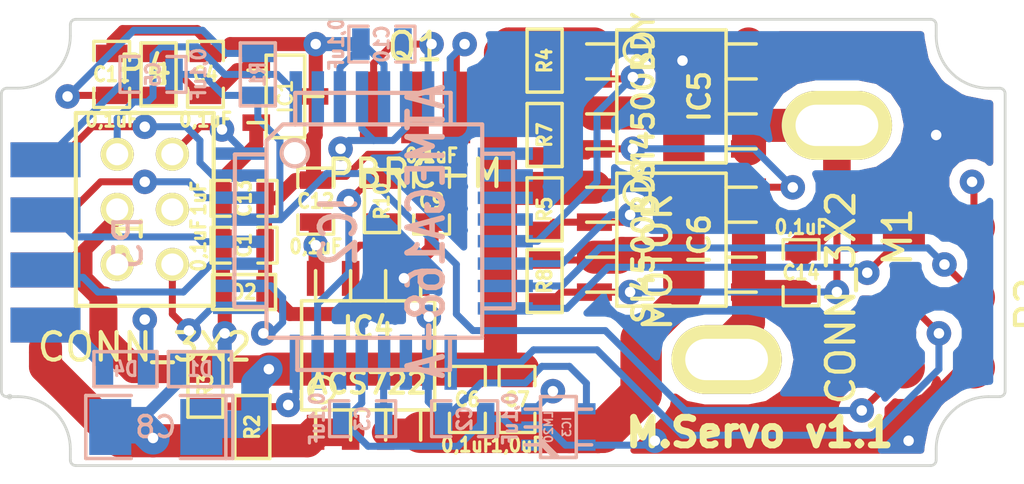
<source format=kicad_pcb>
(kicad_pcb (version 3) (host pcbnew "(2013-07-07 BZR 4022)-stable")

  (general
    (links 103)
    (no_connects 0)
    (area 183.271 133.82457 223.631 152.000576)
    (thickness 1.6)
    (drawings 28)
    (tracks 508)
    (zones 0)
    (modules 38)
    (nets 31)
  )

  (page A3)
  (layers
    (15 F.Cu signal)
    (2 Inner2.Cu power hide)
    (1 Inner1.Cu power hide)
    (0 B.Cu signal)
    (16 B.Adhes user)
    (17 F.Adhes user)
    (18 B.Paste user)
    (19 F.Paste user)
    (20 B.SilkS user)
    (21 F.SilkS user)
    (22 B.Mask user)
    (23 F.Mask user)
    (24 Dwgs.User user)
    (25 Cmts.User user)
    (26 Eco1.User user)
    (27 Eco2.User user)
    (28 Edge.Cuts user)
  )

  (setup
    (last_trace_width 0.254)
    (trace_clearance 0.254)
    (zone_clearance 0.381)
    (zone_45_only no)
    (trace_min 0.2032)
    (segment_width 0.2)
    (edge_width 0.1)
    (via_size 0.889)
    (via_drill 0.381)
    (via_min_size 0.6096)
    (via_min_drill 0.3048)
    (uvia_size 0.508)
    (uvia_drill 0.127)
    (uvias_allowed no)
    (uvia_min_size 0.508)
    (uvia_min_drill 0.127)
    (pcb_text_width 0.3)
    (pcb_text_size 1.5 1.5)
    (mod_edge_width 0.15)
    (mod_text_size 1 1)
    (mod_text_width 0.15)
    (pad_size 1.27 2.54)
    (pad_drill 0)
    (pad_to_mask_clearance 0.1)
    (aux_axis_origin 185.5 135.1)
    (visible_elements 7FFFFFDF)
    (pcbplotparams
      (layerselection 284196865)
      (usegerberextensions true)
      (excludeedgelayer true)
      (linewidth 0.050000)
      (plotframeref false)
      (viasonmask false)
      (mode 1)
      (useauxorigin false)
      (hpglpennumber 1)
      (hpglpenspeed 20)
      (hpglpendiameter 15)
      (hpglpenoverlay 2)
      (psnegative false)
      (psa4output false)
      (plotreference false)
      (plotvalue false)
      (plotothertext false)
      (plotinvisibletext false)
      (padsonsilk false)
      (subtractmaskfromsilk true)
      (outputformat 1)
      (mirror false)
      (drillshape 0)
      (scaleselection 1)
      (outputdirectory gerbers/))
  )

  (net 0 "")
  (net 1 +3.3V)
  (net 2 +8V)
  (net 3 /CLK)
  (net 4 /CS)
  (net 5 /DTR)
  (net 6 /MISO)
  (net 7 /MOSI)
  (net 8 /POSSENSE)
  (net 9 /RESET)
  (net 10 /RX)
  (net 11 /SCK)
  (net 12 /SCL)
  (net 13 /SDA)
  (net 14 /TEMPSENSE)
  (net 15 /TX)
  (net 16 /VOLTSENSE)
  (net 17 /motordriver/CSENSE)
  (net 18 /motordriver/MA)
  (net 19 /motordriver/MB)
  (net 20 GND)
  (net 21 N-0000010)
  (net 22 N-0000012)
  (net 23 N-0000016)
  (net 24 N-0000017)
  (net 25 N-000002)
  (net 26 N-000003)
  (net 27 N-0000035)
  (net 28 N-0000036)
  (net 29 N-0000037)
  (net 30 N-0000038)

  (net_class Default "This is the default net class."
    (clearance 0.254)
    (trace_width 0.254)
    (via_dia 0.889)
    (via_drill 0.381)
    (uvia_dia 0.508)
    (uvia_drill 0.127)
    (add_net "")
    (add_net +3.3V)
    (add_net /CLK)
    (add_net /CS)
    (add_net /DTR)
    (add_net /MISO)
    (add_net /MOSI)
    (add_net /POSSENSE)
    (add_net /RESET)
    (add_net /RX)
    (add_net /SCK)
    (add_net /SCL)
    (add_net /SDA)
    (add_net /TEMPSENSE)
    (add_net /TX)
    (add_net /VOLTSENSE)
    (add_net /motordriver/CSENSE)
    (add_net /motordriver/MA)
    (add_net /motordriver/MB)
    (add_net N-0000010)
    (add_net N-0000012)
    (add_net N-0000016)
    (add_net N-0000017)
    (add_net N-000002)
    (add_net N-000003)
    (add_net N-0000035)
  )

  (net_class 8v ""
    (clearance 0.254)
    (trace_width 0.254)
    (via_dia 0.889)
    (via_drill 0.381)
    (uvia_dia 0.508)
    (uvia_drill 0.127)
    (add_net +8V)
    (add_net N-0000037)
  )

  (net_class GND ""
    (clearance 0.254)
    (trace_width 0.508)
    (via_dia 0.889)
    (via_drill 0.381)
    (uvia_dia 0.508)
    (uvia_drill 0.127)
    (add_net GND)
  )

  (net_class Motor ""
    (clearance 0.254)
    (trace_width 1.2)
    (via_dia 0.889)
    (via_drill 0.381)
    (uvia_dia 0.508)
    (uvia_drill 0.127)
    (add_net N-0000036)
    (add_net N-0000038)
  )

  (module PBRCM (layer F.Cu) (tedit 53AF317B) (tstamp 542C7241)
    (at 200.5 138.3)
    (path /53AEB6D6)
    (fp_text reference Q1 (at 0 -2.2) (layer F.SilkS)
      (effects (font (size 1 1) (thickness 0.15)))
    )
    (fp_text value PBRC-M (at 0 2.4) (layer F.SilkS)
      (effects (font (size 1 1) (thickness 0.15)))
    )
    (pad 1 smd rect (at -1.5 0) (size 1 2.6)
      (layers F.Cu F.Paste F.Mask)
      (net 25 N-000002)
    )
    (pad 2 smd rect (at 0 0) (size 1 2.6)
      (layers F.Cu F.Paste F.Mask)
      (net 20 GND)
    )
    (pad 3 smd rect (at 1.5 0) (size 1 2.6)
      (layers F.Cu F.Paste F.Mask)
      (net 26 N-000003)
    )
    (model C:/Users/mokis/Dropbox/W11/servo/ee_docs/3d/crystal2.wrl
      (at (xyz 0 0 0))
      (scale (xyz 6 6 6))
      (rotate (xyz 0 0 0))
    )
  )

  (module TQFP32 (layer B.Cu) (tedit 43A670DA) (tstamp 54368CBE)
    (at 199 142.8 270)
    (path /53AC8756)
    (fp_text reference IC2 (at 0 1.27 270) (layer B.SilkS)
      (effects (font (size 1.27 1.016) (thickness 0.2032)) (justify mirror))
    )
    (fp_text value ATMEGA168-A (at 0 -1.905 270) (layer B.SilkS)
      (effects (font (size 1.27 1.016) (thickness 0.2032)) (justify mirror))
    )
    (fp_line (start 5.0292 -2.7686) (end 3.8862 -2.7686) (layer B.SilkS) (width 0.1524))
    (fp_line (start 5.0292 2.7686) (end 3.9116 2.7686) (layer B.SilkS) (width 0.1524))
    (fp_line (start 5.0292 -2.7686) (end 5.0292 2.7686) (layer B.SilkS) (width 0.1524))
    (fp_line (start 2.794 -3.9624) (end 2.794 -5.0546) (layer B.SilkS) (width 0.1524))
    (fp_line (start -2.8194 -3.9878) (end -2.8194 -5.0546) (layer B.SilkS) (width 0.1524))
    (fp_line (start -2.8448 -5.0546) (end 2.794 -5.08) (layer B.SilkS) (width 0.1524))
    (fp_line (start -2.794 5.0292) (end 2.7178 5.0546) (layer B.SilkS) (width 0.1524))
    (fp_line (start -3.8862 3.2766) (end -3.8862 -3.9116) (layer B.SilkS) (width 0.1524))
    (fp_line (start 2.7432 5.0292) (end 2.7432 3.9878) (layer B.SilkS) (width 0.1524))
    (fp_line (start -3.2512 3.8862) (end 3.81 3.8862) (layer B.SilkS) (width 0.1524))
    (fp_line (start 3.8608 -3.937) (end 3.8608 3.7846) (layer B.SilkS) (width 0.1524))
    (fp_line (start -3.8862 -3.937) (end 3.7338 -3.937) (layer B.SilkS) (width 0.1524))
    (fp_line (start -5.0292 2.8448) (end -5.0292 -2.794) (layer B.SilkS) (width 0.1524))
    (fp_line (start -5.0292 -2.794) (end -3.8862 -2.794) (layer B.SilkS) (width 0.1524))
    (fp_line (start -3.87604 3.302) (end -3.29184 3.8862) (layer B.SilkS) (width 0.1524))
    (fp_line (start -5.02412 2.8448) (end -3.87604 2.8448) (layer B.SilkS) (width 0.1524))
    (fp_line (start -2.794 3.8862) (end -2.794 5.03428) (layer B.SilkS) (width 0.1524))
    (fp_circle (center -2.83972 2.86004) (end -2.43332 2.60604) (layer B.SilkS) (width 0.1524))
    (pad 8 smd rect (at -4.81584 -2.77622 270) (size 1.99898 0.44958)
      (layers B.Cu B.Paste B.Mask)
      (net 26 N-000003)
    )
    (pad 7 smd rect (at -4.81584 -1.97612 270) (size 1.99898 0.44958)
      (layers B.Cu B.Paste B.Mask)
      (net 25 N-000002)
    )
    (pad 6 smd rect (at -4.81584 -1.17602 270) (size 1.99898 0.44958)
      (layers B.Cu B.Paste B.Mask)
      (net 1 +3.3V)
    )
    (pad 5 smd rect (at -4.81584 -0.37592 270) (size 1.99898 0.44958)
      (layers B.Cu B.Paste B.Mask)
      (net 20 GND)
    )
    (pad 4 smd rect (at -4.81584 0.42418 270) (size 1.99898 0.44958)
      (layers B.Cu B.Paste B.Mask)
      (net 1 +3.3V)
    )
    (pad 3 smd rect (at -4.81584 1.22428 270) (size 1.99898 0.44958)
      (layers B.Cu B.Paste B.Mask)
      (net 20 GND)
    )
    (pad 2 smd rect (at -4.81584 2.02438 270) (size 1.99898 0.44958)
      (layers B.Cu B.Paste B.Mask)
    )
    (pad 1 smd rect (at -4.81584 2.82448 270) (size 1.99898 0.44958)
      (layers B.Cu B.Paste B.Mask)
      (net 3 /CLK)
    )
    (pad 24 smd rect (at 4.7498 2.8194 270) (size 1.99898 0.44958)
      (layers B.Cu B.Paste B.Mask)
      (net 16 /VOLTSENSE)
    )
    (pad 17 smd rect (at 4.7498 -2.794 270) (size 1.99898 0.44958)
      (layers B.Cu B.Paste B.Mask)
      (net 11 /SCK)
    )
    (pad 18 smd rect (at 4.7498 -1.9812 270) (size 1.99898 0.44958)
      (layers B.Cu B.Paste B.Mask)
      (net 1 +3.3V)
    )
    (pad 19 smd rect (at 4.7498 -1.1684 270) (size 1.99898 0.44958)
      (layers B.Cu B.Paste B.Mask)
    )
    (pad 20 smd rect (at 4.7498 -0.381 270) (size 1.99898 0.44958)
      (layers B.Cu B.Paste B.Mask)
      (net 21 N-0000010)
    )
    (pad 21 smd rect (at 4.7498 0.4318 270) (size 1.99898 0.44958)
      (layers B.Cu B.Paste B.Mask)
      (net 20 GND)
    )
    (pad 22 smd rect (at 4.7498 1.2192 270) (size 1.99898 0.44958)
      (layers B.Cu B.Paste B.Mask)
    )
    (pad 23 smd rect (at 4.7498 2.032 270) (size 1.99898 0.44958)
      (layers B.Cu B.Paste B.Mask)
      (net 17 /motordriver/CSENSE)
    )
    (pad 32 smd rect (at -2.82448 4.826 270) (size 0.44958 1.99898)
      (layers B.Cu B.Paste B.Mask)
      (net 4 /CS)
    )
    (pad 31 smd rect (at -2.02692 4.826 270) (size 0.44958 1.99898)
      (layers B.Cu B.Paste B.Mask)
      (net 15 /TX)
    )
    (pad 30 smd rect (at -1.22428 4.826 270) (size 0.44958 1.99898)
      (layers B.Cu B.Paste B.Mask)
      (net 10 /RX)
    )
    (pad 29 smd rect (at -0.42672 4.826 270) (size 0.44958 1.99898)
      (layers B.Cu B.Paste B.Mask)
      (net 9 /RESET)
    )
    (pad 28 smd rect (at 0.37592 4.826 270) (size 0.44958 1.99898)
      (layers B.Cu B.Paste B.Mask)
      (net 12 /SCL)
    )
    (pad 27 smd rect (at 1.17348 4.826 270) (size 0.44958 1.99898)
      (layers B.Cu B.Paste B.Mask)
      (net 13 /SDA)
    )
    (pad 26 smd rect (at 1.97612 4.826 270) (size 0.44958 1.99898)
      (layers B.Cu B.Paste B.Mask)
      (net 14 /TEMPSENSE)
    )
    (pad 25 smd rect (at 2.77368 4.826 270) (size 0.44958 1.99898)
      (layers B.Cu B.Paste B.Mask)
      (net 8 /POSSENSE)
    )
    (pad 9 smd rect (at -2.8194 -4.7752 270) (size 0.44958 1.99898)
      (layers B.Cu B.Paste B.Mask)
    )
    (pad 10 smd rect (at -2.032 -4.7752 270) (size 0.44958 1.99898)
      (layers B.Cu B.Paste B.Mask)
    )
    (pad 11 smd rect (at -1.2192 -4.7752 270) (size 0.44958 1.99898)
      (layers B.Cu B.Paste B.Mask)
    )
    (pad 12 smd rect (at -0.4318 -4.7752 270) (size 0.44958 1.99898)
      (layers B.Cu B.Paste B.Mask)
    )
    (pad 13 smd rect (at 0.3556 -4.7752 270) (size 0.44958 1.99898)
      (layers B.Cu B.Paste B.Mask)
      (net 18 /motordriver/MA)
    )
    (pad 14 smd rect (at 1.1684 -4.7752 270) (size 0.44958 1.99898)
      (layers B.Cu B.Paste B.Mask)
      (net 19 /motordriver/MB)
    )
    (pad 15 smd rect (at 1.9812 -4.7752 270) (size 0.44958 1.99898)
      (layers B.Cu B.Paste B.Mask)
      (net 7 /MOSI)
    )
    (pad 16 smd rect (at 2.794 -4.7752 270) (size 0.44958 1.99898)
      (layers B.Cu B.Paste B.Mask)
      (net 6 /MISO)
    )
    (model smd/tqfp32.wrl
      (at (xyz 0 0 0))
      (scale (xyz 1 1 1))
      (rotate (xyz 0 0 0))
    )
  )

  (module sot23 (layer F.Cu) (tedit 50BDE8CE) (tstamp 542C7095)
    (at 195.8 137.9 270)
    (descr SOT23)
    (path /53AF08C1)
    (attr smd)
    (fp_text reference IC1 (at 0 0 270) (layer F.SilkS)
      (effects (font (size 0.50038 0.50038) (thickness 0.09906)))
    )
    (fp_text value LM3480 (at 0 0.09906 270) (layer F.SilkS) hide
      (effects (font (size 0.50038 0.50038) (thickness 0.09906)))
    )
    (fp_line (start 0.9525 0.6985) (end 0.9525 1.3589) (layer F.SilkS) (width 0.127))
    (fp_line (start -0.9525 0.6985) (end -0.9525 1.3589) (layer F.SilkS) (width 0.127))
    (fp_line (start 0 -0.6985) (end 0 -1.3589) (layer F.SilkS) (width 0.127))
    (fp_line (start -1.4986 -0.6985) (end 1.4986 -0.6985) (layer F.SilkS) (width 0.127))
    (fp_line (start 1.4986 -0.6985) (end 1.4986 0.6985) (layer F.SilkS) (width 0.127))
    (fp_line (start 1.4986 0.6985) (end -1.4986 0.6985) (layer F.SilkS) (width 0.127))
    (fp_line (start -1.4986 0.6985) (end -1.4986 -0.6985) (layer F.SilkS) (width 0.127))
    (pad 1 smd rect (at -0.9525 1.05664 270) (size 0.59944 1.00076)
      (layers F.Cu F.Paste F.Mask)
      (net 24 N-0000017)
    )
    (pad 2 smd rect (at 0 -1.05664 270) (size 0.59944 1.00076)
      (layers F.Cu F.Paste F.Mask)
      (net 20 GND)
    )
    (pad 3 smd rect (at 0.9525 1.05664 270) (size 0.59944 1.00076)
      (layers F.Cu F.Paste F.Mask)
      (net 23 N-0000016)
    )
    (model smd/smd_transistors/sot23.wrl
      (at (xyz 0 0 0))
      (scale (xyz 1 1 1))
      (rotate (xyz 0 0 0))
    )
  )

  (module so-8 (layer F.Cu) (tedit 48A6C16E) (tstamp 542C70AE)
    (at 198.8 147.3)
    (descr SO-8)
    (path /53AC9255/542C4B21)
    (attr smd)
    (fp_text reference IC4 (at 0 -1.016) (layer F.SilkS)
      (effects (font (size 0.7493 0.7493) (thickness 0.14986)))
    )
    (fp_text value ACS722 (at 0 1.016) (layer F.SilkS)
      (effects (font (size 0.7493 0.7493) (thickness 0.14986)))
    )
    (fp_line (start -2.413 -1.9812) (end -2.413 1.9812) (layer F.SilkS) (width 0.127))
    (fp_line (start -2.413 1.9812) (end 2.413 1.9812) (layer F.SilkS) (width 0.127))
    (fp_line (start 2.413 1.9812) (end 2.413 -1.9812) (layer F.SilkS) (width 0.127))
    (fp_line (start 2.413 -1.9812) (end -2.413 -1.9812) (layer F.SilkS) (width 0.127))
    (fp_line (start -1.905 -1.9812) (end -1.905 -3.0734) (layer F.SilkS) (width 0.127))
    (fp_line (start -0.635 -1.9812) (end -0.635 -3.0734) (layer F.SilkS) (width 0.127))
    (fp_line (start 0.635 -1.9812) (end 0.635 -3.0734) (layer F.SilkS) (width 0.127))
    (fp_line (start 1.905 -3.0734) (end 1.905 -1.9812) (layer F.SilkS) (width 0.127))
    (fp_line (start 1.905 1.9812) (end 1.905 3.0734) (layer F.SilkS) (width 0.127))
    (fp_line (start 0.635 3.0734) (end 0.635 1.9812) (layer F.SilkS) (width 0.127))
    (fp_line (start -0.635 3.0734) (end -0.635 1.9812) (layer F.SilkS) (width 0.127))
    (fp_line (start -1.905 3.0734) (end -1.905 1.9812) (layer F.SilkS) (width 0.127))
    (fp_circle (center -1.6764 1.2446) (end -1.9558 1.6256) (layer F.SilkS) (width 0.127))
    (pad 1 smd rect (at -1.905 2.794) (size 0.635 1.27)
      (layers F.Cu F.Paste F.Mask)
      (net 2 +8V)
    )
    (pad 2 smd rect (at -0.635 2.794) (size 0.635 1.27)
      (layers F.Cu F.Paste F.Mask)
      (net 2 +8V)
    )
    (pad 3 smd rect (at 0.635 2.794) (size 0.635 1.27)
      (layers F.Cu F.Paste F.Mask)
      (net 27 N-0000035)
    )
    (pad 4 smd rect (at 1.905 2.794) (size 0.635 1.27)
      (layers F.Cu F.Paste F.Mask)
      (net 27 N-0000035)
    )
    (pad 5 smd rect (at 1.905 -2.794) (size 0.635 1.27)
      (layers F.Cu F.Paste F.Mask)
      (net 20 GND)
    )
    (pad 6 smd rect (at 0.635 -2.794) (size 0.635 1.27)
      (layers F.Cu F.Paste F.Mask)
      (net 20 GND)
    )
    (pad 7 smd rect (at -0.635 -2.794) (size 0.635 1.27)
      (layers F.Cu F.Paste F.Mask)
      (net 30 N-0000038)
    )
    (pad 8 smd rect (at -1.905 -2.794) (size 0.635 1.27)
      (layers F.Cu F.Paste F.Mask)
      (net 1 +3.3V)
    )
    (model smd/smd_dil/so-8.wrl
      (at (xyz 0 0 0))
      (scale (xyz 1 1 1))
      (rotate (xyz 0 0 0))
    )
  )

  (module so-8 (layer F.Cu) (tedit 48A6C16E) (tstamp 542C70C7)
    (at 209.8 143.1 270)
    (descr SO-8)
    (path /53AC9255/53AC928A)
    (attr smd)
    (fp_text reference IC6 (at 0 -1.016 270) (layer F.SilkS)
      (effects (font (size 0.7493 0.7493) (thickness 0.14986)))
    )
    (fp_text value SI4500BDY (at 0 1.016 270) (layer F.SilkS)
      (effects (font (size 0.7493 0.7493) (thickness 0.14986)))
    )
    (fp_line (start -2.413 -1.9812) (end -2.413 1.9812) (layer F.SilkS) (width 0.127))
    (fp_line (start -2.413 1.9812) (end 2.413 1.9812) (layer F.SilkS) (width 0.127))
    (fp_line (start 2.413 1.9812) (end 2.413 -1.9812) (layer F.SilkS) (width 0.127))
    (fp_line (start 2.413 -1.9812) (end -2.413 -1.9812) (layer F.SilkS) (width 0.127))
    (fp_line (start -1.905 -1.9812) (end -1.905 -3.0734) (layer F.SilkS) (width 0.127))
    (fp_line (start -0.635 -1.9812) (end -0.635 -3.0734) (layer F.SilkS) (width 0.127))
    (fp_line (start 0.635 -1.9812) (end 0.635 -3.0734) (layer F.SilkS) (width 0.127))
    (fp_line (start 1.905 -3.0734) (end 1.905 -1.9812) (layer F.SilkS) (width 0.127))
    (fp_line (start 1.905 1.9812) (end 1.905 3.0734) (layer F.SilkS) (width 0.127))
    (fp_line (start 0.635 3.0734) (end 0.635 1.9812) (layer F.SilkS) (width 0.127))
    (fp_line (start -0.635 3.0734) (end -0.635 1.9812) (layer F.SilkS) (width 0.127))
    (fp_line (start -1.905 3.0734) (end -1.905 1.9812) (layer F.SilkS) (width 0.127))
    (fp_circle (center -1.6764 1.2446) (end -1.9558 1.6256) (layer F.SilkS) (width 0.127))
    (pad 1 smd rect (at -1.905 2.794 270) (size 0.635 1.27)
      (layers F.Cu F.Paste F.Mask)
      (net 20 GND)
    )
    (pad 2 smd rect (at -0.635 2.794 270) (size 0.635 1.27)
      (layers F.Cu F.Paste F.Mask)
      (net 19 /motordriver/MB)
    )
    (pad 3 smd rect (at 0.635 2.794 270) (size 0.635 1.27)
      (layers F.Cu F.Paste F.Mask)
      (net 27 N-0000035)
    )
    (pad 4 smd rect (at 1.905 2.794 270) (size 0.635 1.27)
      (layers F.Cu F.Paste F.Mask)
      (net 28 N-0000036)
    )
    (pad 5 smd rect (at 1.905 -2.794 270) (size 0.635 1.27)
      (layers F.Cu F.Paste F.Mask)
      (net 29 N-0000037)
    )
    (pad 6 smd rect (at 0.635 -2.794 270) (size 0.635 1.27)
      (layers F.Cu F.Paste F.Mask)
      (net 29 N-0000037)
    )
    (pad 7 smd rect (at -0.635 -2.794 270) (size 0.635 1.27)
      (layers F.Cu F.Paste F.Mask)
      (net 29 N-0000037)
    )
    (pad 8 smd rect (at -1.905 -2.794 270) (size 0.635 1.27)
      (layers F.Cu F.Paste F.Mask)
      (net 29 N-0000037)
    )
    (model smd/smd_dil/so-8.wrl
      (at (xyz 0 0 0))
      (scale (xyz 1 1 1))
      (rotate (xyz 0 0 0))
    )
  )

  (module so-8 (layer F.Cu) (tedit 48A6C16E) (tstamp 542C70E0)
    (at 209.8 137.9 270)
    (descr SO-8)
    (path /53AC9255/53AC927B)
    (attr smd)
    (fp_text reference IC5 (at 0 -1.016 270) (layer F.SilkS)
      (effects (font (size 0.7493 0.7493) (thickness 0.14986)))
    )
    (fp_text value SI4500BDY (at 0 1.016 270) (layer F.SilkS)
      (effects (font (size 0.7493 0.7493) (thickness 0.14986)))
    )
    (fp_line (start -2.413 -1.9812) (end -2.413 1.9812) (layer F.SilkS) (width 0.127))
    (fp_line (start -2.413 1.9812) (end 2.413 1.9812) (layer F.SilkS) (width 0.127))
    (fp_line (start 2.413 1.9812) (end 2.413 -1.9812) (layer F.SilkS) (width 0.127))
    (fp_line (start 2.413 -1.9812) (end -2.413 -1.9812) (layer F.SilkS) (width 0.127))
    (fp_line (start -1.905 -1.9812) (end -1.905 -3.0734) (layer F.SilkS) (width 0.127))
    (fp_line (start -0.635 -1.9812) (end -0.635 -3.0734) (layer F.SilkS) (width 0.127))
    (fp_line (start 0.635 -1.9812) (end 0.635 -3.0734) (layer F.SilkS) (width 0.127))
    (fp_line (start 1.905 -3.0734) (end 1.905 -1.9812) (layer F.SilkS) (width 0.127))
    (fp_line (start 1.905 1.9812) (end 1.905 3.0734) (layer F.SilkS) (width 0.127))
    (fp_line (start 0.635 3.0734) (end 0.635 1.9812) (layer F.SilkS) (width 0.127))
    (fp_line (start -0.635 3.0734) (end -0.635 1.9812) (layer F.SilkS) (width 0.127))
    (fp_line (start -1.905 3.0734) (end -1.905 1.9812) (layer F.SilkS) (width 0.127))
    (fp_circle (center -1.6764 1.2446) (end -1.9558 1.6256) (layer F.SilkS) (width 0.127))
    (pad 1 smd rect (at -1.905 2.794 270) (size 0.635 1.27)
      (layers F.Cu F.Paste F.Mask)
      (net 20 GND)
    )
    (pad 2 smd rect (at -0.635 2.794 270) (size 0.635 1.27)
      (layers F.Cu F.Paste F.Mask)
      (net 18 /motordriver/MA)
    )
    (pad 3 smd rect (at 0.635 2.794 270) (size 0.635 1.27)
      (layers F.Cu F.Paste F.Mask)
      (net 27 N-0000035)
    )
    (pad 4 smd rect (at 1.905 2.794 270) (size 0.635 1.27)
      (layers F.Cu F.Paste F.Mask)
      (net 29 N-0000037)
    )
    (pad 5 smd rect (at 1.905 -2.794 270) (size 0.635 1.27)
      (layers F.Cu F.Paste F.Mask)
      (net 28 N-0000036)
    )
    (pad 6 smd rect (at 0.635 -2.794 270) (size 0.635 1.27)
      (layers F.Cu F.Paste F.Mask)
      (net 28 N-0000036)
    )
    (pad 7 smd rect (at -0.635 -2.794 270) (size 0.635 1.27)
      (layers F.Cu F.Paste F.Mask)
      (net 28 N-0000036)
    )
    (pad 8 smd rect (at -1.905 -2.794 270) (size 0.635 1.27)
      (layers F.Cu F.Paste F.Mask)
      (net 28 N-0000036)
    )
    (model smd/smd_dil/so-8.wrl
      (at (xyz 0 0 0))
      (scale (xyz 1 1 1))
      (rotate (xyz 0 0 0))
    )
  )

  (module SM0603_Capa (layer F.Cu) (tedit 5051B1EC) (tstamp 542C70FB)
    (at 196.9 141.7 90)
    (path /53AC9255/542C5DA5)
    (attr smd)
    (fp_text reference C12 (at 0 0 180) (layer F.SilkS)
      (effects (font (size 0.508 0.4572) (thickness 0.1143)))
    )
    (fp_text value 0,1uF (at -1.651 0 180) (layer F.SilkS)
      (effects (font (size 0.508 0.4572) (thickness 0.1143)))
    )
    (fp_line (start 0.50038 0.65024) (end 1.19888 0.65024) (layer F.SilkS) (width 0.11938))
    (fp_line (start -0.50038 0.65024) (end -1.19888 0.65024) (layer F.SilkS) (width 0.11938))
    (fp_line (start 0.50038 -0.65024) (end 1.19888 -0.65024) (layer F.SilkS) (width 0.11938))
    (fp_line (start -1.19888 -0.65024) (end -0.50038 -0.65024) (layer F.SilkS) (width 0.11938))
    (fp_line (start 1.19888 -0.635) (end 1.19888 0.635) (layer F.SilkS) (width 0.11938))
    (fp_line (start -1.19888 0.635) (end -1.19888 -0.635) (layer F.SilkS) (width 0.11938))
    (pad 1 smd rect (at -0.762 0 90) (size 0.635 1.143)
      (layers F.Cu F.Paste F.Mask)
      (net 1 +3.3V)
    )
    (pad 2 smd rect (at 0.762 0 90) (size 0.635 1.143)
      (layers F.Cu F.Paste F.Mask)
      (net 20 GND)
    )
    (model smd\capacitors\C0603.wrl
      (at (xyz 0 0 0.001))
      (scale (xyz 0.5 0.5 0.5))
      (rotate (xyz 0 0 0))
    )
  )

  (module SM0603_Capa (layer F.Cu) (tedit 5051B1EC) (tstamp 542C7107)
    (at 214.5 144.3 270)
    (path /53AC9255/5429D453)
    (attr smd)
    (fp_text reference C14 (at 0 0 360) (layer F.SilkS)
      (effects (font (size 0.508 0.4572) (thickness 0.1143)))
    )
    (fp_text value 0,1uF (at -1.651 0 360) (layer F.SilkS)
      (effects (font (size 0.508 0.4572) (thickness 0.1143)))
    )
    (fp_line (start 0.50038 0.65024) (end 1.19888 0.65024) (layer F.SilkS) (width 0.11938))
    (fp_line (start -0.50038 0.65024) (end -1.19888 0.65024) (layer F.SilkS) (width 0.11938))
    (fp_line (start 0.50038 -0.65024) (end 1.19888 -0.65024) (layer F.SilkS) (width 0.11938))
    (fp_line (start -1.19888 -0.65024) (end -0.50038 -0.65024) (layer F.SilkS) (width 0.11938))
    (fp_line (start 1.19888 -0.635) (end 1.19888 0.635) (layer F.SilkS) (width 0.11938))
    (fp_line (start -1.19888 0.635) (end -1.19888 -0.635) (layer F.SilkS) (width 0.11938))
    (pad 1 smd rect (at -0.762 0 270) (size 0.635 1.143)
      (layers F.Cu F.Paste F.Mask)
      (net 28 N-0000036)
    )
    (pad 2 smd rect (at 0.762 0 270) (size 0.635 1.143)
      (layers F.Cu F.Paste F.Mask)
      (net 29 N-0000037)
    )
    (model smd\capacitors\C0603.wrl
      (at (xyz 0 0 0.001))
      (scale (xyz 0.5 0.5 0.5))
      (rotate (xyz 0 0 0))
    )
  )

  (module SM0603_Capa (layer F.Cu) (tedit 5051B1EC) (tstamp 542C7113)
    (at 201.1 141.7 270)
    (path /53AC9255/53AEAEE4)
    (attr smd)
    (fp_text reference C9 (at 0 0 360) (layer F.SilkS)
      (effects (font (size 0.508 0.4572) (thickness 0.1143)))
    )
    (fp_text value 0,1uF (at -1.651 0 360) (layer F.SilkS)
      (effects (font (size 0.508 0.4572) (thickness 0.1143)))
    )
    (fp_line (start 0.50038 0.65024) (end 1.19888 0.65024) (layer F.SilkS) (width 0.11938))
    (fp_line (start -0.50038 0.65024) (end -1.19888 0.65024) (layer F.SilkS) (width 0.11938))
    (fp_line (start 0.50038 -0.65024) (end 1.19888 -0.65024) (layer F.SilkS) (width 0.11938))
    (fp_line (start -1.19888 -0.65024) (end -0.50038 -0.65024) (layer F.SilkS) (width 0.11938))
    (fp_line (start 1.19888 -0.635) (end 1.19888 0.635) (layer F.SilkS) (width 0.11938))
    (fp_line (start -1.19888 0.635) (end -1.19888 -0.635) (layer F.SilkS) (width 0.11938))
    (pad 1 smd rect (at -0.762 0 270) (size 0.635 1.143)
      (layers F.Cu F.Paste F.Mask)
      (net 17 /motordriver/CSENSE)
    )
    (pad 2 smd rect (at 0.762 0 270) (size 0.635 1.143)
      (layers F.Cu F.Paste F.Mask)
      (net 20 GND)
    )
    (model smd\capacitors\C0603.wrl
      (at (xyz 0 0 0.001))
      (scale (xyz 0.5 0.5 0.5))
      (rotate (xyz 0 0 0))
    )
  )

  (module SM0603_Capa (layer F.Cu) (tedit 5051B1EC) (tstamp 542C7137)
    (at 189.5 137.1 90)
    (path /5429CDB3)
    (attr smd)
    (fp_text reference C11 (at 0 0 180) (layer F.SilkS)
      (effects (font (size 0.508 0.4572) (thickness 0.1143)))
    )
    (fp_text value 0,1uF (at -1.651 0 180) (layer F.SilkS)
      (effects (font (size 0.508 0.4572) (thickness 0.1143)))
    )
    (fp_line (start 0.50038 0.65024) (end 1.19888 0.65024) (layer F.SilkS) (width 0.11938))
    (fp_line (start -0.50038 0.65024) (end -1.19888 0.65024) (layer F.SilkS) (width 0.11938))
    (fp_line (start 0.50038 -0.65024) (end 1.19888 -0.65024) (layer F.SilkS) (width 0.11938))
    (fp_line (start -1.19888 -0.65024) (end -0.50038 -0.65024) (layer F.SilkS) (width 0.11938))
    (fp_line (start 1.19888 -0.635) (end 1.19888 0.635) (layer F.SilkS) (width 0.11938))
    (fp_line (start -1.19888 0.635) (end -1.19888 -0.635) (layer F.SilkS) (width 0.11938))
    (pad 1 smd rect (at -0.762 0 90) (size 0.635 1.143)
      (layers F.Cu F.Paste F.Mask)
      (net 1 +3.3V)
    )
    (pad 2 smd rect (at 0.762 0 90) (size 0.635 1.143)
      (layers F.Cu F.Paste F.Mask)
      (net 20 GND)
    )
    (model smd\capacitors\C0603.wrl
      (at (xyz 0 0 0.001))
      (scale (xyz 0.5 0.5 0.5))
      (rotate (xyz 0 0 0))
    )
  )

  (module SM0603_Capa (layer F.Cu) (tedit 5051B1EC) (tstamp 542C7143)
    (at 194.3 141.6)
    (path /53B47F19)
    (attr smd)
    (fp_text reference C13 (at 0 0 90) (layer F.SilkS)
      (effects (font (size 0.508 0.4572) (thickness 0.1143)))
    )
    (fp_text value 1uF (at -1.651 0 90) (layer F.SilkS)
      (effects (font (size 0.508 0.4572) (thickness 0.1143)))
    )
    (fp_line (start 0.50038 0.65024) (end 1.19888 0.65024) (layer F.SilkS) (width 0.11938))
    (fp_line (start -0.50038 0.65024) (end -1.19888 0.65024) (layer F.SilkS) (width 0.11938))
    (fp_line (start 0.50038 -0.65024) (end 1.19888 -0.65024) (layer F.SilkS) (width 0.11938))
    (fp_line (start -1.19888 -0.65024) (end -0.50038 -0.65024) (layer F.SilkS) (width 0.11938))
    (fp_line (start 1.19888 -0.635) (end 1.19888 0.635) (layer F.SilkS) (width 0.11938))
    (fp_line (start -1.19888 0.635) (end -1.19888 -0.635) (layer F.SilkS) (width 0.11938))
    (pad 1 smd rect (at -0.762 0) (size 0.635 1.143)
      (layers F.Cu F.Paste F.Mask)
      (net 23 N-0000016)
    )
    (pad 2 smd rect (at 0.762 0) (size 0.635 1.143)
      (layers F.Cu F.Paste F.Mask)
      (net 20 GND)
    )
    (model smd\capacitors\C0603.wrl
      (at (xyz 0 0 0.001))
      (scale (xyz 0.5 0.5 0.5))
      (rotate (xyz 0 0 0))
    )
  )

  (module SM0603_Capa (layer B.Cu) (tedit 5051B1EC) (tstamp 542C714F)
    (at 199.3 136)
    (path /53B45252)
    (attr smd)
    (fp_text reference C10 (at 0 0 270) (layer B.SilkS)
      (effects (font (size 0.508 0.4572) (thickness 0.1143)) (justify mirror))
    )
    (fp_text value 0,1uF (at -1.651 0 270) (layer B.SilkS)
      (effects (font (size 0.508 0.4572) (thickness 0.1143)) (justify mirror))
    )
    (fp_line (start 0.50038 -0.65024) (end 1.19888 -0.65024) (layer B.SilkS) (width 0.11938))
    (fp_line (start -0.50038 -0.65024) (end -1.19888 -0.65024) (layer B.SilkS) (width 0.11938))
    (fp_line (start 0.50038 0.65024) (end 1.19888 0.65024) (layer B.SilkS) (width 0.11938))
    (fp_line (start -1.19888 0.65024) (end -0.50038 0.65024) (layer B.SilkS) (width 0.11938))
    (fp_line (start 1.19888 0.635) (end 1.19888 -0.635) (layer B.SilkS) (width 0.11938))
    (fp_line (start -1.19888 -0.635) (end -1.19888 0.635) (layer B.SilkS) (width 0.11938))
    (pad 1 smd rect (at -0.762 0) (size 0.635 1.143)
      (layers B.Cu B.Paste B.Mask)
      (net 20 GND)
    )
    (pad 2 smd rect (at 0.762 0) (size 0.635 1.143)
      (layers B.Cu B.Paste B.Mask)
      (net 1 +3.3V)
    )
    (model smd\capacitors\C0603.wrl
      (at (xyz 0 0 0.001))
      (scale (xyz 0.5 0.5 0.5))
      (rotate (xyz 0 0 0))
    )
  )

  (module SM0603_Capa (layer B.Cu) (tedit 5051B1EC) (tstamp 542C715B)
    (at 198.6 149.6)
    (path /53AC87B4)
    (attr smd)
    (fp_text reference C3 (at 0 0 270) (layer B.SilkS)
      (effects (font (size 0.508 0.4572) (thickness 0.1143)) (justify mirror))
    )
    (fp_text value 0,1uF (at -1.651 0 270) (layer B.SilkS)
      (effects (font (size 0.508 0.4572) (thickness 0.1143)) (justify mirror))
    )
    (fp_line (start 0.50038 -0.65024) (end 1.19888 -0.65024) (layer B.SilkS) (width 0.11938))
    (fp_line (start -0.50038 -0.65024) (end -1.19888 -0.65024) (layer B.SilkS) (width 0.11938))
    (fp_line (start 0.50038 0.65024) (end 1.19888 0.65024) (layer B.SilkS) (width 0.11938))
    (fp_line (start -1.19888 0.65024) (end -0.50038 0.65024) (layer B.SilkS) (width 0.11938))
    (fp_line (start 1.19888 0.635) (end 1.19888 -0.635) (layer B.SilkS) (width 0.11938))
    (fp_line (start -1.19888 -0.635) (end -1.19888 0.635) (layer B.SilkS) (width 0.11938))
    (pad 1 smd rect (at -0.762 0) (size 0.635 1.143)
      (layers B.Cu B.Paste B.Mask)
      (net 20 GND)
    )
    (pad 2 smd rect (at 0.762 0) (size 0.635 1.143)
      (layers B.Cu B.Paste B.Mask)
      (net 21 N-0000010)
    )
    (model smd\capacitors\C0603.wrl
      (at (xyz 0 0 0.001))
      (scale (xyz 0.5 0.5 0.5))
      (rotate (xyz 0 0 0))
    )
  )

  (module SM0603_Capa (layer F.Cu) (tedit 5051B1EC) (tstamp 542C7167)
    (at 194.3 143.3)
    (path /53AF0BE0)
    (attr smd)
    (fp_text reference C1 (at 0 0 90) (layer F.SilkS)
      (effects (font (size 0.508 0.4572) (thickness 0.1143)))
    )
    (fp_text value 0,1uF (at -1.651 0 90) (layer F.SilkS)
      (effects (font (size 0.508 0.4572) (thickness 0.1143)))
    )
    (fp_line (start 0.50038 0.65024) (end 1.19888 0.65024) (layer F.SilkS) (width 0.11938))
    (fp_line (start -0.50038 0.65024) (end -1.19888 0.65024) (layer F.SilkS) (width 0.11938))
    (fp_line (start 0.50038 -0.65024) (end 1.19888 -0.65024) (layer F.SilkS) (width 0.11938))
    (fp_line (start -1.19888 -0.65024) (end -0.50038 -0.65024) (layer F.SilkS) (width 0.11938))
    (fp_line (start 1.19888 -0.635) (end 1.19888 0.635) (layer F.SilkS) (width 0.11938))
    (fp_line (start -1.19888 0.635) (end -1.19888 -0.635) (layer F.SilkS) (width 0.11938))
    (pad 1 smd rect (at -0.762 0) (size 0.635 1.143)
      (layers F.Cu F.Paste F.Mask)
      (net 23 N-0000016)
    )
    (pad 2 smd rect (at 0.762 0) (size 0.635 1.143)
      (layers F.Cu F.Paste F.Mask)
      (net 20 GND)
    )
    (model smd\capacitors\C0603.wrl
      (at (xyz 0 0 0.001))
      (scale (xyz 0.5 0.5 0.5))
      (rotate (xyz 0 0 0))
    )
  )

  (module SM0603_Capa (layer F.Cu) (tedit 5051B1EC) (tstamp 542C7173)
    (at 192.9 137.1 90)
    (path /53AF0BD1)
    (attr smd)
    (fp_text reference C4 (at 0 0 180) (layer F.SilkS)
      (effects (font (size 0.508 0.4572) (thickness 0.1143)))
    )
    (fp_text value 0,1uF (at -1.651 0 180) (layer F.SilkS)
      (effects (font (size 0.508 0.4572) (thickness 0.1143)))
    )
    (fp_line (start 0.50038 0.65024) (end 1.19888 0.65024) (layer F.SilkS) (width 0.11938))
    (fp_line (start -0.50038 0.65024) (end -1.19888 0.65024) (layer F.SilkS) (width 0.11938))
    (fp_line (start 0.50038 -0.65024) (end 1.19888 -0.65024) (layer F.SilkS) (width 0.11938))
    (fp_line (start -1.19888 -0.65024) (end -0.50038 -0.65024) (layer F.SilkS) (width 0.11938))
    (fp_line (start 1.19888 -0.635) (end 1.19888 0.635) (layer F.SilkS) (width 0.11938))
    (fp_line (start -1.19888 0.635) (end -1.19888 -0.635) (layer F.SilkS) (width 0.11938))
    (pad 1 smd rect (at -0.762 0 90) (size 0.635 1.143)
      (layers F.Cu F.Paste F.Mask)
      (net 24 N-0000017)
    )
    (pad 2 smd rect (at 0.762 0 90) (size 0.635 1.143)
      (layers F.Cu F.Paste F.Mask)
      (net 20 GND)
    )
    (model smd\capacitors\C0603.wrl
      (at (xyz 0 0 0.001))
      (scale (xyz 0.5 0.5 0.5))
      (rotate (xyz 0 0 0))
    )
  )

  (module SM0603_Capa (layer B.Cu) (tedit 5051B1EC) (tstamp 542C717F)
    (at 202.3 149.6 180)
    (path /53AEC835)
    (attr smd)
    (fp_text reference C2 (at 0 0 450) (layer B.SilkS)
      (effects (font (size 0.508 0.4572) (thickness 0.1143)) (justify mirror))
    )
    (fp_text value 0,1uF (at -1.651 0 450) (layer B.SilkS)
      (effects (font (size 0.508 0.4572) (thickness 0.1143)) (justify mirror))
    )
    (fp_line (start 0.50038 -0.65024) (end 1.19888 -0.65024) (layer B.SilkS) (width 0.11938))
    (fp_line (start -0.50038 -0.65024) (end -1.19888 -0.65024) (layer B.SilkS) (width 0.11938))
    (fp_line (start 0.50038 0.65024) (end 1.19888 0.65024) (layer B.SilkS) (width 0.11938))
    (fp_line (start -1.19888 0.65024) (end -0.50038 0.65024) (layer B.SilkS) (width 0.11938))
    (fp_line (start 1.19888 0.635) (end 1.19888 -0.635) (layer B.SilkS) (width 0.11938))
    (fp_line (start -1.19888 -0.635) (end -1.19888 0.635) (layer B.SilkS) (width 0.11938))
    (pad 1 smd rect (at -0.762 0 180) (size 0.635 1.143)
      (layers B.Cu B.Paste B.Mask)
      (net 20 GND)
    )
    (pad 2 smd rect (at 0.762 0 180) (size 0.635 1.143)
      (layers B.Cu B.Paste B.Mask)
      (net 1 +3.3V)
    )
    (model smd\capacitors\C0603.wrl
      (at (xyz 0 0 0.001))
      (scale (xyz 0.5 0.5 0.5))
      (rotate (xyz 0 0 0))
    )
  )

  (module SM0603_Capa (layer B.Cu) (tedit 5051B1EC) (tstamp 542C718B)
    (at 191 137.1 180)
    (path /53AC8B9D)
    (attr smd)
    (fp_text reference C5 (at 0 0 450) (layer B.SilkS)
      (effects (font (size 0.508 0.4572) (thickness 0.1143)) (justify mirror))
    )
    (fp_text value 0,1uF (at -1.651 0 450) (layer B.SilkS)
      (effects (font (size 0.508 0.4572) (thickness 0.1143)) (justify mirror))
    )
    (fp_line (start 0.50038 -0.65024) (end 1.19888 -0.65024) (layer B.SilkS) (width 0.11938))
    (fp_line (start -0.50038 -0.65024) (end -1.19888 -0.65024) (layer B.SilkS) (width 0.11938))
    (fp_line (start 0.50038 0.65024) (end 1.19888 0.65024) (layer B.SilkS) (width 0.11938))
    (fp_line (start -1.19888 0.65024) (end -0.50038 0.65024) (layer B.SilkS) (width 0.11938))
    (fp_line (start 1.19888 0.635) (end 1.19888 -0.635) (layer B.SilkS) (width 0.11938))
    (fp_line (start -1.19888 -0.635) (end -1.19888 0.635) (layer B.SilkS) (width 0.11938))
    (pad 1 smd rect (at -0.762 0 180) (size 0.635 1.143)
      (layers B.Cu B.Paste B.Mask)
      (net 9 /RESET)
    )
    (pad 2 smd rect (at 0.762 0 180) (size 0.635 1.143)
      (layers B.Cu B.Paste B.Mask)
      (net 5 /DTR)
    )
    (model smd\capacitors\C0603.wrl
      (at (xyz 0 0 0.001))
      (scale (xyz 0.5 0.5 0.5))
      (rotate (xyz 0 0 0))
    )
  )

  (module SM0603 (layer F.Cu) (tedit 4E43A3D1) (tstamp 542C7195)
    (at 205.2 136.6 90)
    (path /53AC9255/53AEB394)
    (attr smd)
    (fp_text reference R4 (at 0 0 90) (layer F.SilkS)
      (effects (font (size 0.508 0.4572) (thickness 0.1143)))
    )
    (fp_text value 100k (at 0 0 90) (layer F.SilkS) hide
      (effects (font (size 0.508 0.4572) (thickness 0.1143)))
    )
    (fp_line (start -1.143 -0.635) (end 1.143 -0.635) (layer F.SilkS) (width 0.127))
    (fp_line (start 1.143 -0.635) (end 1.143 0.635) (layer F.SilkS) (width 0.127))
    (fp_line (start 1.143 0.635) (end -1.143 0.635) (layer F.SilkS) (width 0.127))
    (fp_line (start -1.143 0.635) (end -1.143 -0.635) (layer F.SilkS) (width 0.127))
    (pad 1 smd rect (at -0.762 0 90) (size 0.635 1.143)
      (layers F.Cu F.Paste F.Mask)
      (net 18 /motordriver/MA)
    )
    (pad 2 smd rect (at 0.762 0 90) (size 0.635 1.143)
      (layers F.Cu F.Paste F.Mask)
      (net 20 GND)
    )
    (model smd\resistors\R0603.wrl
      (at (xyz 0 0 0.001))
      (scale (xyz 0.5 0.5 0.5))
      (rotate (xyz 0 0 0))
    )
  )

  (module SM0603 (layer F.Cu) (tedit 4E43A3D1) (tstamp 542C719F)
    (at 205.2 139.3 90)
    (path /53AC9255/53AEB180)
    (attr smd)
    (fp_text reference R7 (at 0 0 90) (layer F.SilkS)
      (effects (font (size 0.508 0.4572) (thickness 0.1143)))
    )
    (fp_text value 100k (at 0 0 90) (layer F.SilkS) hide
      (effects (font (size 0.508 0.4572) (thickness 0.1143)))
    )
    (fp_line (start -1.143 -0.635) (end 1.143 -0.635) (layer F.SilkS) (width 0.127))
    (fp_line (start 1.143 -0.635) (end 1.143 0.635) (layer F.SilkS) (width 0.127))
    (fp_line (start 1.143 0.635) (end -1.143 0.635) (layer F.SilkS) (width 0.127))
    (fp_line (start -1.143 0.635) (end -1.143 -0.635) (layer F.SilkS) (width 0.127))
    (pad 1 smd rect (at -0.762 0 90) (size 0.635 1.143)
      (layers F.Cu F.Paste F.Mask)
      (net 29 N-0000037)
    )
    (pad 2 smd rect (at 0.762 0 90) (size 0.635 1.143)
      (layers F.Cu F.Paste F.Mask)
      (net 27 N-0000035)
    )
    (model smd\resistors\R0603.wrl
      (at (xyz 0 0 0.001))
      (scale (xyz 0.5 0.5 0.5))
      (rotate (xyz 0 0 0))
    )
  )

  (module SM0603 (layer F.Cu) (tedit 4E43A3D1) (tstamp 542C71A9)
    (at 205.2 144.6 270)
    (path /53AC9255/53AEB171)
    (attr smd)
    (fp_text reference R8 (at 0 0 270) (layer F.SilkS)
      (effects (font (size 0.508 0.4572) (thickness 0.1143)))
    )
    (fp_text value 100k (at 0 0 270) (layer F.SilkS) hide
      (effects (font (size 0.508 0.4572) (thickness 0.1143)))
    )
    (fp_line (start -1.143 -0.635) (end 1.143 -0.635) (layer F.SilkS) (width 0.127))
    (fp_line (start 1.143 -0.635) (end 1.143 0.635) (layer F.SilkS) (width 0.127))
    (fp_line (start 1.143 0.635) (end -1.143 0.635) (layer F.SilkS) (width 0.127))
    (fp_line (start -1.143 0.635) (end -1.143 -0.635) (layer F.SilkS) (width 0.127))
    (pad 1 smd rect (at -0.762 0 270) (size 0.635 1.143)
      (layers F.Cu F.Paste F.Mask)
      (net 27 N-0000035)
    )
    (pad 2 smd rect (at 0.762 0 270) (size 0.635 1.143)
      (layers F.Cu F.Paste F.Mask)
      (net 28 N-0000036)
    )
    (model smd\resistors\R0603.wrl
      (at (xyz 0 0 0.001))
      (scale (xyz 0.5 0.5 0.5))
      (rotate (xyz 0 0 0))
    )
  )

  (module SM0603 (layer F.Cu) (tedit 4E43A3D1) (tstamp 542C71B3)
    (at 194.6 149.9 90)
    (path /53AC8DD4)
    (attr smd)
    (fp_text reference R2 (at 0 0 90) (layer F.SilkS)
      (effects (font (size 0.508 0.4572) (thickness 0.1143)))
    )
    (fp_text value 5k6 (at 0 0 90) (layer F.SilkS) hide
      (effects (font (size 0.508 0.4572) (thickness 0.1143)))
    )
    (fp_line (start -1.143 -0.635) (end 1.143 -0.635) (layer F.SilkS) (width 0.127))
    (fp_line (start 1.143 -0.635) (end 1.143 0.635) (layer F.SilkS) (width 0.127))
    (fp_line (start 1.143 0.635) (end -1.143 0.635) (layer F.SilkS) (width 0.127))
    (fp_line (start -1.143 0.635) (end -1.143 -0.635) (layer F.SilkS) (width 0.127))
    (pad 1 smd rect (at -0.762 0 90) (size 0.635 1.143)
      (layers F.Cu F.Paste F.Mask)
      (net 2 +8V)
    )
    (pad 2 smd rect (at 0.762 0 90) (size 0.635 1.143)
      (layers F.Cu F.Paste F.Mask)
      (net 16 /VOLTSENSE)
    )
    (model smd\resistors\R0603.wrl
      (at (xyz 0 0 0.001))
      (scale (xyz 0.5 0.5 0.5))
      (rotate (xyz 0 0 0))
    )
  )

  (module SM0603 (layer F.Cu) (tedit 4E43A3D1) (tstamp 542C71BD)
    (at 199.3 141.7 90)
    (path /53AC9255/53AEAED5)
    (attr smd)
    (fp_text reference R10 (at 0 0 90) (layer F.SilkS)
      (effects (font (size 0.508 0.4572) (thickness 0.1143)))
    )
    (fp_text value 1k (at 0 0 90) (layer F.SilkS) hide
      (effects (font (size 0.508 0.4572) (thickness 0.1143)))
    )
    (fp_line (start -1.143 -0.635) (end 1.143 -0.635) (layer F.SilkS) (width 0.127))
    (fp_line (start 1.143 -0.635) (end 1.143 0.635) (layer F.SilkS) (width 0.127))
    (fp_line (start 1.143 0.635) (end -1.143 0.635) (layer F.SilkS) (width 0.127))
    (fp_line (start -1.143 0.635) (end -1.143 -0.635) (layer F.SilkS) (width 0.127))
    (pad 1 smd rect (at -0.762 0 90) (size 0.635 1.143)
      (layers F.Cu F.Paste F.Mask)
      (net 30 N-0000038)
    )
    (pad 2 smd rect (at 0.762 0 90) (size 0.635 1.143)
      (layers F.Cu F.Paste F.Mask)
      (net 17 /motordriver/CSENSE)
    )
    (model smd\resistors\R0603.wrl
      (at (xyz 0 0 0.001))
      (scale (xyz 0.5 0.5 0.5))
      (rotate (xyz 0 0 0))
    )
  )

  (module SM0603 (layer F.Cu) (tedit 4E43A3D1) (tstamp 542C71C7)
    (at 192.9 148.4 90)
    (path /53AC8DE3)
    (attr smd)
    (fp_text reference R3 (at 0 0 90) (layer F.SilkS)
      (effects (font (size 0.508 0.4572) (thickness 0.1143)))
    )
    (fp_text value 1k5 (at 0 0 90) (layer F.SilkS) hide
      (effects (font (size 0.508 0.4572) (thickness 0.1143)))
    )
    (fp_line (start -1.143 -0.635) (end 1.143 -0.635) (layer F.SilkS) (width 0.127))
    (fp_line (start 1.143 -0.635) (end 1.143 0.635) (layer F.SilkS) (width 0.127))
    (fp_line (start 1.143 0.635) (end -1.143 0.635) (layer F.SilkS) (width 0.127))
    (fp_line (start -1.143 0.635) (end -1.143 -0.635) (layer F.SilkS) (width 0.127))
    (pad 1 smd rect (at -0.762 0 90) (size 0.635 1.143)
      (layers F.Cu F.Paste F.Mask)
      (net 16 /VOLTSENSE)
    )
    (pad 2 smd rect (at 0.762 0 90) (size 0.635 1.143)
      (layers F.Cu F.Paste F.Mask)
      (net 20 GND)
    )
    (model smd\resistors\R0603.wrl
      (at (xyz 0 0 0.001))
      (scale (xyz 0.5 0.5 0.5))
      (rotate (xyz 0 0 0))
    )
  )

  (module SM0603 (layer F.Cu) (tedit 4E43A3D1) (tstamp 542C71D1)
    (at 205.2 142 90)
    (path /53AC9255/53AEB3A3)
    (attr smd)
    (fp_text reference R5 (at 0 0 90) (layer F.SilkS)
      (effects (font (size 0.508 0.4572) (thickness 0.1143)))
    )
    (fp_text value 100k (at 0 0 90) (layer F.SilkS) hide
      (effects (font (size 0.508 0.4572) (thickness 0.1143)))
    )
    (fp_line (start -1.143 -0.635) (end 1.143 -0.635) (layer F.SilkS) (width 0.127))
    (fp_line (start 1.143 -0.635) (end 1.143 0.635) (layer F.SilkS) (width 0.127))
    (fp_line (start 1.143 0.635) (end -1.143 0.635) (layer F.SilkS) (width 0.127))
    (fp_line (start -1.143 0.635) (end -1.143 -0.635) (layer F.SilkS) (width 0.127))
    (pad 1 smd rect (at -0.762 0 90) (size 0.635 1.143)
      (layers F.Cu F.Paste F.Mask)
      (net 19 /motordriver/MB)
    )
    (pad 2 smd rect (at 0.762 0 90) (size 0.635 1.143)
      (layers F.Cu F.Paste F.Mask)
      (net 20 GND)
    )
    (model smd\resistors\R0603.wrl
      (at (xyz 0 0 0.001))
      (scale (xyz 0.5 0.5 0.5))
      (rotate (xyz 0 0 0))
    )
  )

  (module SM0603 (layer B.Cu) (tedit 4E43A3D1) (tstamp 542C71DB)
    (at 194.8 137.1 270)
    (path /53AC8C17)
    (attr smd)
    (fp_text reference R1 (at 0 0 270) (layer B.SilkS)
      (effects (font (size 0.508 0.4572) (thickness 0.1143)) (justify mirror))
    )
    (fp_text value 10k (at 0 0 270) (layer B.SilkS) hide
      (effects (font (size 0.508 0.4572) (thickness 0.1143)) (justify mirror))
    )
    (fp_line (start -1.143 0.635) (end 1.143 0.635) (layer B.SilkS) (width 0.127))
    (fp_line (start 1.143 0.635) (end 1.143 -0.635) (layer B.SilkS) (width 0.127))
    (fp_line (start 1.143 -0.635) (end -1.143 -0.635) (layer B.SilkS) (width 0.127))
    (fp_line (start -1.143 -0.635) (end -1.143 0.635) (layer B.SilkS) (width 0.127))
    (pad 1 smd rect (at -0.762 0 270) (size 0.635 1.143)
      (layers B.Cu B.Paste B.Mask)
      (net 1 +3.3V)
    )
    (pad 2 smd rect (at 0.762 0 270) (size 0.635 1.143)
      (layers B.Cu B.Paste B.Mask)
      (net 9 /RESET)
    )
    (model smd\resistors\R0603.wrl
      (at (xyz 0 0 0.001))
      (scale (xyz 0.5 0.5 0.5))
      (rotate (xyz 0 0 0))
    )
  )

  (module SM0603 (layer B.Cu) (tedit 4E43A3D1) (tstamp 542C71EF)
    (at 190 147.8)
    (path /5429BE65)
    (attr smd)
    (fp_text reference D4 (at 0 0) (layer B.SilkS)
      (effects (font (size 0.508 0.4572) (thickness 0.1143)) (justify mirror))
    )
    (fp_text value DIODESCH (at 0 0) (layer B.SilkS) hide
      (effects (font (size 0.508 0.4572) (thickness 0.1143)) (justify mirror))
    )
    (fp_line (start -1.143 0.635) (end 1.143 0.635) (layer B.SilkS) (width 0.127))
    (fp_line (start 1.143 0.635) (end 1.143 -0.635) (layer B.SilkS) (width 0.127))
    (fp_line (start 1.143 -0.635) (end -1.143 -0.635) (layer B.SilkS) (width 0.127))
    (fp_line (start -1.143 -0.635) (end -1.143 0.635) (layer B.SilkS) (width 0.127))
    (pad 1 smd rect (at -0.762 0) (size 0.635 1.143)
      (layers B.Cu B.Paste B.Mask)
      (net 22 N-0000012)
    )
    (pad 2 smd rect (at 0.762 0) (size 0.635 1.143)
      (layers B.Cu B.Paste B.Mask)
      (net 1 +3.3V)
    )
    (model smd\resistors\R0603.wrl
      (at (xyz 0 0 0.001))
      (scale (xyz 0.5 0.5 0.5))
      (rotate (xyz 0 0 0))
    )
  )

  (module SM0603 (layer F.Cu) (tedit 4E43A3D1) (tstamp 542C71F9)
    (at 191.2 137.1 270)
    (path /53B4A8A6)
    (attr smd)
    (fp_text reference D3 (at 0 0 270) (layer F.SilkS)
      (effects (font (size 0.508 0.4572) (thickness 0.1143)))
    )
    (fp_text value DIODESCH (at 0 0 270) (layer F.SilkS) hide
      (effects (font (size 0.508 0.4572) (thickness 0.1143)))
    )
    (fp_line (start -1.143 -0.635) (end 1.143 -0.635) (layer F.SilkS) (width 0.127))
    (fp_line (start 1.143 -0.635) (end 1.143 0.635) (layer F.SilkS) (width 0.127))
    (fp_line (start 1.143 0.635) (end -1.143 0.635) (layer F.SilkS) (width 0.127))
    (fp_line (start -1.143 0.635) (end -1.143 -0.635) (layer F.SilkS) (width 0.127))
    (pad 1 smd rect (at -0.762 0 270) (size 0.635 1.143)
      (layers F.Cu F.Paste F.Mask)
      (net 24 N-0000017)
    )
    (pad 2 smd rect (at 0.762 0 270) (size 0.635 1.143)
      (layers F.Cu F.Paste F.Mask)
      (net 1 +3.3V)
    )
    (model smd\resistors\R0603.wrl
      (at (xyz 0 0 0.001))
      (scale (xyz 0.5 0.5 0.5))
      (rotate (xyz 0 0 0))
    )
  )

  (module SM0603 (layer F.Cu) (tedit 4E43A3D1) (tstamp 542C7203)
    (at 194.3 145 180)
    (path /53B48EE9)
    (attr smd)
    (fp_text reference D2 (at 0 0 180) (layer F.SilkS)
      (effects (font (size 0.508 0.4572) (thickness 0.1143)))
    )
    (fp_text value 15V (at 0 0 180) (layer F.SilkS) hide
      (effects (font (size 0.508 0.4572) (thickness 0.1143)))
    )
    (fp_line (start -1.143 -0.635) (end 1.143 -0.635) (layer F.SilkS) (width 0.127))
    (fp_line (start 1.143 -0.635) (end 1.143 0.635) (layer F.SilkS) (width 0.127))
    (fp_line (start 1.143 0.635) (end -1.143 0.635) (layer F.SilkS) (width 0.127))
    (fp_line (start -1.143 0.635) (end -1.143 -0.635) (layer F.SilkS) (width 0.127))
    (pad 1 smd rect (at -0.762 0 180) (size 0.635 1.143)
      (layers F.Cu F.Paste F.Mask)
      (net 20 GND)
    )
    (pad 2 smd rect (at 0.762 0 180) (size 0.635 1.143)
      (layers F.Cu F.Paste F.Mask)
      (net 23 N-0000016)
    )
    (model smd\resistors\R0603.wrl
      (at (xyz 0 0 0.001))
      (scale (xyz 0.5 0.5 0.5))
      (rotate (xyz 0 0 0))
    )
  )

  (module sc70-5 (layer B.Cu) (tedit 50BDE88E) (tstamp 542C7217)
    (at 205.7 149.9 90)
    (descr SC70-5)
    (path /53AC905C)
    (attr smd)
    (fp_text reference IC3 (at 0 0.3048 90) (layer B.SilkS)
      (effects (font (size 0.29972 0.29972) (thickness 0.06096)) (justify mirror))
    )
    (fp_text value LM20 (at 0 -0.3556 90) (layer B.SilkS)
      (effects (font (size 0.29972 0.29972) (thickness 0.06096)) (justify mirror))
    )
    (fp_line (start -0.4445 -0.6477) (end -1.1049 0.0127) (layer B.SilkS) (width 0.127))
    (fp_line (start -0.5969 -0.6477) (end -1.1049 -0.1524) (layer B.SilkS) (width 0.127))
    (fp_line (start 0.6477 0.6477) (end 0.6477 1.2065) (layer B.SilkS) (width 0.127))
    (fp_line (start -0.6477 0.6477) (end -0.6477 1.2065) (layer B.SilkS) (width 0.127))
    (fp_line (start 0 -0.6477) (end 0 -1.2065) (layer B.SilkS) (width 0.127))
    (fp_line (start 0.6477 -0.6477) (end 0.6477 -1.2065) (layer B.SilkS) (width 0.127))
    (fp_line (start -0.6477 -0.6477) (end -0.6477 -1.2065) (layer B.SilkS) (width 0.127))
    (fp_line (start -1.1049 0.6477) (end 1.1049 0.6477) (layer B.SilkS) (width 0.127))
    (fp_line (start 1.1049 0.6477) (end 1.1049 -0.6477) (layer B.SilkS) (width 0.127))
    (fp_line (start 1.1049 -0.6477) (end -1.1049 -0.6477) (layer B.SilkS) (width 0.127))
    (fp_line (start -1.1049 -0.6477) (end -1.1049 0.6477) (layer B.SilkS) (width 0.127))
    (pad 1 smd rect (at -0.6604 -1.016 90) (size 0.4064 0.6604)
      (layers B.Cu B.Paste B.Mask)
    )
    (pad 3 smd rect (at 0.6604 -1.016 90) (size 0.4064 0.6604)
      (layers B.Cu B.Paste B.Mask)
      (net 14 /TEMPSENSE)
    )
    (pad 2 smd rect (at 0 -1.016 90) (size 0.4064 0.6604)
      (layers B.Cu B.Paste B.Mask)
      (net 20 GND)
    )
    (pad 4 smd rect (at 0.6604 1.016 90) (size 0.4064 0.6604)
      (layers B.Cu B.Paste B.Mask)
      (net 1 +3.3V)
    )
    (pad 5 smd rect (at -0.6604 1.016 90) (size 0.4064 0.6604)
      (layers B.Cu B.Paste B.Mask)
      (net 20 GND)
    )
    (model smd/smd_transistors/sc70-5.wrl
      (at (xyz 0 0 0))
      (scale (xyz 1 1 1))
      (rotate (xyz 0 0 0))
    )
  )

  (module PIN_2x3_SMD (layer F.Cu) (tedit 53B9A1D9) (tstamp 542C723A)
    (at 219.5 145.2 270)
    (path /53ADC0D4)
    (fp_text reference P2 (at 0.254 -3.302 270) (layer F.SilkS)
      (effects (font (size 1 1) (thickness 0.15)))
    )
    (fp_text value CONN_3X2 (at 0 3.556 270) (layer F.SilkS)
      (effects (font (size 1 1) (thickness 0.15)))
    )
    (pad 1 smd rect (at -2.54 1.27 270) (size 1.524 1.524)
      (layers F.Cu F.Paste F.Mask)
      (net 6 /MISO)
    )
    (pad 3 smd circle (at 0 1.27 270) (size 1.524 1.524)
      (layers F.Cu F.Paste F.Mask)
      (net 11 /SCK)
    )
    (pad 5 smd circle (at 2.54 1.27 270) (size 1.524 1.524)
      (layers F.Cu F.Paste F.Mask)
      (net 9 /RESET)
    )
    (pad 2 smd circle (at -2.54 -1.27 270) (size 1.524 1.524)
      (layers F.Cu F.Paste F.Mask)
      (net 1 +3.3V)
    )
    (pad 4 smd circle (at 0 -1.27 270) (size 1.524 1.524)
      (layers F.Cu F.Paste F.Mask)
      (net 7 /MOSI)
    )
    (pad 6 smd circle (at 2.54 -1.27 270) (size 1.524 1.524)
      (layers F.Cu F.Paste F.Mask)
      (net 20 GND)
    )
  )

  (module SM0603 (layer B.Cu) (tedit 4E43A3D1) (tstamp 542F99AF)
    (at 192.7 147.8)
    (path /53B48FF0)
    (attr smd)
    (fp_text reference D1 (at 0 0) (layer B.SilkS)
      (effects (font (size 0.508 0.4572) (thickness 0.1143)) (justify mirror))
    )
    (fp_text value DIODESCH (at 0 0) (layer B.SilkS) hide
      (effects (font (size 0.508 0.4572) (thickness 0.1143)) (justify mirror))
    )
    (fp_line (start -1.143 0.635) (end 1.143 0.635) (layer B.SilkS) (width 0.127))
    (fp_line (start 1.143 0.635) (end 1.143 -0.635) (layer B.SilkS) (width 0.127))
    (fp_line (start 1.143 -0.635) (end -1.143 -0.635) (layer B.SilkS) (width 0.127))
    (fp_line (start -1.143 -0.635) (end -1.143 0.635) (layer B.SilkS) (width 0.127))
    (pad 1 smd rect (at -0.762 0) (size 0.635 1.143)
      (layers B.Cu B.Paste B.Mask)
      (net 2 +8V)
    )
    (pad 2 smd rect (at 0.762 0) (size 0.635 1.143)
      (layers B.Cu B.Paste B.Mask)
      (net 23 N-0000016)
    )
    (model smd\resistors\R0603.wrl
      (at (xyz 0 0 0.001))
      (scale (xyz 0.5 0.5 0.5))
      (rotate (xyz 0 0 0))
    )
  )

  (module MOTOR1 (layer F.Cu) (tedit 542F9F4C) (tstamp 542F9F79)
    (at 213.8 143.2 90)
    (path /53AC9255/53AC9299)
    (fp_text reference M1 (at 0.2 4.2 90) (layer F.SilkS)
      (effects (font (size 1 1) (thickness 0.15)))
    )
    (fp_text value MOTOR (at -0.7 -4.5 90) (layer F.SilkS)
      (effects (font (size 1 1) (thickness 0.15)))
    )
    (pad 1 thru_hole oval (at 4.25 2 90) (size 2.5 4) (drill oval 1.5 3)
      (layers *.Cu *.Mask F.SilkS)
      (net 28 N-0000036)
    )
    (pad 2 thru_hole oval (at -4.25 -2 90) (size 2.5 4) (drill oval 1.5 3)
      (layers *.Cu *.Mask F.SilkS)
      (net 29 N-0000037)
    )
  )

  (module SM0603_Capa (layer F.Cu) (tedit 5051B1EC) (tstamp 542FA8E4)
    (at 202.4 148.9 90)
    (path /53AC9255/53AEAE0D)
    (attr smd)
    (fp_text reference C6 (at 0 0 180) (layer F.SilkS)
      (effects (font (size 0.508 0.4572) (thickness 0.1143)))
    )
    (fp_text value 0,1uF (at -1.651 0 180) (layer F.SilkS)
      (effects (font (size 0.508 0.4572) (thickness 0.1143)))
    )
    (fp_line (start 0.50038 0.65024) (end 1.19888 0.65024) (layer F.SilkS) (width 0.11938))
    (fp_line (start -0.50038 0.65024) (end -1.19888 0.65024) (layer F.SilkS) (width 0.11938))
    (fp_line (start 0.50038 -0.65024) (end 1.19888 -0.65024) (layer F.SilkS) (width 0.11938))
    (fp_line (start -1.19888 -0.65024) (end -0.50038 -0.65024) (layer F.SilkS) (width 0.11938))
    (fp_line (start 1.19888 -0.635) (end 1.19888 0.635) (layer F.SilkS) (width 0.11938))
    (fp_line (start -1.19888 0.635) (end -1.19888 -0.635) (layer F.SilkS) (width 0.11938))
    (pad 1 smd rect (at -0.762 0 90) (size 0.635 1.143)
      (layers F.Cu F.Paste F.Mask)
      (net 27 N-0000035)
    )
    (pad 2 smd rect (at 0.762 0 90) (size 0.635 1.143)
      (layers F.Cu F.Paste F.Mask)
      (net 20 GND)
    )
    (model smd\capacitors\C0603.wrl
      (at (xyz 0 0 0.001))
      (scale (xyz 0.5 0.5 0.5))
      (rotate (xyz 0 0 0))
    )
  )

  (module SM0603_Capa (layer F.Cu) (tedit 5051B1EC) (tstamp 542FA8F0)
    (at 204.2 148.9 90)
    (path /53AC9255/53AEAE26)
    (attr smd)
    (fp_text reference C7 (at 0 0 180) (layer F.SilkS)
      (effects (font (size 0.508 0.4572) (thickness 0.1143)))
    )
    (fp_text value 1,0uF (at -1.651 0 180) (layer F.SilkS)
      (effects (font (size 0.508 0.4572) (thickness 0.1143)))
    )
    (fp_line (start 0.50038 0.65024) (end 1.19888 0.65024) (layer F.SilkS) (width 0.11938))
    (fp_line (start -0.50038 0.65024) (end -1.19888 0.65024) (layer F.SilkS) (width 0.11938))
    (fp_line (start 0.50038 -0.65024) (end 1.19888 -0.65024) (layer F.SilkS) (width 0.11938))
    (fp_line (start -1.19888 -0.65024) (end -0.50038 -0.65024) (layer F.SilkS) (width 0.11938))
    (fp_line (start 1.19888 -0.635) (end 1.19888 0.635) (layer F.SilkS) (width 0.11938))
    (fp_line (start -1.19888 0.635) (end -1.19888 -0.635) (layer F.SilkS) (width 0.11938))
    (pad 1 smd rect (at -0.762 0 90) (size 0.635 1.143)
      (layers F.Cu F.Paste F.Mask)
      (net 27 N-0000035)
    )
    (pad 2 smd rect (at 0.762 0 90) (size 0.635 1.143)
      (layers F.Cu F.Paste F.Mask)
      (net 20 GND)
    )
    (model smd\capacitors\C0603.wrl
      (at (xyz 0 0 0.001))
      (scale (xyz 0.5 0.5 0.5))
      (rotate (xyz 0 0 0))
    )
  )

  (module SM1206POL (layer B.Cu) (tedit 42806E4C) (tstamp 54592A76)
    (at 191.1 149.9 180)
    (path /53AC9255/53AEAE35)
    (attr smd)
    (fp_text reference C8 (at 0 0 180) (layer B.SilkS)
      (effects (font (size 0.762 0.762) (thickness 0.127)) (justify mirror))
    )
    (fp_text value 33uF (at 0 0 180) (layer B.SilkS) hide
      (effects (font (size 0.762 0.762) (thickness 0.127)) (justify mirror))
    )
    (fp_line (start -2.54 1.143) (end -2.794 1.143) (layer B.SilkS) (width 0.127))
    (fp_line (start -2.794 1.143) (end -2.794 -1.143) (layer B.SilkS) (width 0.127))
    (fp_line (start -2.794 -1.143) (end -2.54 -1.143) (layer B.SilkS) (width 0.127))
    (fp_line (start -2.54 1.143) (end -2.54 -1.143) (layer B.SilkS) (width 0.127))
    (fp_line (start -2.54 -1.143) (end -0.889 -1.143) (layer B.SilkS) (width 0.127))
    (fp_line (start 0.889 1.143) (end 2.54 1.143) (layer B.SilkS) (width 0.127))
    (fp_line (start 2.54 1.143) (end 2.54 -1.143) (layer B.SilkS) (width 0.127))
    (fp_line (start 2.54 -1.143) (end 0.889 -1.143) (layer B.SilkS) (width 0.127))
    (fp_line (start -0.889 1.143) (end -2.54 1.143) (layer B.SilkS) (width 0.127))
    (pad 1 smd rect (at -1.651 0 180) (size 1.524 2.032)
      (layers B.Cu B.Paste B.Mask)
      (net 20 GND)
    )
    (pad 2 smd rect (at 1.651 0 180) (size 1.524 2.032)
      (layers B.Cu B.Paste B.Mask)
      (net 2 +8V)
    )
    (model smd/chip_cms_pol.wrl
      (at (xyz 0 0 0))
      (scale (xyz 0.17 0.16 0.16))
      (rotate (xyz 0 0 0))
    )
  )

  (module 6pin_hirose (layer F.Cu) (tedit 5439530A) (tstamp 545BB849)
    (at 190.7 142)
    (path /54394926)
    (fp_text reference P4 (at 0 -5.08) (layer F.SilkS)
      (effects (font (size 1 1) (thickness 0.15)))
    )
    (fp_text value CONN_3X2 (at 0 5) (layer F.SilkS)
      (effects (font (size 1 1) (thickness 0.15)))
    )
    (fp_line (start -2.5 -3.5) (end 2.5 -3.5) (layer F.SilkS) (width 0.15))
    (fp_line (start 2.5 -3.5) (end 2.5 3.5) (layer F.SilkS) (width 0.15))
    (fp_line (start 2.5 3.5) (end -2.5 3.5) (layer F.SilkS) (width 0.15))
    (fp_line (start -2.5 3.5) (end -2.5 -3.5) (layer F.SilkS) (width 0.15))
    (pad 1 thru_hole circle (at -1 -2) (size 1.2 1.2) (drill 0.8)
      (layers *.Cu *.Mask F.SilkS)
      (net 3 /CLK)
    )
    (pad 2 thru_hole circle (at -1 0) (size 1.2 1.2) (drill 0.8)
      (layers *.Cu *.Mask F.SilkS)
      (net 20 GND)
    )
    (pad 3 thru_hole circle (at -1 2) (size 1.2 1.2) (drill 0.8)
      (layers *.Cu *.Mask F.SilkS)
      (net 1 +3.3V)
    )
    (pad 4 thru_hole circle (at 1 2) (size 1.2 1.2) (drill 0.8)
      (layers *.Cu *.Mask F.SilkS)
      (net 8 /POSSENSE)
    )
    (pad 5 thru_hole circle (at 1 0) (size 1.2 1.2) (drill 0.8)
      (layers *.Cu *.Mask F.SilkS)
      (net 20 GND)
    )
    (pad 6 thru_hole circle (at 1 -2) (size 1.2 1.2) (drill 0.8)
      (layers *.Cu *.Mask F.SilkS)
      (net 4 /CS)
    )
    (model "../3d/6pin hirose.wrl"
      (at (xyz 0 0 -0.065))
      (scale (xyz 10 10 10))
      (rotate (xyz 180 0 270))
    )
  )

  (module hirose_top (layer F.Cu) (tedit 545BC8C4) (tstamp 545BD135)
    (at 187.1 143.2 270)
    (path /53AF575B)
    (fp_text reference P1 (at 0 -3 270) (layer F.SilkS)
      (effects (font (size 1 1) (thickness 0.15)))
    )
    (fp_text value CONN_4 (at 0 3 270) (layer F.SilkS)
      (effects (font (size 1 1) (thickness 0.15)))
    )
    (pad 1 smd rect (at 3 0 270) (size 1.27 2.54)
      (layers F.Cu F.Paste F.Mask)
      (net 2 +8V)
    )
    (pad 2 smd rect (at 1 0 270) (size 1.27 2.54)
      (layers F.Cu F.Paste F.Mask)
      (net 20 GND)
    )
    (pad 3 smd rect (at -1 0 270) (size 1.27 2.54)
      (layers F.Cu F.Paste F.Mask)
      (net 10 /RX)
    )
    (pad 4 smd rect (at -3 0 270) (size 1.27 2.54)
      (layers F.Cu F.Paste F.Mask)
      (net 15 /TX)
    )
    (model "../3d/8pin hirose.wrl"
      (at (xyz 0 -0.07000000000000001 -0.027))
      (scale (xyz 10 10 10))
      (rotate (xyz 90 0 180))
    )
  )

  (module hirose_bottom (layer B.Cu) (tedit 545BCAC1) (tstamp 545BD13D)
    (at 187.1 143.2 90)
    (path /53AF578F)
    (fp_text reference P3 (at 0 3 90) (layer B.SilkS)
      (effects (font (size 1 1) (thickness 0.15)) (justify mirror))
    )
    (fp_text value CONN_4 (at 0 -3 90) (layer B.SilkS)
      (effects (font (size 1 1) (thickness 0.15)) (justify mirror))
    )
    (pad 1 smd rect (at 3 0 90) (size 1.27 2.54)
      (layers B.Cu B.Paste B.Mask)
      (net 5 /DTR)
    )
    (pad 2 smd rect (at 1 0 90) (size 1.27 2.54)
      (layers B.Cu B.Paste B.Mask)
      (net 12 /SCL)
    )
    (pad 3 smd rect (at -1 0 90) (size 1.27 2.54)
      (layers B.Cu B.Paste B.Mask)
      (net 13 /SDA)
    )
    (pad 4 smd rect (at -3 0 90) (size 1.27 2.54)
      (layers B.Cu B.Paste B.Mask)
      (net 22 N-0000012)
    )
  )

  (gr_text "M.Servo v1.1" (at 213 150.1) (layer F.SilkS)
    (effects (font (size 1 1) (thickness 0.25)))
  )
  (gr_circle (center 213.8 143.2) (end 213.9 151.9) (layer Eco2.User) (width 0.2))
  (gr_circle (center 213.8 143.2) (end 213.9 135.1) (layer Eco2.User) (width 0.2))
  (gr_line (start 188.2 151.3) (end 219.2 151.3) (angle 90) (layer Edge.Cuts) (width 0.1))
  (gr_line (start 185.5 137.8) (end 185.5 148.6) (angle 90) (layer Edge.Cuts) (width 0.1))
  (gr_line (start 188.2 135.1) (end 219.2 135.1) (angle 90) (layer Edge.Cuts) (width 0.1))
  (gr_line (start 221.9 148.6) (end 221.9 137.8) (angle 90) (layer Edge.Cuts) (width 0.1))
  (gr_arc (start 219.2 135.3) (end 219.2 135.1) (angle 90) (layer Edge.Cuts) (width 0.1))
  (gr_arc (start 221.7 137.8) (end 221.7 137.6) (angle 90) (layer Edge.Cuts) (width 0.1))
  (gr_arc (start 221.7 148.6) (end 221.9 148.6) (angle 90) (layer Edge.Cuts) (width 0.1))
  (gr_arc (start 219.2 151.1) (end 219.4 151.1) (angle 90) (layer Edge.Cuts) (width 0.1))
  (gr_arc (start 188.2 151.1) (end 188.2 151.3) (angle 90) (layer Edge.Cuts) (width 0.1))
  (gr_arc (start 185.7 148.6) (end 185.7 148.8) (angle 90) (layer Edge.Cuts) (width 0.1))
  (gr_arc (start 185.7 137.8) (end 185.5 137.8) (angle 90) (layer Edge.Cuts) (width 0.1))
  (gr_arc (start 188.2 135.3) (end 188 135.3) (angle 90) (layer Edge.Cuts) (width 0.1))
  (gr_line (start 185.7 137.6) (end 186.1 137.6) (angle 90) (layer Edge.Cuts) (width 0.1))
  (gr_line (start 186.1 148.8) (end 185.7 148.8) (angle 90) (layer Edge.Cuts) (width 0.1))
  (gr_line (start 188 151.1) (end 188 150.7) (angle 90) (layer Edge.Cuts) (width 0.1))
  (gr_line (start 219.4 151.1) (end 219.4 150.7) (angle 90) (layer Edge.Cuts) (width 0.1))
  (gr_line (start 221.7 148.8) (end 221.3 148.8) (angle 90) (layer Edge.Cuts) (width 0.1))
  (gr_line (start 221.3 137.6) (end 221.7 137.6) (angle 90) (layer Edge.Cuts) (width 0.1))
  (gr_line (start 219.4 135.3) (end 219.4 135.7) (angle 90) (layer Edge.Cuts) (width 0.1))
  (gr_line (start 188 135.7) (end 188 135.3) (angle 90) (layer Edge.Cuts) (width 0.1))
  (gr_arc (start 221.3 150.7) (end 219.4 150.7) (angle 90) (layer Edge.Cuts) (width 0.1))
  (gr_arc (start 221.3 135.7) (end 221.3 137.6) (angle 90) (layer Edge.Cuts) (width 0.1))
  (gr_arc (start 186.1 150.7) (end 186.1 148.8) (angle 90) (layer Edge.Cuts) (width 0.1))
  (gr_arc (start 186.1 135.7) (end 188 135.7) (angle 90) (layer Edge.Cuts) (width 0.1))
  (target plus (at 185.8 148.8) (size 0.005) (width 0.1) (layer Edge.Cuts))

  (segment (start 194.8 136.338) (end 193.638 136.338) (width 0.254) (layer B.Cu) (net 1))
  (segment (start 187.938 137.862) (end 191.2 137.862) (width 0.254) (layer F.Cu) (net 1) (tstamp 545BAEE6))
  (segment (start 187.9 137.9) (end 187.938 137.862) (width 0.254) (layer F.Cu) (net 1) (tstamp 545BAEE5))
  (via (at 187.9 137.9) (size 0.889) (layers F.Cu B.Cu) (net 1))
  (segment (start 190.3 135.5) (end 187.9 137.9) (width 0.254) (layer B.Cu) (net 1) (tstamp 545BAED8))
  (segment (start 192.8 135.5) (end 190.3 135.5) (width 0.254) (layer B.Cu) (net 1) (tstamp 545BAECC))
  (segment (start 193.638 136.338) (end 192.8 135.5) (width 0.254) (layer B.Cu) (net 1) (tstamp 545BAEC9))
  (segment (start 190.762 147.8) (end 190.762 146.062) (width 0.508) (layer B.Cu) (net 1))
  (segment (start 190.762 146.062) (end 190.7 146) (width 0.508) (layer B.Cu) (net 1) (tstamp 54594535))
  (via (at 190.7 146) (size 0.889) (layers F.Cu B.Cu) (net 1))
  (segment (start 190.762 146.062) (end 190.7 146) (width 0.254) (layer B.Cu) (net 1) (tstamp 54395443))
  (segment (start 196.9 142.462) (end 196.9 143.3) (width 0.508) (layer F.Cu) (net 1))
  (via (at 196.9 143.3) (size 0.889) (layers F.Cu B.Cu) (net 1))
  (segment (start 196.9 143.3) (end 196.895 143.305) (width 0.508) (layer F.Cu) (net 1) (tstamp 54594493))
  (segment (start 196.895 143.305) (end 196.895 144.506) (width 0.508) (layer F.Cu) (net 1) (tstamp 54594494))
  (segment (start 189.5 137.862) (end 191.2 137.862) (width 0.508) (layer F.Cu) (net 1) (tstamp 54594430))
  (segment (start 189.5 137.862) (end 191.2 137.862) (width 0.254) (layer F.Cu) (net 1))
  (segment (start 199 139.5) (end 198.1 139.5) (width 0.254) (layer B.Cu) (net 1))
  (via (at 197.8 139.8) (size 0.889) (layers F.Cu B.Cu) (net 1))
  (segment (start 198.1 139.5) (end 197.8 139.8) (width 0.254) (layer B.Cu) (net 1) (tstamp 5436E1CE))
  (segment (start 200.17602 137.98416) (end 200.17602 139.02398) (width 0.254) (layer B.Cu) (net 1))
  (segment (start 198.57582 139.07582) (end 198.57582 137.98416) (width 0.254) (layer B.Cu) (net 1) (tstamp 5436E1CB))
  (segment (start 199 139.5) (end 198.57582 139.07582) (width 0.254) (layer B.Cu) (net 1) (tstamp 5436E1C9))
  (segment (start 199.7 139.5) (end 199 139.5) (width 0.254) (layer B.Cu) (net 1) (tstamp 5436E1C7))
  (segment (start 200.17602 139.02398) (end 199.7 139.5) (width 0.254) (layer B.Cu) (net 1) (tstamp 5436E1C4))
  (segment (start 197 142.462) (end 197 142.6) (width 0.254) (layer F.Cu) (net 1))
  (segment (start 196.9 142.7) (end 196.9 143.3) (width 0.254) (layer F.Cu) (net 1) (tstamp 5436E171))
  (segment (start 197 142.6) (end 196.9 142.7) (width 0.254) (layer F.Cu) (net 1) (tstamp 5436E16A))
  (segment (start 196.895 144.506) (end 196.895 142.567) (width 0.254) (layer F.Cu) (net 1))
  (segment (start 196.895 142.567) (end 197 142.462) (width 0.254) (layer F.Cu) (net 1) (tstamp 5436DE8B))
  (segment (start 201.538 149.6) (end 201.6 149.6) (width 0.254) (layer B.Cu) (net 1))
  (segment (start 206.716 148.316) (end 206.716 149.2396) (width 0.254) (layer B.Cu) (net 1) (tstamp 5436DBF2))
  (segment (start 206.1 147.7) (end 206.716 148.316) (width 0.254) (layer B.Cu) (net 1) (tstamp 5436DBEF))
  (segment (start 205.1 147.7) (end 206.1 147.7) (width 0.254) (layer B.Cu) (net 1) (tstamp 5436DBEC))
  (segment (start 204.5 148.3) (end 205.1 147.7) (width 0.254) (layer B.Cu) (net 1) (tstamp 5436DBEB))
  (segment (start 202.9 148.3) (end 204.5 148.3) (width 0.254) (layer B.Cu) (net 1) (tstamp 5436DBE7))
  (segment (start 201.6 149.6) (end 202.9 148.3) (width 0.254) (layer B.Cu) (net 1) (tstamp 5436DBE6))
  (segment (start 201.338 149.6) (end 201.338 149.338) (width 0.254) (layer B.Cu) (net 1))
  (segment (start 200.9812 148.9812) (end 200.9812 147.5498) (width 0.254) (layer B.Cu) (net 1) (tstamp 5436DBB8))
  (segment (start 201.338 149.338) (end 200.9812 148.9812) (width 0.254) (layer B.Cu) (net 1) (tstamp 5436DBB7))
  (segment (start 200.17602 137.98416) (end 200.17602 136.11402) (width 0.254) (layer B.Cu) (net 1))
  (segment (start 200.17602 136.11402) (end 200.062 136) (width 0.254) (layer B.Cu) (net 1) (tstamp 5436C797))
  (segment (start 220.77 142.66) (end 220.77 141.07) (width 0.254) (layer F.Cu) (net 1))
  (via (at 220.7 141) (size 0.889) (layers F.Cu B.Cu) (net 1))
  (segment (start 220.77 141.07) (end 220.7 141) (width 0.254) (layer F.Cu) (net 1) (tstamp 54358AB5))
  (segment (start 200.9812 147.5498) (end 200.9812 145.9188) (width 0.254) (layer B.Cu) (net 1))
  (via (at 201 145.9) (size 0.889) (layers F.Cu B.Cu) (net 1))
  (segment (start 200.9812 145.9188) (end 201 145.9) (width 0.254) (layer B.Cu) (net 1) (tstamp 54357BDA))
  (segment (start 187.1 147.2) (end 187.1 146.2) (width 0.254) (layer F.Cu) (net 2))
  (segment (start 190.8 149.3) (end 190.049 149.3) (width 0.254) (layer B.Cu) (net 2))
  (segment (start 190.049 149.3) (end 189.449 149.9) (width 0.254) (layer B.Cu) (net 2) (tstamp 54594515))
  (segment (start 190.8 149.5) (end 190.8 149.3) (width 0.254) (layer B.Cu) (net 2))
  (segment (start 190.8 149.3) (end 191.7 148.4) (width 0.254) (layer B.Cu) (net 2) (tstamp 54594505))
  (segment (start 190.6 149.6) (end 190.7 149.6) (width 0.254) (layer B.Cu) (net 2))
  (segment (start 191.938 148.362) (end 191.938 147.8) (width 0.254) (layer B.Cu) (net 2) (tstamp 545944FE))
  (segment (start 190.7 149.6) (end 190.8 149.5) (width 0.254) (layer B.Cu) (net 2) (tstamp 545944FA))
  (segment (start 190.8 149.5) (end 191.938 148.362) (width 0.254) (layer B.Cu) (net 2) (tstamp 54594503))
  (segment (start 194.6 150.662) (end 195.038 150.662) (width 0.254) (layer F.Cu) (net 2))
  (segment (start 195.038 150.662) (end 195.3 150.4) (width 0.254) (layer F.Cu) (net 2) (tstamp 54592D24))
  (segment (start 190.6 149.6) (end 190.6 149.9) (width 0.254) (layer B.Cu) (net 2) (tstamp 54592D1B))
  (segment (start 189.449 149.9) (end 190.6 149.9) (width 1.2) (layer B.Cu) (net 2))
  (segment (start 191 150.3) (end 191 150.4) (width 1.2) (layer F.Cu) (net 2) (tstamp 54592CBE))
  (via (at 191 150.3) (size 0.889) (layers F.Cu B.Cu) (net 2))
  (segment (start 190.6 149.9) (end 191 150.3) (width 1.2) (layer B.Cu) (net 2) (tstamp 54592C9D))
  (segment (start 187.1 147.01) (end 187.1 147.2) (width 1.2) (layer F.Cu) (net 2))
  (segment (start 187.1 147.2) (end 187.1 147.7) (width 1.2) (layer F.Cu) (net 2) (tstamp 545BE1B7))
  (segment (start 196.589 150.4) (end 196.895 150.094) (width 1.2) (layer F.Cu) (net 2) (tstamp 5438F9DB))
  (segment (start 189.8 150.4) (end 191 150.4) (width 1.2) (layer F.Cu) (net 2) (tstamp 5438F9D2))
  (segment (start 191 150.4) (end 195.3 150.4) (width 1.2) (layer F.Cu) (net 2) (tstamp 54592CC1))
  (segment (start 195.3 150.4) (end 196.589 150.4) (width 1.2) (layer F.Cu) (net 2) (tstamp 54592D2B))
  (segment (start 187.1 147.7) (end 189.8 150.4) (width 1.2) (layer F.Cu) (net 2) (tstamp 5438F9C9))
  (segment (start 196.895 150.094) (end 198.165 150.094) (width 1) (layer F.Cu) (net 2))
  (segment (start 196.17552 137.98416) (end 196.17552 137.77552) (width 0.254) (layer B.Cu) (net 3))
  (segment (start 189.7 138.7) (end 189.7 140) (width 0.254) (layer B.Cu) (net 3) (tstamp 54594018))
  (segment (start 190.3 138.1) (end 189.7 138.7) (width 0.254) (layer B.Cu) (net 3) (tstamp 54594015))
  (segment (start 190.8 138.1) (end 190.3 138.1) (width 0.254) (layer B.Cu) (net 3) (tstamp 54594012))
  (segment (start 191 137.9) (end 190.8 138.1) (width 0.254) (layer B.Cu) (net 3) (tstamp 5459400A))
  (segment (start 191 136.4) (end 191 137.9) (width 0.254) (layer B.Cu) (net 3) (tstamp 54594005))
  (segment (start 191.3 136.1) (end 191 136.4) (width 0.254) (layer B.Cu) (net 3) (tstamp 54594003))
  (segment (start 192.6 136.1) (end 191.3 136.1) (width 0.254) (layer B.Cu) (net 3) (tstamp 54593FFD))
  (segment (start 193.6 137.1) (end 192.6 136.1) (width 0.254) (layer B.Cu) (net 3) (tstamp 54593FFA))
  (segment (start 195.5 137.1) (end 193.6 137.1) (width 0.254) (layer B.Cu) (net 3) (tstamp 54593FF7))
  (segment (start 196.17552 137.77552) (end 195.5 137.1) (width 0.254) (layer B.Cu) (net 3) (tstamp 54593FF4))
  (segment (start 191.7 140) (end 192.7 139) (width 0.254) (layer F.Cu) (net 4))
  (segment (start 194.174 139.774) (end 194.174 139.97552) (width 0.254) (layer B.Cu) (net 4) (tstamp 54592AC8))
  (segment (start 193.5 139.1) (end 194.174 139.774) (width 0.254) (layer B.Cu) (net 4) (tstamp 54592AC7))
  (via (at 193.5 139.1) (size 0.889) (layers F.Cu B.Cu) (net 4))
  (segment (start 193.4 139) (end 193.5 139.1) (width 0.254) (layer F.Cu) (net 4) (tstamp 54592ABA))
  (segment (start 192.7 139) (end 193.4 139) (width 0.254) (layer F.Cu) (net 4) (tstamp 54592AAF))
  (segment (start 190.238 137.1) (end 190.2 137.1) (width 0.254) (layer B.Cu) (net 5))
  (segment (start 190.2 137.1) (end 187.1 140.2) (width 0.254) (layer B.Cu) (net 5) (tstamp 545BE195))
  (segment (start 203.7752 145.594) (end 206.006 145.594) (width 0.254) (layer B.Cu) (net 6))
  (segment (start 218.23 142.97) (end 218.23 142.66) (width 0.254) (layer F.Cu) (net 6) (tstamp 543592AF))
  (segment (start 216.9 144.3) (end 218.23 142.97) (width 0.254) (layer F.Cu) (net 6) (tstamp 543592AE))
  (via (at 216.9 144.3) (size 0.889) (layers F.Cu B.Cu) (net 6))
  (segment (start 216.7 144.1) (end 216.9 144.3) (width 0.254) (layer B.Cu) (net 6) (tstamp 543592A9))
  (segment (start 207.5 144.1) (end 216.7 144.1) (width 0.254) (layer B.Cu) (net 6) (tstamp 543592A5))
  (segment (start 206.006 145.594) (end 207.5 144.1) (width 0.254) (layer B.Cu) (net 6) (tstamp 543592A3))
  (segment (start 203.7752 144.7812) (end 205.8188 144.7812) (width 0.254) (layer B.Cu) (net 7))
  (segment (start 220.77 145.07) (end 220.77 145.2) (width 0.254) (layer F.Cu) (net 7) (tstamp 543592A0))
  (segment (start 219.7 144) (end 220.77 145.07) (width 0.254) (layer F.Cu) (net 7) (tstamp 5435929F))
  (via (at 219.7 144) (size 0.889) (layers F.Cu B.Cu) (net 7))
  (segment (start 219.1 143.4) (end 219.7 144) (width 0.254) (layer B.Cu) (net 7) (tstamp 5435929C))
  (segment (start 207.2 143.4) (end 219.1 143.4) (width 0.254) (layer B.Cu) (net 7) (tstamp 54359296))
  (segment (start 205.8188 144.7812) (end 207.2 143.4) (width 0.254) (layer B.Cu) (net 7) (tstamp 5435928B))
  (segment (start 194.174 145.57368) (end 193.12632 145.57368) (width 0.254) (layer B.Cu) (net 8))
  (segment (start 191.7 145.8) (end 191.7 144) (width 0.254) (layer F.Cu) (net 8) (tstamp 54395426))
  (segment (start 192.3 146.4) (end 191.7 145.8) (width 0.254) (layer F.Cu) (net 8) (tstamp 54395425))
  (via (at 192.3 146.4) (size 0.889) (layers F.Cu B.Cu) (net 8))
  (segment (start 193.12632 145.57368) (end 192.3 146.4) (width 0.254) (layer B.Cu) (net 8) (tstamp 54395417))
  (segment (start 194.8 137.862) (end 193.562 137.862) (width 0.254) (layer B.Cu) (net 9))
  (segment (start 192.8 137.1) (end 191.762 137.1) (width 0.254) (layer B.Cu) (net 9) (tstamp 54593FF1))
  (segment (start 193.562 137.862) (end 192.8 137.1) (width 0.254) (layer B.Cu) (net 9) (tstamp 54593FED))
  (segment (start 194.8 137.862) (end 194.8 138.7) (width 0.254) (layer B.Cu) (net 9))
  (segment (start 195.6 139.5) (end 195.6 142.37328) (width 0.254) (layer B.Cu) (net 9) (tstamp 54593B02))
  (segment (start 194.8 138.7) (end 195.6 139.5) (width 0.254) (layer B.Cu) (net 9) (tstamp 54593AF7))
  (segment (start 194.174 142.37328) (end 195.6 142.37328) (width 0.254) (layer B.Cu) (net 9))
  (segment (start 195.6 142.37328) (end 195.62672 142.37328) (width 0.254) (layer B.Cu) (net 9) (tstamp 5436E277))
  (segment (start 195.62672 142.37328) (end 197.3 140.7) (width 0.254) (layer B.Cu) (net 9) (tstamp 5436E243))
  (segment (start 197.3 140.7) (end 198.7 140.7) (width 0.254) (layer B.Cu) (net 9) (tstamp 5436E247))
  (segment (start 198.7 140.7) (end 202 144) (width 0.254) (layer B.Cu) (net 9) (tstamp 5436E24F))
  (segment (start 202 144) (end 202 145.8) (width 0.254) (layer B.Cu) (net 9) (tstamp 5436E252))
  (segment (start 202 145.8) (end 202.6 146.4) (width 0.254) (layer B.Cu) (net 9) (tstamp 5436E259))
  (segment (start 202.6 146.4) (end 207.4 146.4) (width 0.254) (layer B.Cu) (net 9) (tstamp 5436E25B))
  (segment (start 207.4 146.4) (end 210.3 149.3) (width 0.254) (layer B.Cu) (net 9) (tstamp 5436E25E))
  (segment (start 210.3 149.3) (end 216.7 149.3) (width 0.254) (layer B.Cu) (net 9) (tstamp 5436E263))
  (via (at 216.7 149.3) (size 0.889) (layers F.Cu B.Cu) (net 9))
  (segment (start 216.7 149.3) (end 218.23 147.77) (width 0.254) (layer F.Cu) (net 9) (tstamp 5436E26C))
  (segment (start 218.23 147.77) (end 218.23 147.74) (width 0.254) (layer F.Cu) (net 9) (tstamp 5436E26D))
  (segment (start 194.174 141.57572) (end 192.87572 141.57572) (width 0.254) (layer B.Cu) (net 10))
  (segment (start 187.9 142.2) (end 187.1 142.2) (width 0.254) (layer F.Cu) (net 10) (tstamp 545BE158))
  (segment (start 189.1 141) (end 187.9 142.2) (width 0.254) (layer F.Cu) (net 10) (tstamp 545BE154))
  (segment (start 190.7 141) (end 189.1 141) (width 0.254) (layer F.Cu) (net 10) (tstamp 545BE153))
  (via (at 190.7 141) (size 0.889) (layers F.Cu B.Cu) (net 10))
  (segment (start 192.3 141) (end 190.7 141) (width 0.254) (layer B.Cu) (net 10) (tstamp 545BE14E))
  (segment (start 192.87572 141.57572) (end 192.3 141) (width 0.254) (layer B.Cu) (net 10) (tstamp 545BE149))
  (segment (start 201.794 147.5498) (end 204.3502 147.5498) (width 0.254) (layer B.Cu) (net 11))
  (segment (start 218.23 145.23) (end 218.23 145.2) (width 0.254) (layer F.Cu) (net 11) (tstamp 54358A98))
  (segment (start 219.5 146.5) (end 218.23 145.23) (width 0.254) (layer F.Cu) (net 11) (tstamp 54358A97))
  (via (at 219.5 146.5) (size 0.889) (layers F.Cu B.Cu) (net 11))
  (segment (start 219.5 147.8) (end 219.5 146.5) (width 0.254) (layer B.Cu) (net 11) (tstamp 54358A92))
  (segment (start 217.1 150.2) (end 219.5 147.8) (width 0.254) (layer B.Cu) (net 11) (tstamp 54358A89))
  (segment (start 210.2 150.2) (end 217.1 150.2) (width 0.254) (layer B.Cu) (net 11) (tstamp 54358A7E))
  (segment (start 207.1 147.1) (end 210.2 150.2) (width 0.254) (layer B.Cu) (net 11) (tstamp 54358A77))
  (segment (start 204.8 147.1) (end 207.1 147.1) (width 0.254) (layer B.Cu) (net 11) (tstamp 54358A74))
  (segment (start 204.3502 147.5498) (end 204.8 147.1) (width 0.254) (layer B.Cu) (net 11) (tstamp 54358A6F))
  (segment (start 194.174 143.17592) (end 192.77592 143.17592) (width 0.254) (layer B.Cu) (net 12))
  (segment (start 188.17 143) (end 187.1 141.93) (width 0.254) (layer B.Cu) (net 12) (tstamp 54394D3B))
  (segment (start 192.6 143) (end 188.17 143) (width 0.254) (layer B.Cu) (net 12) (tstamp 54394D3A))
  (segment (start 192.77592 143.17592) (end 192.6 143) (width 0.254) (layer B.Cu) (net 12) (tstamp 54394D39))
  (segment (start 194.174 143.97348) (end 193.12652 143.97348) (width 0.254) (layer B.Cu) (net 13))
  (segment (start 188.47 144.47) (end 187.1 144.47) (width 0.254) (layer B.Cu) (net 13) (tstamp 5439543A))
  (segment (start 189 145) (end 188.47 144.47) (width 0.254) (layer B.Cu) (net 13) (tstamp 54395439))
  (segment (start 192.1 145) (end 189 145) (width 0.254) (layer B.Cu) (net 13) (tstamp 54395435))
  (segment (start 193.12652 143.97348) (end 192.1 145) (width 0.254) (layer B.Cu) (net 13) (tstamp 5439542B))
  (segment (start 204.684 149.2396) (end 204.8604 149.2396) (width 0.254) (layer B.Cu) (net 14))
  (segment (start 195.27612 144.77612) (end 194.174 144.77612) (width 0.254) (layer B.Cu) (net 14) (tstamp 54368DBA))
  (segment (start 195.7 145.2) (end 195.27612 144.77612) (width 0.254) (layer B.Cu) (net 14) (tstamp 54368DB9))
  (segment (start 195.7 146.1) (end 195.7 145.2) (width 0.254) (layer B.Cu) (net 14) (tstamp 54368DB1))
  (segment (start 195.3 146.5) (end 195.7 146.1) (width 0.254) (layer B.Cu) (net 14) (tstamp 54368DA8))
  (segment (start 195 146.5) (end 195.3 146.5) (width 0.254) (layer B.Cu) (net 14) (tstamp 54368DA7))
  (via (at 195 146.5) (size 0.889) (layers F.Cu B.Cu) (net 14))
  (segment (start 195.3 146.8) (end 195 146.5) (width 0.254) (layer Inner1.Cu) (net 14) (tstamp 54368D99))
  (segment (start 203.7 146.8) (end 195.3 146.8) (width 0.254) (layer Inner1.Cu) (net 14) (tstamp 54368D97))
  (segment (start 205.5 148.6) (end 203.7 146.8) (width 0.254) (layer Inner1.Cu) (net 14) (tstamp 54368D96))
  (via (at 205.5 148.6) (size 0.889) (layers F.Cu B.Cu) (net 14))
  (segment (start 204.8604 149.2396) (end 205.5 148.6) (width 0.254) (layer B.Cu) (net 14) (tstamp 54368D90))
  (segment (start 194.174 140.77308) (end 193.17308 140.77308) (width 0.254) (layer B.Cu) (net 15))
  (segment (start 187.6 140.2) (end 187.1 140.2) (width 0.254) (layer F.Cu) (net 15) (tstamp 545BE182))
  (segment (start 188.8 139) (end 187.6 140.2) (width 0.254) (layer F.Cu) (net 15) (tstamp 545BE180))
  (segment (start 190.7 139) (end 188.8 139) (width 0.254) (layer F.Cu) (net 15) (tstamp 545BE17F))
  (via (at 190.7 139) (size 0.889) (layers F.Cu B.Cu) (net 15))
  (segment (start 192.2 139) (end 190.7 139) (width 0.254) (layer B.Cu) (net 15) (tstamp 545BE176))
  (segment (start 192.7 139.5) (end 192.2 139) (width 0.254) (layer B.Cu) (net 15) (tstamp 545BE174))
  (segment (start 192.7 140.3) (end 192.7 139.5) (width 0.254) (layer B.Cu) (net 15) (tstamp 545BE170))
  (segment (start 193.17308 140.77308) (end 192.7 140.3) (width 0.254) (layer B.Cu) (net 15) (tstamp 545BE16A))
  (segment (start 194.6 149.138) (end 192.924 149.138) (width 0.254) (layer F.Cu) (net 16))
  (segment (start 192.924 149.138) (end 192.9 149.162) (width 0.254) (layer F.Cu) (net 16) (tstamp 54592D2F))
  (segment (start 196.1806 147.5498) (end 196.1806 148.8194) (width 0.254) (layer B.Cu) (net 16))
  (segment (start 196.1806 148.8194) (end 195.9 149.1) (width 0.254) (layer B.Cu) (net 16) (tstamp 543908DE))
  (segment (start 195.838 149.162) (end 192.6 149.162) (width 0.254) (layer F.Cu) (net 16) (tstamp 543908F0))
  (segment (start 195.9 149.1) (end 195.838 149.162) (width 0.254) (layer F.Cu) (net 16) (tstamp 543908EF))
  (via (at 195.9 149.1) (size 0.889) (layers F.Cu B.Cu) (net 16))
  (segment (start 199.3 140.938) (end 198.862 140.938) (width 0.254) (layer F.Cu) (net 17))
  (segment (start 196.968 145.432) (end 196.968 147.5498) (width 0.254) (layer B.Cu) (net 17) (tstamp 5436E23B))
  (segment (start 198.1 144.3) (end 196.968 145.432) (width 0.254) (layer B.Cu) (net 17) (tstamp 5436E237))
  (segment (start 198.1 141.7) (end 198.1 144.3) (width 0.254) (layer B.Cu) (net 17) (tstamp 5436E236))
  (via (at 198.1 141.7) (size 0.889) (layers F.Cu B.Cu) (net 17))
  (segment (start 198.862 140.938) (end 198.1 141.7) (width 0.254) (layer F.Cu) (net 17) (tstamp 5436E22E))
  (segment (start 201.1 140.938) (end 199.3 140.938) (width 0.254) (layer F.Cu) (net 17))
  (segment (start 203.7752 143.1556) (end 204.9444 143.1556) (width 0.254) (layer B.Cu) (net 18))
  (segment (start 208.335 137.265) (end 207.006 137.265) (width 0.254) (layer F.Cu) (net 18) (tstamp 54358B12))
  (segment (start 208.4 137.2) (end 208.335 137.265) (width 0.254) (layer F.Cu) (net 18) (tstamp 54358B11))
  (via (at 208.4 137.2) (size 0.889) (layers F.Cu B.Cu) (net 18))
  (segment (start 207.1 138.5) (end 208.4 137.2) (width 0.254) (layer B.Cu) (net 18) (tstamp 54358B0A))
  (segment (start 207.1 141) (end 207.1 138.5) (width 0.254) (layer B.Cu) (net 18) (tstamp 54358B04))
  (segment (start 204.9444 143.1556) (end 207.1 141) (width 0.254) (layer B.Cu) (net 18) (tstamp 54358AFD))
  (segment (start 205.2 137.362) (end 206.909 137.362) (width 0.254) (layer F.Cu) (net 18))
  (segment (start 206.909 137.362) (end 207.006 137.265) (width 0.254) (layer F.Cu) (net 18) (tstamp 542FBD2F))
  (segment (start 203.7752 143.9684) (end 205.8316 143.9684) (width 0.254) (layer B.Cu) (net 19))
  (segment (start 208.035 142.465) (end 207.006 142.465) (width 0.254) (layer F.Cu) (net 19) (tstamp 54368394))
  (segment (start 208.3 142.2) (end 208.035 142.465) (width 0.254) (layer F.Cu) (net 19) (tstamp 54368393))
  (via (at 208.3 142.2) (size 0.889) (layers F.Cu B.Cu) (net 19))
  (segment (start 207.6 142.2) (end 208.3 142.2) (width 0.254) (layer B.Cu) (net 19) (tstamp 54368387))
  (segment (start 205.8316 143.9684) (end 207.6 142.2) (width 0.254) (layer B.Cu) (net 19) (tstamp 54368381))
  (segment (start 205.2 142.762) (end 205.238 142.762) (width 0.254) (layer F.Cu) (net 19))
  (segment (start 205.535 142.465) (end 207.006 142.465) (width 0.254) (layer F.Cu) (net 19) (tstamp 542FBD3C))
  (segment (start 205.238 142.762) (end 205.535 142.465) (width 0.254) (layer F.Cu) (net 19) (tstamp 542FBD3B))
  (segment (start 188.55 143.45) (end 188.55 144.35) (width 0.508) (layer F.Cu) (net 20))
  (segment (start 188.55 144.35) (end 188.4 144.5) (width 0.508) (layer F.Cu) (net 20) (tstamp 545D0029))
  (segment (start 187.1 144.2) (end 187.8 144.2) (width 0.508) (layer F.Cu) (net 20) (status C00000))
  (segment (start 187.8 144.2) (end 188.55 143.45) (width 0.508) (layer F.Cu) (net 20) (tstamp 545D001C) (status 400000))
  (segment (start 188.55 143.45) (end 188.9 143.1) (width 0.508) (layer F.Cu) (net 20) (tstamp 545D0027))
  (segment (start 206.716 150.5604) (end 209.0396 150.5604) (width 0.254) (layer B.Cu) (net 20))
  (segment (start 209.4 150.2) (end 210.4 150.2) (width 0.254) (layer F.Cu) (net 20) (tstamp 545CFFE9))
  (segment (start 209.2 150.4) (end 209.4 150.2) (width 0.254) (layer F.Cu) (net 20) (tstamp 545CFFE8))
  (via (at 209.2 150.4) (size 0.889) (layers F.Cu B.Cu) (net 20))
  (segment (start 209.0396 150.5604) (end 209.2 150.4) (width 0.254) (layer B.Cu) (net 20) (tstamp 545CFFE3))
  (segment (start 187.1 144.2) (end 188.2 144.2) (width 0.254) (layer F.Cu) (net 20))
  (segment (start 188.2 144.2) (end 188.4 144) (width 0.254) (layer F.Cu) (net 20) (tstamp 545CFF9A))
  (segment (start 188.4 144.5) (end 188.4 144) (width 0.762) (layer F.Cu) (net 20) (tstamp 545BE215))
  (segment (start 188.6 144.7) (end 188.4 144.5) (width 0.762) (layer F.Cu) (net 20) (tstamp 545BE20F))
  (segment (start 189.2 145.3) (end 188.6 144.7) (width 0.762) (layer F.Cu) (net 20))
  (segment (start 190.3 147.8) (end 189.2 146.7) (width 1.016) (layer F.Cu) (net 20) (tstamp 545BE1F1))
  (segment (start 189.2 146.7) (end 189.2 145.3) (width 1.016) (layer F.Cu) (net 20) (tstamp 545BE200))
  (segment (start 190.3 147.8) (end 192.1 147.8) (width 1.016) (layer F.Cu) (net 20))
  (segment (start 204.684 149.9) (end 205.3 149.9) (width 0.254) (layer B.Cu) (net 20))
  (segment (start 205.9604 150.5604) (end 206.716 150.5604) (width 0.254) (layer B.Cu) (net 20) (tstamp 545CFDD6))
  (segment (start 205.3 149.9) (end 205.9604 150.5604) (width 0.254) (layer B.Cu) (net 20) (tstamp 545CFDD5))
  (segment (start 203.062 149.6) (end 203.7 149.6) (width 0.254) (layer B.Cu) (net 20))
  (segment (start 204 149.9) (end 204.684 149.9) (width 0.254) (layer B.Cu) (net 20) (tstamp 545CFDD2))
  (segment (start 203.7 149.6) (end 204 149.9) (width 0.254) (layer B.Cu) (net 20) (tstamp 545CFDD0))
  (segment (start 197.838 149.6) (end 197.838 149.638) (width 0.254) (layer B.Cu) (net 20))
  (segment (start 202.062 150.6) (end 203.062 149.6) (width 0.254) (layer B.Cu) (net 20) (tstamp 545CFDCC))
  (segment (start 198.8 150.6) (end 202.062 150.6) (width 0.254) (layer B.Cu) (net 20) (tstamp 545CFDC5))
  (segment (start 197.838 149.638) (end 198.8 150.6) (width 0.254) (layer B.Cu) (net 20) (tstamp 545CFDC2))
  (segment (start 202.4 148.138) (end 202.562 148.138) (width 0.254) (layer F.Cu) (net 20))
  (segment (start 202.562 148.138) (end 203.6 147.1) (width 0.254) (layer F.Cu) (net 20) (tstamp 545CFD8A))
  (segment (start 189.7 142.3) (end 189.7 142) (width 0.508) (layer F.Cu) (net 20) (tstamp 545BE1CE))
  (segment (start 188.9 143.1) (end 189.7 142.3) (width 0.508) (layer F.Cu) (net 20) (tstamp 545D0021))
  (segment (start 198.538 136) (end 196.9 136) (width 0.508) (layer B.Cu) (net 20))
  (segment (start 200.705 144.506) (end 200.705 143.795) (width 0.508) (layer F.Cu) (net 20))
  (segment (start 200.705 143.795) (end 201.1 143.4) (width 0.508) (layer F.Cu) (net 20) (tstamp 54594486))
  (segment (start 201.1 143.4) (end 201.1 142.462) (width 0.508) (layer F.Cu) (net 20) (tstamp 54594487))
  (segment (start 199.435 144.506) (end 200.094 144.506) (width 0.508) (layer F.Cu) (net 20))
  (segment (start 200.094 144.506) (end 200.705 144.506) (width 0.508) (layer F.Cu) (net 20) (tstamp 54594483))
  (segment (start 195.062 145) (end 195.162 145) (width 0.508) (layer F.Cu) (net 20))
  (segment (start 195.162 145) (end 195.962 145.8) (width 0.508) (layer F.Cu) (net 20) (tstamp 5459447A))
  (segment (start 195.962 145.8) (end 198.7 145.8) (width 0.508) (layer F.Cu) (net 20) (tstamp 5459447B))
  (segment (start 198.7 145.8) (end 199.435 145.065) (width 0.508) (layer F.Cu) (net 20) (tstamp 5459447D))
  (segment (start 199.435 145.065) (end 199.435 144.506) (width 0.508) (layer F.Cu) (net 20) (tstamp 54594480))
  (segment (start 195.062 143.3) (end 195.062 145) (width 0.508) (layer F.Cu) (net 20))
  (segment (start 195.062 141.6) (end 195.062 143.3) (width 0.508) (layer F.Cu) (net 20))
  (segment (start 196.9 140.938) (end 196.162 140.938) (width 0.508) (layer F.Cu) (net 20))
  (segment (start 196.162 140.938) (end 195.5 141.6) (width 0.508) (layer F.Cu) (net 20) (tstamp 54594470))
  (segment (start 195.5 141.6) (end 195.062 141.6) (width 0.508) (layer F.Cu) (net 20) (tstamp 54594472))
  (segment (start 196.9 136) (end 196.9 137.85664) (width 0.508) (layer F.Cu) (net 20))
  (segment (start 196.9 137.85664) (end 196.9 139.3) (width 0.508) (layer F.Cu) (net 20) (tstamp 54594452))
  (segment (start 196.9 139.3) (end 196.8 139.4) (width 0.508) (layer F.Cu) (net 20) (tstamp 54594457))
  (segment (start 196.8 139.4) (end 196.8 140.838) (width 0.508) (layer F.Cu) (net 20) (tstamp 54594465))
  (segment (start 196.8 140.838) (end 196.9 140.938) (width 0.508) (layer F.Cu) (net 20) (tstamp 5459446B))
  (segment (start 192.9 136.338) (end 193.462 136.338) (width 0.508) (layer F.Cu) (net 20))
  (segment (start 193.462 136.338) (end 193.8 136) (width 0.508) (layer F.Cu) (net 20) (tstamp 54594436))
  (segment (start 193.8 136) (end 196.9 136) (width 0.508) (layer F.Cu) (net 20) (tstamp 54594441))
  (segment (start 195.062 141.6) (end 195.5 141.6) (width 0.381) (layer F.Cu) (net 20))
  (segment (start 195.5 141.6) (end 196.162 140.938) (width 0.381) (layer F.Cu) (net 20) (tstamp 545943E6))
  (segment (start 199.435 144.506) (end 199.435 145.065) (width 0.381) (layer F.Cu) (net 20))
  (segment (start 199.435 145.065) (end 198.7 145.8) (width 0.381) (layer F.Cu) (net 20) (tstamp 545943DA))
  (segment (start 198.7 145.8) (end 195.962 145.8) (width 0.381) (layer F.Cu) (net 20) (tstamp 545943DB))
  (segment (start 195.962 145.8) (end 195.162 145) (width 0.381) (layer F.Cu) (net 20) (tstamp 545943DC))
  (segment (start 201.1 142.462) (end 201.1 143.4) (width 0.381) (layer F.Cu) (net 20))
  (segment (start 201.1 143.4) (end 200.7 143.8) (width 0.381) (layer F.Cu) (net 20) (tstamp 545943D3))
  (segment (start 200.7 143.8) (end 200.7 144.501) (width 0.381) (layer F.Cu) (net 20) (tstamp 545943D4))
  (segment (start 200.7 144.501) (end 200.695 144.506) (width 0.381) (layer F.Cu) (net 20) (tstamp 545943D5))
  (segment (start 200.695 144.506) (end 199.435 144.506) (width 0.381) (layer F.Cu) (net 20) (tstamp 545943D6))
  (segment (start 189.5 136.338) (end 189.5 135.9) (width 0.381) (layer F.Cu) (net 20))
  (segment (start 189.5 135.9) (end 189.9 135.5) (width 0.381) (layer F.Cu) (net 20) (tstamp 545943B1))
  (segment (start 189.9 135.5) (end 192.6 135.5) (width 0.381) (layer F.Cu) (net 20) (tstamp 545943B3))
  (segment (start 192.6 135.5) (end 192.9 135.8) (width 0.381) (layer F.Cu) (net 20) (tstamp 545943B4))
  (segment (start 192.9 135.8) (end 192.9 136.338) (width 0.381) (layer F.Cu) (net 20) (tstamp 545943B7))
  (segment (start 196.85664 137.9) (end 196.85664 136.04336) (width 0.381) (layer F.Cu) (net 20))
  (segment (start 196.85664 136.04336) (end 196.9 136) (width 0.381) (layer F.Cu) (net 20) (tstamp 545943A7))
  (segment (start 196.9 140.938) (end 196.9 137.94336) (width 0.381) (layer F.Cu) (net 20))
  (segment (start 196.9 137.94336) (end 196.85664 137.9) (width 0.381) (layer F.Cu) (net 20) (tstamp 545943A1))
  (segment (start 192.9 147.638) (end 192.262 147.638) (width 0.254) (layer F.Cu) (net 20))
  (segment (start 192.262 147.638) (end 192.1 147.8) (width 0.254) (layer F.Cu) (net 20) (tstamp 54592DED))
  (segment (start 204.2 148.138) (end 204.2 147.7) (width 0.254) (layer F.Cu) (net 20))
  (segment (start 204.2 147.7) (end 203.6 147.1) (width 0.254) (layer F.Cu) (net 20) (tstamp 54592D9B))
  (segment (start 202.562 148.138) (end 203.6 147.1) (width 0.254) (layer F.Cu) (net 20) (tstamp 54592D8E))
  (segment (start 189.5 135.9) (end 189.9 135.5) (width 0.254) (layer F.Cu) (net 20) (tstamp 54391AA9))
  (segment (start 189.9 135.5) (end 192.6 135.5) (width 0.254) (layer F.Cu) (net 20) (tstamp 54391AAA))
  (segment (start 192.6 135.5) (end 192.9 135.8) (width 0.254) (layer F.Cu) (net 20) (tstamp 54391AAD))
  (segment (start 192.9 135.8) (end 192.9 136.338) (width 0.254) (layer F.Cu) (net 20) (tstamp 54391AAF))
  (segment (start 193.051 149.8) (end 194.6 149.8) (width 1) (layer B.Cu) (net 20))
  (via (at 195.2 147.8) (size 0.889) (layers F.Cu B.Cu) (net 20))
  (segment (start 194.7 148.3) (end 195.2 147.8) (width 1) (layer B.Cu) (net 20) (tstamp 54390966))
  (segment (start 194.7 149.7) (end 194.7 148.3) (width 1) (layer B.Cu) (net 20) (tstamp 54390963))
  (segment (start 194.6 149.8) (end 194.7 149.7) (width 1) (layer B.Cu) (net 20) (tstamp 5439095F))
  (segment (start 192.1 147.8) (end 195.2 147.8) (width 1) (layer F.Cu) (net 20) (tstamp 54592DF1))
  (segment (start 203.6 146.6) (end 203.6 147.1) (width 1.2) (layer F.Cu) (net 20))
  (segment (start 203.6 147.1) (end 203.6 147.8) (width 1.2) (layer F.Cu) (net 20) (tstamp 54592D99))
  (segment (start 203.6 147.8) (end 204.4 147.8) (width 1.2) (layer F.Cu) (net 20) (tstamp 5438FF68))
  (segment (start 204.4 147.8) (end 202.5 147.8) (width 1.2) (layer F.Cu) (net 20) (tstamp 5438FF64))
  (segment (start 203.6 141) (end 203.6 146.6) (width 1.2) (layer F.Cu) (net 20))
  (segment (start 195.2 147.8) (end 202.5 147.8) (width 1.2) (layer F.Cu) (net 20))
  (segment (start 220.26 147.74) (end 218.4 149.6) (width 0.254) (layer F.Cu) (net 20) (tstamp 54358A9B))
  (segment (start 220.77 147.74) (end 220.26 147.74) (width 0.254) (layer F.Cu) (net 20))
  (via (at 196.9 136) (size 0.889) (layers F.Cu B.Cu) (net 20))
  (segment (start 196.85664 136.04336) (end 196.9 136) (width 0.254) (layer F.Cu) (net 20) (tstamp 5436F32F))
  (segment (start 198 140.8) (end 197.038 140.8) (width 0.254) (layer F.Cu) (net 20))
  (segment (start 197.038 140.8) (end 196.9 140.938) (width 0.254) (layer F.Cu) (net 20) (tstamp 5436F2C0))
  (segment (start 200.5 138.3) (end 200.5 139.6) (width 0.254) (layer F.Cu) (net 20))
  (segment (start 198.8 140) (end 198 140.8) (width 0.254) (layer F.Cu) (net 20) (tstamp 5436F2B1))
  (segment (start 200.1 140) (end 198.8 140) (width 0.254) (layer F.Cu) (net 20) (tstamp 5436F2AA))
  (segment (start 200.5 139.6) (end 200.1 140) (width 0.254) (layer F.Cu) (net 20) (tstamp 5436F2A6))
  (segment (start 203.6 141.238) (end 203.6 141) (width 1.2) (layer F.Cu) (net 20))
  (segment (start 203.6 141) (end 203.6 140.8) (width 1.2) (layer F.Cu) (net 20) (tstamp 5438FF5A))
  (segment (start 203.6 140.8) (end 203.6 136.3) (width 1.2) (layer F.Cu) (net 20) (tstamp 5436F0C8))
  (segment (start 203.6 136.3) (end 203.905 135.995) (width 1.2) (layer F.Cu) (net 20) (tstamp 5436EB6A))
  (segment (start 197.838 149.6) (end 198 149.6) (width 0.254) (layer B.Cu) (net 20))
  (segment (start 198.5682 149.0318) (end 198.5682 147.5498) (width 0.254) (layer B.Cu) (net 20) (tstamp 5436EA4F))
  (segment (start 198 149.6) (end 198.5682 149.0318) (width 0.254) (layer B.Cu) (net 20) (tstamp 5436EA4E))
  (segment (start 196.9 140.938) (end 196.162 140.938) (width 0.254) (layer F.Cu) (net 20))
  (segment (start 196.162 140.938) (end 195.5 141.6) (width 0.254) (layer F.Cu) (net 20) (tstamp 5436E1E5))
  (segment (start 196.9 137.94336) (end 196.85664 137.9) (width 0.254) (layer F.Cu) (net 20) (tstamp 5436E1DB))
  (segment (start 200.705 144.506) (end 200.705 144.395) (width 0.254) (layer F.Cu) (net 20))
  (segment (start 200.705 144.395) (end 200.705 144.506) (width 0.254) (layer F.Cu) (net 20) (tstamp 5436DE6C))
  (segment (start 200.705 144.506) (end 200.7 144.501) (width 0.254) (layer F.Cu) (net 20) (tstamp 5436DE6F))
  (segment (start 200.7 144.501) (end 200.7 143.8) (width 0.254) (layer F.Cu) (net 20) (tstamp 5436DE71))
  (segment (start 200.7 143.8) (end 201.1 143.4) (width 0.254) (layer F.Cu) (net 20) (tstamp 5436DE74))
  (segment (start 207.006 141.195) (end 206.105 141.195) (width 1.2) (layer F.Cu) (net 20))
  (segment (start 206.062 141.238) (end 203.6 141.238) (width 1.2) (layer F.Cu) (net 20) (tstamp 54359936))
  (segment (start 206.105 141.195) (end 206.062 141.238) (width 1.2) (layer F.Cu) (net 20) (tstamp 54359930))
  (segment (start 207.006 135.995) (end 203.905 135.995) (width 1.2) (layer F.Cu) (net 20))
  (segment (start 203.905 135.995) (end 203.9 136) (width 1.2) (layer F.Cu) (net 20) (tstamp 543598EB))
  (segment (start 198.5682 147.5498) (end 198.5682 146.1318) (width 0.254) (layer B.Cu) (net 20))
  (segment (start 198.5682 146.1318) (end 200.1 144.6) (width 0.254) (layer B.Cu) (net 20) (tstamp 54357B53))
  (segment (start 200.1 144.6) (end 200.1 144.5) (width 0.254) (layer B.Cu) (net 20) (tstamp 54357B7D))
  (via (at 200.1 144.5) (size 0.889) (layers F.Cu B.Cu) (net 20))
  (segment (start 200.1 144.5) (end 200.1 144.506) (width 0.254) (layer F.Cu) (net 20) (tstamp 54357BA4))
  (segment (start 195.462 145.3) (end 195.362 145.3) (width 0.254) (layer F.Cu) (net 20))
  (segment (start 199.435 145.065) (end 198.7 145.8) (width 0.254) (layer F.Cu) (net 20) (tstamp 5431B396))
  (segment (start 198.7 145.8) (end 195.962 145.8) (width 0.254) (layer F.Cu) (net 20) (tstamp 5431B397))
  (segment (start 195.962 145.8) (end 195.462 145.3) (width 0.254) (layer F.Cu) (net 20) (tstamp 5431B398))
  (segment (start 195.362 145.3) (end 195.062 145) (width 0.254) (layer F.Cu) (net 20) (tstamp 54330CDE))
  (segment (start 200.705 144.506) (end 200.1 144.506) (width 0.254) (layer F.Cu) (net 20))
  (segment (start 200.1 144.506) (end 199.435 144.506) (width 0.254) (layer F.Cu) (net 20) (tstamp 54357BA7))
  (segment (start 203.9 141.4) (end 203.9 136) (width 0.254) (layer F.Cu) (net 20))
  (segment (start 204.062 135.838) (end 205.2 135.838) (width 0.254) (layer F.Cu) (net 20) (tstamp 5431B26F))
  (segment (start 203.9 136) (end 204.062 135.838) (width 0.254) (layer F.Cu) (net 20) (tstamp 5431B26B))
  (segment (start 203.9 141.4) (end 204.062 141.238) (width 0.254) (layer F.Cu) (net 20) (tstamp 5431B261))
  (segment (start 204.062 141.238) (end 205.2 141.238) (width 0.254) (layer F.Cu) (net 20) (tstamp 5431B267))
  (segment (start 197.77572 138.08416) (end 197.77572 136.86228) (width 0.254) (layer B.Cu) (net 20))
  (segment (start 197.77572 136.86228) (end 198.638 136) (width 0.254) (layer B.Cu) (net 20) (tstamp 542FC309))
  (segment (start 199.37592 138.08416) (end 199.37592 136.73792) (width 0.254) (layer B.Cu) (net 20))
  (segment (start 199.37592 136.73792) (end 198.638 136) (width 0.254) (layer B.Cu) (net 20) (tstamp 542FC2EE))
  (segment (start 205.2 141.238) (end 206.963 141.238) (width 0.254) (layer F.Cu) (net 20))
  (segment (start 206.963 141.238) (end 207.006 141.195) (width 0.254) (layer F.Cu) (net 20) (tstamp 542FBD38))
  (segment (start 205.2 135.838) (end 206.849 135.838) (width 0.254) (layer F.Cu) (net 20))
  (segment (start 206.849 135.838) (end 207.006 135.995) (width 0.254) (layer F.Cu) (net 20) (tstamp 542FBD2C))
  (segment (start 219.4 139.3) (end 219.4 138.2) (width 0.254) (layer B.Cu) (net 20))
  (segment (start 220.7 142.9) (end 219.4 141.6) (width 0.254) (layer B.Cu) (net 20) (tstamp 5438452D))
  (segment (start 219.4 141.6) (end 219.4 139.3) (width 0.254) (layer B.Cu) (net 20) (tstamp 54384539))
  (via (at 219.4 139.3) (size 0.889) (layers F.Cu B.Cu) (net 20))
  (segment (start 218.4 150.4) (end 218.4 149.9) (width 0.254) (layer B.Cu) (net 20))
  (segment (start 218.4 149.6) (end 218.4 150.4) (width 0.254) (layer F.Cu) (net 20) (tstamp 54358AA7))
  (via (at 218.4 150.4) (size 0.889) (layers F.Cu B.Cu) (net 20))
  (segment (start 218.4 149.9) (end 220.7 147.6) (width 0.254) (layer B.Cu) (net 20) (tstamp 5438451A))
  (segment (start 220.7 147.6) (end 220.7 142.9) (width 0.254) (layer B.Cu) (net 20))
  (via (at 210.2 136.6) (size 0.889) (layers F.Cu B.Cu) (net 20))
  (segment (start 217.8 136.6) (end 210.2 136.6) (width 0.254) (layer B.Cu) (net 20) (tstamp 5438454E))
  (segment (start 219.4 138.2) (end 217.8 136.6) (width 0.254) (layer B.Cu) (net 20) (tstamp 5438454A))
  (segment (start 199.362 149.6) (end 199.362 147.5688) (width 0.254) (layer B.Cu) (net 21))
  (segment (start 199.362 147.5688) (end 199.381 147.5498) (width 0.254) (layer B.Cu) (net 21) (tstamp 543059A6))
  (segment (start 187.1 146.2) (end 187.8 146.2) (width 0.508) (layer B.Cu) (net 22))
  (segment (start 187.8 146.2) (end 188.61 147.01) (width 0.508) (layer B.Cu) (net 22) (tstamp 545BE274))
  (segment (start 189.238 147.8) (end 189.238 147.638) (width 0.508) (layer B.Cu) (net 22))
  (segment (start 189.238 147.638) (end 188.61 147.01) (width 0.508) (layer B.Cu) (net 22) (tstamp 54594538))
  (segment (start 189.238 147.638) (end 188.61 147.01) (width 0.254) (layer B.Cu) (net 22) (tstamp 54395450))
  (segment (start 193.6 146.5) (end 193.6 147.662) (width 0.508) (layer B.Cu) (net 23))
  (segment (start 193.6 147.662) (end 193.462 147.8) (width 0.508) (layer B.Cu) (net 23) (tstamp 545944EE))
  (segment (start 193.6 146.5) (end 193.6 145.062) (width 0.508) (layer F.Cu) (net 23))
  (segment (start 193.6 145.062) (end 193.538 145) (width 0.508) (layer F.Cu) (net 23) (tstamp 545944A5))
  (segment (start 193.538 145) (end 193.538 141.6) (width 0.508) (layer F.Cu) (net 23) (tstamp 545944A9))
  (segment (start 193.538 141.6) (end 193.538 140.862) (width 0.508) (layer F.Cu) (net 23) (tstamp 545944AB))
  (segment (start 193.538 140.862) (end 194.74336 139.65664) (width 0.508) (layer F.Cu) (net 23) (tstamp 545944AD))
  (segment (start 194.74336 139.65664) (end 194.74336 138.8525) (width 0.508) (layer F.Cu) (net 23) (tstamp 545944AE))
  (segment (start 193.662 147.6) (end 193.662 146.562) (width 0.254) (layer B.Cu) (net 23))
  (via (at 193.6 146.5) (size 0.889) (layers F.Cu B.Cu) (net 23))
  (segment (start 193.662 146.562) (end 193.6 146.5) (width 0.254) (layer B.Cu) (net 23) (tstamp 5438F66F))
  (segment (start 193.538 141.6) (end 193.538 140.862) (width 0.254) (layer F.Cu) (net 23))
  (segment (start 194.74336 139.65664) (end 194.74336 138.8525) (width 0.254) (layer F.Cu) (net 23) (tstamp 5436E027))
  (segment (start 193.538 140.862) (end 194.74336 139.65664) (width 0.254) (layer F.Cu) (net 23) (tstamp 5436E026))
  (segment (start 193.538 143.3) (end 193.538 141.6) (width 0.254) (layer F.Cu) (net 23))
  (segment (start 193.538 145) (end 193.538 143.3) (width 0.254) (layer F.Cu) (net 23))
  (segment (start 194.74336 136.9475) (end 194.0525 136.9475) (width 0.508) (layer F.Cu) (net 24))
  (segment (start 193.138 137.862) (end 192.9 137.862) (width 0.508) (layer F.Cu) (net 24) (tstamp 545944C8))
  (segment (start 194.0525 136.9475) (end 193.138 137.862) (width 0.508) (layer F.Cu) (net 24) (tstamp 545944B6))
  (segment (start 192.9 137.862) (end 192.724 137.862) (width 0.254) (layer F.Cu) (net 24))
  (segment (start 192.724 137.862) (end 191.2 136.338) (width 0.254) (layer F.Cu) (net 24) (tstamp 54391B3A))
  (segment (start 199 138.3) (end 199 136.7) (width 0.254) (layer F.Cu) (net 25))
  (segment (start 200.97612 136.12388) (end 200.97612 137.98416) (width 0.254) (layer B.Cu) (net 25) (tstamp 5436D84C))
  (segment (start 201.1 136) (end 200.97612 136.12388) (width 0.254) (layer B.Cu) (net 25) (tstamp 5436D84B))
  (via (at 201.1 136) (size 0.889) (layers F.Cu B.Cu) (net 25))
  (segment (start 199.7 136) (end 201.1 136) (width 0.254) (layer F.Cu) (net 25) (tstamp 5436D83B))
  (segment (start 199 136.7) (end 199.7 136) (width 0.254) (layer F.Cu) (net 25) (tstamp 5436D837))
  (segment (start 202 138.3) (end 202 136.3) (width 0.254) (layer F.Cu) (net 26))
  (segment (start 201.77622 136.52378) (end 201.77622 137.98416) (width 0.254) (layer B.Cu) (net 26) (tstamp 5436D861))
  (segment (start 202.3 136) (end 201.77622 136.52378) (width 0.254) (layer B.Cu) (net 26) (tstamp 5436D860))
  (via (at 202.3 136) (size 0.889) (layers F.Cu B.Cu) (net 26))
  (segment (start 202 136.3) (end 202.3 136) (width 0.254) (layer F.Cu) (net 26) (tstamp 5436D855))
  (segment (start 200.705 150.094) (end 201.868 150.094) (width 0.254) (layer F.Cu) (net 27))
  (segment (start 201.868 150.094) (end 202.2 149.762) (width 0.254) (layer F.Cu) (net 27) (tstamp 5436F286))
  (segment (start 202.2 149.762) (end 203.9 149.762) (width 0.254) (layer F.Cu) (net 27) (tstamp 5436F287))
  (segment (start 200.705 150.094) (end 207.306 150.094) (width 1.5) (layer F.Cu) (net 27))
  (segment (start 210.25 144.75) (end 210.25 138.95) (width 1.5) (layer F.Cu) (net 27))
  (segment (start 208.7 148.7) (end 208.7 146.7) (width 1.5) (layer F.Cu) (net 27))
  (segment (start 207.306 150.094) (end 208.7 148.7) (width 1.5) (layer F.Cu) (net 27) (tstamp 5436F09B))
  (segment (start 200.705 150.094) (end 199.435 150.094) (width 1) (layer F.Cu) (net 27))
  (segment (start 206.1 150.251) (end 204.651 150.251) (width 1.2) (layer F.Cu) (net 27))
  (segment (start 204.651 150.251) (end 204.494 150.094) (width 1.2) (layer F.Cu) (net 27) (tstamp 543597FB))
  (segment (start 204.494 150.094) (end 200.705 150.094) (width 1.2) (layer F.Cu) (net 27) (tstamp 54359804))
  (segment (start 205.2 138.538) (end 207.003 138.538) (width 0.254) (layer F.Cu) (net 27))
  (segment (start 207.003 138.538) (end 207.006 138.535) (width 0.254) (layer F.Cu) (net 27) (tstamp 543683DE))
  (segment (start 207.006 143.735) (end 207.865 143.735) (width 1.2) (layer F.Cu) (net 27))
  (segment (start 208 143.6) (end 210.25 143.6) (width 1.2) (layer F.Cu) (net 27) (tstamp 543683B1))
  (segment (start 207.865 143.735) (end 208 143.6) (width 1.2) (layer F.Cu) (net 27) (tstamp 543683AC))
  (segment (start 208.7 148.7) (end 207.149 150.251) (width 1.2) (layer F.Cu) (net 27))
  (segment (start 207.149 150.251) (end 206.1 150.251) (width 1.2) (layer F.Cu) (net 27) (tstamp 543597F2))
  (segment (start 210.25 143.6) (end 210.25 144.75) (width 1.2) (layer F.Cu) (net 27) (tstamp 543683BA))
  (segment (start 210.25 145.15) (end 208.7 146.7) (width 1.2) (layer F.Cu) (net 27) (tstamp 543597E8))
  (segment (start 210.25 144.75) (end 210.25 145.15) (width 1.2) (layer F.Cu) (net 27))
  (segment (start 210.25 138.95) (end 210.25 143.6) (width 1.2) (layer F.Cu) (net 27))
  (segment (start 209.8 138.5) (end 210.25 138.95) (width 1.2) (layer F.Cu) (net 27))
  (segment (start 207.003 138.538) (end 207.041 138.5) (width 1.2) (layer F.Cu) (net 27) (tstamp 543597B5))
  (segment (start 209.8 138.5) (end 209.835 138.535) (width 1.2) (layer F.Cu) (net 27) (tstamp 543597C5))
  (segment (start 207.041 138.5) (end 209.8 138.5) (width 1.2) (layer F.Cu) (net 27) (tstamp 543597B9))
  (segment (start 210.25 143.95) (end 210.25 138.95) (width 0.254) (layer F.Cu) (net 27))
  (segment (start 209.835 138.535) (end 207.006 138.535) (width 0.254) (layer F.Cu) (net 27) (tstamp 54358E77))
  (segment (start 210.25 138.95) (end 209.835 138.535) (width 0.254) (layer F.Cu) (net 27) (tstamp 54358E74))
  (segment (start 206.1 150.251) (end 207.149 150.251) (width 0.254) (layer F.Cu) (net 27))
  (segment (start 208.7 148.7) (end 208.7 146.4) (width 0.254) (layer F.Cu) (net 27) (tstamp 54358E65))
  (segment (start 210.3 144.8) (end 210.3 144) (width 0.254) (layer F.Cu) (net 27) (tstamp 54358E69))
  (segment (start 210.3 144) (end 210.25 143.95) (width 0.254) (layer F.Cu) (net 27) (tstamp 54358E6D))
  (segment (start 208.7 146.4) (end 210.3 144.8) (width 0.254) (layer F.Cu) (net 27) (tstamp 54358E67))
  (segment (start 210.035 143.735) (end 207.006 143.735) (width 0.254) (layer F.Cu) (net 27) (tstamp 54358E6F))
  (segment (start 210.25 143.95) (end 210.035 143.735) (width 0.254) (layer F.Cu) (net 27) (tstamp 54358E72))
  (segment (start 205.2 143.838) (end 206.903 143.838) (width 0.254) (layer F.Cu) (net 27))
  (segment (start 206.903 143.838) (end 207.006 143.735) (width 0.254) (layer F.Cu) (net 27) (tstamp 542FBD43))
  (segment (start 207.003 138.538) (end 207.006 138.535) (width 0.254) (layer F.Cu) (net 27) (tstamp 542FBD32))
  (segment (start 215.8 138.95) (end 212.594 138.95) (width 1.2) (layer F.Cu) (net 28))
  (segment (start 212.594 138.95) (end 212.594 138.535) (width 1.2) (layer F.Cu) (net 28) (tstamp 5435977B))
  (segment (start 212.594 139.805) (end 212.594 138.535) (width 1.2) (layer F.Cu) (net 28))
  (segment (start 212.594 138.535) (end 212.594 137.265) (width 1.2) (layer F.Cu) (net 28) (tstamp 5435975C))
  (segment (start 212.594 137.265) (end 212.594 135.995) (width 1.2) (layer F.Cu) (net 28) (tstamp 5435975E))
  (segment (start 215.8 142.1) (end 215.8 138.95) (width 1) (layer F.Cu) (net 28) (tstamp 543596B4))
  (segment (start 214.5 143.4) (end 215.8 142.1) (width 1) (layer F.Cu) (net 28) (tstamp 543596B3))
  (segment (start 214.5 143.538) (end 214.5 143.4) (width 1) (layer F.Cu) (net 28))
  (segment (start 212.594 135.995) (end 212.594 137.265) (width 1) (layer F.Cu) (net 28))
  (segment (start 212.594 137.265) (end 212.594 138.535) (width 1) (layer F.Cu) (net 28) (tstamp 54359693))
  (segment (start 207.006 145.005) (end 208.295 145.005) (width 0.254) (layer F.Cu) (net 28))
  (segment (start 215.8 145) (end 215.8 142.1) (width 0.254) (layer F.Cu) (net 28) (tstamp 54359284))
  (via (at 215.8 145) (size 0.889) (layers F.Cu B.Cu) (net 28))
  (segment (start 208.3 145) (end 215.8 145) (width 0.254) (layer B.Cu) (net 28) (tstamp 5435927A))
  (via (at 208.3 145) (size 0.889) (layers F.Cu B.Cu) (net 28))
  (segment (start 208.295 145.005) (end 208.3 145) (width 0.254) (layer F.Cu) (net 28) (tstamp 54359272))
  (segment (start 214.5 143.4) (end 215.8 142.1) (width 0.254) (layer F.Cu) (net 28) (tstamp 54358DF5))
  (segment (start 215.8 142.1) (end 215.8 140.8) (width 0.254) (layer F.Cu) (net 28) (tstamp 54358DF8))
  (segment (start 215.8 140.8) (end 215.8 138.95) (width 0.254) (layer F.Cu) (net 28) (tstamp 54358D9D))
  (segment (start 205.2 145.362) (end 205.438 145.362) (width 0.254) (layer F.Cu) (net 28))
  (segment (start 205.795 145.005) (end 207.006 145.005) (width 0.254) (layer F.Cu) (net 28) (tstamp 542FBD40))
  (segment (start 205.438 145.362) (end 205.795 145.005) (width 0.254) (layer F.Cu) (net 28) (tstamp 542FBD3F))
  (segment (start 215.8 138.85) (end 212.909 138.85) (width 0.254) (layer F.Cu) (net 28))
  (segment (start 212.909 138.85) (end 212.594 138.535) (width 0.254) (layer F.Cu) (net 28) (tstamp 542FBB46))
  (segment (start 212.594 139.805) (end 212.594 138.535) (width 0.254) (layer F.Cu) (net 28))
  (segment (start 212.594 138.535) (end 212.594 137.265) (width 0.254) (layer F.Cu) (net 28) (tstamp 542FBB3A))
  (segment (start 211.8 147.45) (end 211.8 146.9) (width 1.2) (layer F.Cu) (net 29))
  (segment (start 211.8 146.9) (end 212.594 146.106) (width 1.2) (layer F.Cu) (net 29) (tstamp 5435976D))
  (segment (start 212.594 146.106) (end 212.594 143.735) (width 1.2) (layer F.Cu) (net 29) (tstamp 5435976E))
  (segment (start 212.594 143.735) (end 212.594 142.465) (width 1.2) (layer F.Cu) (net 29) (tstamp 5435976F))
  (segment (start 214.5 145.062) (end 212.651 145.062) (width 1) (layer F.Cu) (net 29))
  (segment (start 212.651 145.062) (end 212.594 145.005) (width 1) (layer F.Cu) (net 29) (tstamp 543596AF))
  (segment (start 212.594 141.195) (end 212.594 142.465) (width 1) (layer F.Cu) (net 29))
  (segment (start 212.594 142.465) (end 212.594 143.735) (width 1) (layer F.Cu) (net 29) (tstamp 543596A3))
  (segment (start 212.594 143.735) (end 212.594 145.005) (width 1) (layer F.Cu) (net 29) (tstamp 543596A4))
  (segment (start 212.594 145.005) (end 212.594 146.106) (width 1) (layer F.Cu) (net 29) (tstamp 543596A6))
  (segment (start 212.594 146.106) (end 211.8 146.9) (width 1) (layer F.Cu) (net 29) (tstamp 543596A7))
  (segment (start 212.594 141.195) (end 214.195 141.195) (width 0.254) (layer F.Cu) (net 29))
  (segment (start 208.395 139.805) (end 207.006 139.805) (width 0.254) (layer F.Cu) (net 29) (tstamp 54358E1C))
  (segment (start 208.4 139.8) (end 208.395 139.805) (width 0.254) (layer F.Cu) (net 29) (tstamp 54358E1B))
  (via (at 208.4 139.8) (size 0.889) (layers F.Cu B.Cu) (net 29))
  (segment (start 212.8 139.8) (end 208.4 139.8) (width 0.254) (layer B.Cu) (net 29) (tstamp 54358E03))
  (segment (start 214.2 141.2) (end 212.8 139.8) (width 0.254) (layer B.Cu) (net 29) (tstamp 54358E02))
  (via (at 214.2 141.2) (size 0.889) (layers F.Cu B.Cu) (net 29))
  (segment (start 214.195 141.195) (end 214.2 141.2) (width 0.254) (layer F.Cu) (net 29) (tstamp 54358DFE))
  (segment (start 212.651 145.062) (end 212.594 145.005) (width 0.254) (layer F.Cu) (net 29) (tstamp 54358DE6))
  (segment (start 205.2 140.062) (end 206.749 140.062) (width 0.254) (layer F.Cu) (net 29))
  (segment (start 206.749 140.062) (end 207.006 139.805) (width 0.254) (layer F.Cu) (net 29) (tstamp 542FBD35))
  (segment (start 211.8 147.35) (end 211.8 146.9) (width 0.254) (layer F.Cu) (net 29))
  (segment (start 212.594 146.106) (end 212.594 145.005) (width 0.254) (layer F.Cu) (net 29) (tstamp 542FBB5D))
  (segment (start 211.8 146.9) (end 212.594 146.106) (width 0.254) (layer F.Cu) (net 29) (tstamp 542FBB56))
  (segment (start 212.594 142.465) (end 212.594 143.735) (width 0.254) (layer F.Cu) (net 29) (tstamp 542FBB2A))
  (segment (start 212.594 143.735) (end 212.594 145.005) (width 0.254) (layer F.Cu) (net 29) (tstamp 542FBB2B))
  (segment (start 199.3 142.462) (end 199.3 143) (width 0.254) (layer F.Cu) (net 30))
  (segment (start 198.165 143.635) (end 198.165 144.506) (width 0.254) (layer F.Cu) (net 30) (tstamp 5436DE83))
  (segment (start 198.5 143.3) (end 198.165 143.635) (width 0.254) (layer F.Cu) (net 30) (tstamp 5436DE81))
  (segment (start 199 143.3) (end 198.5 143.3) (width 0.254) (layer F.Cu) (net 30) (tstamp 5436DE7F))
  (segment (start 199.3 143) (end 199 143.3) (width 0.254) (layer F.Cu) (net 30) (tstamp 5436DE7B))

  (zone (net 20) (net_name GND) (layer Inner2.Cu) (tstamp 54342796) (hatch edge 0.508)
    (connect_pads (clearance 0.381))
    (min_thickness 0.254)
    (fill (arc_segments 16) (thermal_gap 0.508) (thermal_bridge_width 0.508))
    (polygon
      (pts
        (xy 221.9 151.3) (xy 185.5 151.3) (xy 185.5 135.1) (xy 221.9 135.1)
      )
    )
    (polygon
      (pts        (xy 195.5 147) (xy 196.1 147) (xy 196.1 148.6) (xy 194.4 148.6) (xy 194.4 147)
        (xy 195.9 147)
      )
    )
    (filled_polygon
      (pts
        (xy 221.342 148.242) (xy 221.3 148.242) (xy 221.249063 148.252131) (xy 221.190535 148.252183) (xy 220.652665 148.359659)
        (xy 220.652665 143.811367) (xy 220.507961 143.461157) (xy 220.240253 143.19298) (xy 219.890295 143.047665) (xy 219.511367 143.047335)
        (xy 219.161157 143.192039) (xy 218.89298 143.459747) (xy 218.747665 143.809705) (xy 218.747335 144.188633) (xy 218.892039 144.538843)
        (xy 219.159747 144.80702) (xy 219.509705 144.952335) (xy 219.888633 144.952665) (xy 220.238843 144.807961) (xy 220.50702 144.540253)
        (xy 220.652335 144.190295) (xy 220.652665 143.811367) (xy 220.652665 148.359659) (xy 220.466263 148.396906) (xy 220.463202 148.396909)
        (xy 220.452665 148.401284) (xy 220.452665 146.311367) (xy 220.307961 145.961157) (xy 220.040253 145.69298) (xy 219.690295 145.547665)
        (xy 219.311367 145.547335) (xy 218.961157 145.692039) (xy 218.69298 145.959747) (xy 218.547665 146.309705) (xy 218.547335 146.688633)
        (xy 218.692039 147.038843) (xy 218.959747 147.30702) (xy 219.309705 147.452335) (xy 219.688633 147.452665) (xy 220.038843 147.307961)
        (xy 220.30702 147.040253) (xy 220.452335 146.690295) (xy 220.452665 146.311367) (xy 220.452665 148.401284) (xy 220.262128 148.480402)
        (xy 219.646084 148.892808) (xy 219.492267 149.046893) (xy 219.491013 149.049926) (xy 219.08094 149.662488) (xy 218.997446 149.863563)
        (xy 218.997443 149.866877) (xy 218.852817 150.590662) (xy 218.852768 150.645861) (xy 218.842 150.7) (xy 218.842 150.742)
        (xy 218.357134 150.742) (xy 218.357134 138.95) (xy 218.223314 138.277243) (xy 217.842228 137.706906) (xy 217.271891 137.32582)
        (xy 216.599134 137.192) (xy 215.000866 137.192) (xy 214.328109 137.32582) (xy 213.757772 137.706906) (xy 213.376686 138.277243)
        (xy 213.242866 138.95) (xy 213.376686 139.622757) (xy 213.757772 140.193094) (xy 213.90483 140.291355) (xy 213.661157 140.392039)
        (xy 213.39298 140.659747) (xy 213.247665 141.009705) (xy 213.247335 141.388633) (xy 213.392039 141.738843) (xy 213.659747 142.00702)
        (xy 214.009705 142.152335) (xy 214.388633 142.152665) (xy 214.738843 142.007961) (xy 215.00702 141.740253) (xy 215.152335 141.390295)
        (xy 215.152665 141.011367) (xy 215.027316 140.708) (xy 216.599134 140.708) (xy 217.271891 140.57418) (xy 217.842228 140.193094)
        (xy 218.223314 139.622757) (xy 218.357134 138.95) (xy 218.357134 150.742) (xy 217.852665 150.742) (xy 217.852665 144.111367)
        (xy 217.707961 143.761157) (xy 217.440253 143.49298) (xy 217.090295 143.347665) (xy 216.711367 143.347335) (xy 216.361157 143.492039)
        (xy 216.09298 143.759747) (xy 215.973432 144.04765) (xy 215.611367 144.047335) (xy 215.261157 144.192039) (xy 214.99298 144.459747)
        (xy 214.847665 144.809705) (xy 214.847335 145.188633) (xy 214.992039 145.538843) (xy 215.259747 145.80702) (xy 215.609705 145.952335)
        (xy 215.988633 145.952665) (xy 216.338843 145.807961) (xy 216.60702 145.540253) (xy 216.726567 145.252349) (xy 217.088633 145.252665)
        (xy 217.438843 145.107961) (xy 217.70702 144.840253) (xy 217.852335 144.490295) (xy 217.852665 144.111367) (xy 217.852665 150.742)
        (xy 217.652665 150.742) (xy 217.652665 149.111367) (xy 217.507961 148.761157) (xy 217.240253 148.49298) (xy 216.890295 148.347665)
        (xy 216.511367 148.347335) (xy 216.161157 148.492039) (xy 215.89298 148.759747) (xy 215.747665 149.109705) (xy 215.747335 149.488633)
        (xy 215.892039 149.838843) (xy 216.159747 150.10702) (xy 216.509705 150.252335) (xy 216.888633 150.252665) (xy 217.238843 150.107961)
        (xy 217.50702 149.840253) (xy 217.652335 149.490295) (xy 217.652665 149.111367) (xy 217.652665 150.742) (xy 214.357134 150.742)
        (xy 214.357134 147.45) (xy 214.223314 146.777243) (xy 213.842228 146.206906) (xy 213.271891 145.82582) (xy 212.599134 145.692)
        (xy 211.000866 145.692) (xy 210.328109 145.82582) (xy 209.757772 146.206906) (xy 209.376686 146.777243) (xy 209.352665 146.898004)
        (xy 209.352665 139.611367) (xy 209.352665 137.011367) (xy 209.207961 136.661157) (xy 208.940253 136.39298) (xy 208.590295 136.247665)
        (xy 208.211367 136.247335) (xy 207.861157 136.392039) (xy 207.59298 136.659747) (xy 207.447665 137.009705) (xy 207.447335 137.388633)
        (xy 207.592039 137.738843) (xy 207.859747 138.00702) (xy 208.209705 138.152335) (xy 208.588633 138.152665) (xy 208.938843 138.007961)
        (xy 209.20702 137.740253) (xy 209.352335 137.390295) (xy 209.352665 137.011367) (xy 209.352665 139.611367) (xy 209.207961 139.261157)
        (xy 208.940253 138.99298) (xy 208.590295 138.847665) (xy 208.211367 138.847335) (xy 207.861157 138.992039) (xy 207.59298 139.259747)
        (xy 207.447665 139.609705) (xy 207.447335 139.988633) (xy 207.592039 140.338843) (xy 207.859747 140.60702) (xy 208.209705 140.752335)
        (xy 208.588633 140.752665) (xy 208.938843 140.607961) (xy 209.20702 140.340253) (xy 209.352335 139.990295) (xy 209.352665 139.611367)
        (xy 209.352665 146.898004) (xy 209.252665 147.400737) (xy 209.252665 144.811367) (xy 209.252665 142.011367) (xy 209.107961 141.661157)
        (xy 208.840253 141.39298) (xy 208.490295 141.247665) (xy 208.111367 141.247335) (xy 207.761157 141.392039) (xy 207.49298 141.659747)
        (xy 207.347665 142.009705) (xy 207.347335 142.388633) (xy 207.492039 142.738843) (xy 207.759747 143.00702) (xy 208.109705 143.152335)
        (xy 208.488633 143.152665) (xy 208.838843 143.007961) (xy 209.10702 142.740253) (xy 209.252335 142.390295) (xy 209.252665 142.011367)
        (xy 209.252665 144.811367) (xy 209.107961 144.461157) (xy 208.840253 144.19298) (xy 208.490295 144.047665) (xy 208.111367 144.047335)
        (xy 207.761157 144.192039) (xy 207.49298 144.459747) (xy 207.347665 144.809705) (xy 207.347335 145.188633) (xy 207.492039 145.538843)
        (xy 207.759747 145.80702) (xy 208.109705 145.952335) (xy 208.488633 145.952665) (xy 208.838843 145.807961) (xy 209.10702 145.540253)
        (xy 209.252335 145.190295) (xy 209.252665 144.811367) (xy 209.252665 147.400737) (xy 209.242866 147.45) (xy 209.376686 148.122757)
        (xy 209.757772 148.693094) (xy 210.328109 149.07418) (xy 211.000866 149.208) (xy 212.599134 149.208) (xy 213.271891 149.07418)
        (xy 213.842228 148.693094) (xy 214.223314 148.122757) (xy 214.357134 147.45) (xy 214.357134 150.742) (xy 206.452665 150.742)
        (xy 206.452665 148.411367) (xy 206.307961 148.061157) (xy 206.040253 147.79298) (xy 205.690295 147.647665) (xy 205.311367 147.647335)
        (xy 204.961157 147.792039) (xy 204.69298 148.059747) (xy 204.547665 148.409705) (xy 204.547335 148.788633) (xy 204.692039 149.138843)
        (xy 204.959747 149.40702) (xy 205.309705 149.552335) (xy 205.688633 149.552665) (xy 206.038843 149.407961) (xy 206.30702 149.140253)
        (xy 206.452335 148.790295) (xy 206.452665 148.411367) (xy 206.452665 150.742) (xy 201.952665 150.742) (xy 201.952665 145.711367)
        (xy 201.807961 145.361157) (xy 201.540253 145.09298) (xy 201.190295 144.947665) (xy 200.811367 144.947335) (xy 200.461157 145.092039)
        (xy 200.19298 145.359747) (xy 200.047665 145.709705) (xy 200.047335 146.088633) (xy 200.192039 146.438843) (xy 200.459747 146.70702)
        (xy 200.809705 146.852335) (xy 201.188633 146.852665) (xy 201.538843 146.707961) (xy 201.80702 146.440253) (xy 201.952335 146.090295)
        (xy 201.952665 145.711367) (xy 201.952665 150.742) (xy 199.052665 150.742) (xy 199.052665 141.511367) (xy 198.907961 141.161157)
        (xy 198.640253 140.89298) (xy 198.290295 140.747665) (xy 198.001342 140.747413) (xy 198.338843 140.607961) (xy 198.60702 140.340253)
        (xy 198.752335 139.990295) (xy 198.752665 139.611367) (xy 198.607961 139.261157) (xy 198.340253 138.99298) (xy 197.990295 138.847665)
        (xy 197.611367 138.847335) (xy 197.261157 138.992039) (xy 196.99298 139.259747) (xy 196.847665 139.609705) (xy 196.847335 139.988633)
        (xy 196.992039 140.338843) (xy 197.259747 140.60702) (xy 197.609705 140.752335) (xy 197.898657 140.752586) (xy 197.561157 140.892039)
        (xy 197.29298 141.159747) (xy 197.147665 141.509705) (xy 197.147335 141.888633) (xy 197.292039 142.238843) (xy 197.559747 142.50702)
        (xy 197.909705 142.652335) (xy 198.288633 142.652665) (xy 198.638843 142.507961) (xy 198.90702 142.240253) (xy 199.052335 141.890295)
        (xy 199.052665 141.511367) (xy 199.052665 150.742) (xy 197.852665 150.742) (xy 197.852665 143.111367) (xy 197.707961 142.761157)
        (xy 197.440253 142.49298) (xy 197.090295 142.347665) (xy 196.711367 142.347335) (xy 196.361157 142.492039) (xy 196.09298 142.759747)
        (xy 195.947665 143.109705) (xy 195.947335 143.488633) (xy 196.092039 143.838843) (xy 196.359747 144.10702) (xy 196.709705 144.252335)
        (xy 197.088633 144.252665) (xy 197.438843 144.107961) (xy 197.70702 143.840253) (xy 197.852335 143.490295) (xy 197.852665 143.111367)
        (xy 197.852665 150.742) (xy 196.852665 150.742) (xy 196.852665 148.911367) (xy 196.707961 148.561157) (xy 196.440253 148.29298)
        (xy 196.227 148.204429) (xy 196.227 146.873) (xy 195.9 146.873) (xy 195.876469 146.873) (xy 195.952335 146.690295)
        (xy 195.952665 146.311367) (xy 195.807961 145.961157) (xy 195.540253 145.69298) (xy 195.190295 145.547665) (xy 194.811367 145.547335)
        (xy 194.461157 145.692039) (xy 194.452665 145.700516) (xy 194.452665 138.911367) (xy 194.307961 138.561157) (xy 194.040253 138.29298)
        (xy 193.690295 138.147665) (xy 193.311367 138.147335) (xy 192.961157 138.292039) (xy 192.69298 138.559747) (xy 192.547665 138.909705)
        (xy 192.547342 139.280504) (xy 192.328451 139.061231) (xy 191.921362 138.892193) (xy 191.652594 138.891958) (xy 191.652665 138.811367)
        (xy 191.507961 138.461157) (xy 191.240253 138.19298) (xy 190.890295 138.047665) (xy 190.511367 138.047335) (xy 190.161157 138.192039)
        (xy 189.89298 138.459747) (xy 189.747665 138.809705) (xy 189.747593 138.892041) (xy 189.480572 138.891808) (xy 189.073188 139.060136)
        (xy 188.761231 139.371549) (xy 188.592193 139.778638) (xy 188.591808 140.219428) (xy 188.760136 140.626812) (xy 189.062465 140.92967)
        (xy 189.01687 141.137265) (xy 189.7 141.820395) (xy 189.714142 141.806252) (xy 189.893747 141.985857) (xy 189.879605 142)
        (xy 190.562735 142.68313) (xy 190.7 142.652981) (xy 190.837265 142.68313) (xy 191.520395 142) (xy 191.506252 141.985857)
        (xy 191.685857 141.806252) (xy 191.7 141.820395) (xy 192.38313 141.137265) (xy 192.337442 140.929252) (xy 192.638769 140.628451)
        (xy 192.807807 140.221362) (xy 192.808192 139.780572) (xy 192.790304 139.73728) (xy 192.959747 139.90702) (xy 193.309705 140.052335)
        (xy 193.688633 140.052665) (xy 194.038843 139.907961) (xy 194.30702 139.640253) (xy 194.452335 139.290295) (xy 194.452665 138.911367)
        (xy 194.452665 145.700516) (xy 194.299953 145.85296) (xy 194.140253 145.69298) (xy 193.790295 145.547665) (xy 193.411367 145.547335)
        (xy 193.061157 145.692039) (xy 193.000041 145.753048) (xy 192.947807 145.700722) (xy 192.947807 142.168964) (xy 192.917482 141.678587)
        (xy 192.788164 141.366383) (xy 192.562735 141.31687) (xy 191.879605 142) (xy 192.562735 142.68313) (xy 192.788164 142.633617)
        (xy 192.947807 142.168964) (xy 192.947807 145.700722) (xy 192.840253 145.59298) (xy 192.808192 145.579667) (xy 192.808192 143.780572)
        (xy 192.639864 143.373188) (xy 192.337534 143.070329) (xy 192.38313 142.862735) (xy 191.7 142.179605) (xy 191.01687 142.862735)
        (xy 191.062557 143.070747) (xy 190.761231 143.371549) (xy 190.700058 143.518869) (xy 190.639864 143.373188) (xy 190.337534 143.070329)
        (xy 190.38313 142.862735) (xy 189.7 142.179605) (xy 189.520395 142.35921) (xy 189.520395 142) (xy 188.837265 141.31687)
        (xy 188.611836 141.366383) (xy 188.452193 141.831036) (xy 188.482518 142.321413) (xy 188.611836 142.633617) (xy 188.837265 142.68313)
        (xy 189.520395 142) (xy 189.520395 142.35921) (xy 189.01687 142.862735) (xy 189.062557 143.070747) (xy 188.761231 143.371549)
        (xy 188.592193 143.778638) (xy 188.591808 144.219428) (xy 188.760136 144.626812) (xy 189.071549 144.938769) (xy 189.478638 145.107807)
        (xy 189.919428 145.108192) (xy 190.326812 144.939864) (xy 190.638769 144.628451) (xy 190.699941 144.48113) (xy 190.760136 144.626812)
        (xy 191.071549 144.938769) (xy 191.478638 145.107807) (xy 191.919428 145.108192) (xy 192.326812 144.939864) (xy 192.638769 144.628451)
        (xy 192.807807 144.221362) (xy 192.808192 143.780572) (xy 192.808192 145.579667) (xy 192.490295 145.447665) (xy 192.111367 145.447335)
        (xy 191.761157 145.592039) (xy 191.620186 145.732763) (xy 191.507961 145.461157) (xy 191.240253 145.19298) (xy 190.890295 145.047665)
        (xy 190.511367 145.047335) (xy 190.161157 145.192039) (xy 189.89298 145.459747) (xy 189.747665 145.809705) (xy 189.747335 146.188633)
        (xy 189.892039 146.538843) (xy 190.159747 146.80702) (xy 190.509705 146.952335) (xy 190.888633 146.952665) (xy 191.238843 146.807961)
        (xy 191.379813 146.667236) (xy 191.492039 146.938843) (xy 191.759747 147.20702) (xy 192.109705 147.352335) (xy 192.488633 147.352665)
        (xy 192.838843 147.207961) (xy 192.899958 147.146951) (xy 193.059747 147.30702) (xy 193.409705 147.452335) (xy 193.788633 147.452665)
        (xy 194.138843 147.307961) (xy 194.273 147.174038) (xy 194.273 148.727) (xy 195.02353 148.727) (xy 194.947665 148.909705)
        (xy 194.947335 149.288633) (xy 195.092039 149.638843) (xy 195.359747 149.90702) (xy 195.709705 150.052335) (xy 196.088633 150.052665)
        (xy 196.227 149.995492) (xy 196.438843 149.907961) (xy 196.70702 149.640253) (xy 196.852335 149.290295) (xy 196.852665 148.911367)
        (xy 196.852665 150.742) (xy 196.227 150.742) (xy 191.847818 150.742) (xy 191.952335 150.490295) (xy 191.952665 150.111367)
        (xy 191.807961 149.761157) (xy 191.540253 149.49298) (xy 191.190295 149.347665) (xy 190.811367 149.347335) (xy 190.461157 149.492039)
        (xy 190.19298 149.759747) (xy 190.047665 150.109705) (xy 190.047335 150.488633) (xy 190.152024 150.742) (xy 188.558 150.742)
        (xy 188.558 150.7) (xy 188.547868 150.649063) (xy 188.547817 150.590535) (xy 188.403093 149.866263) (xy 188.403091 149.863202)
        (xy 188.319598 149.662128) (xy 187.907192 149.046084) (xy 187.753107 148.892267) (xy 187.750073 148.891013) (xy 187.137512 148.48094)
        (xy 186.936437 148.397446) (xy 186.933122 148.397443) (xy 186.209338 148.252817) (xy 186.154138 148.252768) (xy 186.1 148.242)
        (xy 186.058 148.242) (xy 186.058 138.158) (xy 186.1 138.158) (xy 186.154138 138.147231) (xy 186.209338 138.147183)
        (xy 186.933122 138.002556) (xy 186.936437 138.002554) (xy 186.947413 137.997995) (xy 186.947335 138.088633) (xy 187.092039 138.438843)
        (xy 187.359747 138.70702) (xy 187.709705 138.852335) (xy 188.088633 138.852665) (xy 188.438843 138.707961) (xy 188.70702 138.440253)
        (xy 188.852335 138.090295) (xy 188.852665 137.711367) (xy 188.707961 137.361157) (xy 188.440253 137.09298) (xy 188.159825 136.976536)
        (xy 188.319598 136.737872) (xy 188.403091 136.536798) (xy 188.403093 136.533736) (xy 188.547817 135.809465) (xy 188.547868 135.750936)
        (xy 188.558 135.7) (xy 188.558 135.658) (xy 200.210658 135.658) (xy 200.147665 135.809705) (xy 200.147335 136.188633)
        (xy 200.292039 136.538843) (xy 200.559747 136.80702) (xy 200.909705 136.952335) (xy 201.288633 136.952665) (xy 201.638843 136.807961)
        (xy 201.699871 136.747039) (xy 201.759747 136.80702) (xy 202.109705 136.952335) (xy 202.488633 136.952665) (xy 202.838843 136.807961)
        (xy 203.10702 136.540253) (xy 203.252335 136.190295) (xy 203.252665 135.811367) (xy 203.189294 135.658) (xy 218.842 135.658)
        (xy 218.842 135.7) (xy 218.852768 135.754138) (xy 218.852817 135.809338) (xy 218.997443 136.533122) (xy 218.997446 136.536437)
        (xy 219.08094 136.737512) (xy 219.491013 137.350073) (xy 219.492267 137.353107) (xy 219.646084 137.507192) (xy 220.262128 137.919598)
        (xy 220.463202 138.003091) (xy 220.466263 138.003093) (xy 221.190535 138.147817) (xy 221.249063 138.147868) (xy 221.3 138.158)
        (xy 221.342 138.158) (xy 221.342 140.294905) (xy 221.240253 140.19298) (xy 220.890295 140.047665) (xy 220.511367 140.047335)
        (xy 220.161157 140.192039) (xy 219.89298 140.459747) (xy 219.747665 140.809705) (xy 219.747335 141.188633) (xy 219.892039 141.538843)
        (xy 220.159747 141.80702) (xy 220.509705 141.952335) (xy 220.888633 141.952665) (xy 221.238843 141.807961) (xy 221.342 141.704984)
        (xy 221.342 148.242)
      )
    )
  )
  (zone (net 1) (net_name +3.3V) (layer Inner1.Cu) (tstamp 5434284D) (hatch edge 0.508)
    (connect_pads (clearance 0.381))
    (min_thickness 0.254)
    (fill (arc_segments 16) (thermal_gap 0.508) (thermal_bridge_width 0.508))
    (polygon
      (pts
        (xy 221.9 151.3) (xy 185.5 151.3) (xy 185.5 135.1) (xy 221.9 135.1)
      )
    )
    (filled_polygon
      (pts
        (xy 221.342 148.242) (xy 221.3 148.242) (xy 221.249063 148.252131) (xy 221.190535 148.252183) (xy 220.652665 148.359659)
        (xy 220.652665 143.811367) (xy 220.507961 143.461157) (xy 220.352665 143.305588) (xy 220.352665 139.111367) (xy 220.207961 138.761157)
        (xy 219.940253 138.49298) (xy 219.590295 138.347665) (xy 219.211367 138.347335) (xy 218.861157 138.492039) (xy 218.59298 138.759747)
        (xy 218.447665 139.109705) (xy 218.447335 139.488633) (xy 218.592039 139.838843) (xy 218.859747 140.10702) (xy 219.209705 140.252335)
        (xy 219.588633 140.252665) (xy 219.938843 140.107961) (xy 220.20702 139.840253) (xy 220.352335 139.490295) (xy 220.352665 139.111367)
        (xy 220.352665 143.305588) (xy 220.240253 143.19298) (xy 219.890295 143.047665) (xy 219.511367 143.047335) (xy 219.161157 143.192039)
        (xy 218.89298 143.459747) (xy 218.747665 143.809705) (xy 218.747335 144.188633) (xy 218.892039 144.538843) (xy 219.159747 144.80702)
        (xy 219.509705 144.952335) (xy 219.888633 144.952665) (xy 220.238843 144.807961) (xy 220.50702 144.540253) (xy 220.652335 144.190295)
        (xy 220.652665 143.811367) (xy 220.652665 148.359659) (xy 220.466263 148.396906) (xy 220.463202 148.396909) (xy 220.452665 148.401284)
        (xy 220.452665 146.311367) (xy 220.307961 145.961157) (xy 220.040253 145.69298) (xy 219.690295 145.547665) (xy 219.311367 145.547335)
        (xy 218.961157 145.692039) (xy 218.69298 145.959747) (xy 218.547665 146.309705) (xy 218.547335 146.688633) (xy 218.692039 147.038843)
        (xy 218.959747 147.30702) (xy 219.309705 147.452335) (xy 219.688633 147.452665) (xy 220.038843 147.307961) (xy 220.30702 147.040253)
        (xy 220.452335 146.690295) (xy 220.452665 146.311367) (xy 220.452665 148.401284) (xy 220.262128 148.480402) (xy 219.646084 148.892808)
        (xy 219.492267 149.046893) (xy 219.491013 149.049926) (xy 219.08094 149.662488) (xy 219.059994 149.71293) (xy 218.940253 149.59298)
        (xy 218.590295 149.447665) (xy 218.357134 149.447461) (xy 218.357134 138.95) (xy 218.223314 138.277243) (xy 217.842228 137.706906)
        (xy 217.271891 137.32582) (xy 216.599134 137.192) (xy 215.000866 137.192) (xy 214.328109 137.32582) (xy 213.757772 137.706906)
        (xy 213.376686 138.277243) (xy 213.242866 138.95) (xy 213.376686 139.622757) (xy 213.757772 140.193094) (xy 213.90483 140.291355)
        (xy 213.661157 140.392039) (xy 213.39298 140.659747) (xy 213.247665 141.009705) (xy 213.247335 141.388633) (xy 213.392039 141.738843)
        (xy 213.659747 142.00702) (xy 214.009705 142.152335) (xy 214.388633 142.152665) (xy 214.738843 142.007961) (xy 215.00702 141.740253)
        (xy 215.152335 141.390295) (xy 215.152665 141.011367) (xy 215.027316 140.708) (xy 216.599134 140.708) (xy 217.271891 140.57418)
        (xy 217.842228 140.193094) (xy 218.223314 139.622757) (xy 218.357134 138.95) (xy 218.357134 149.447461) (xy 218.211367 149.447335)
        (xy 217.861157 149.592039) (xy 217.852665 149.600516) (xy 217.852665 144.111367) (xy 217.707961 143.761157) (xy 217.440253 143.49298)
        (xy 217.090295 143.347665) (xy 216.711367 143.347335) (xy 216.361157 143.492039) (xy 216.09298 143.759747) (xy 215.973432 144.04765)
        (xy 215.611367 144.047335) (xy 215.261157 144.192039) (xy 214.99298 144.459747) (xy 214.847665 144.809705) (xy 214.847335 145.188633)
        (xy 214.992039 145.538843) (xy 215.259747 145.80702) (xy 215.609705 145.952335) (xy 215.988633 145.952665) (xy 216.338843 145.807961)
        (xy 216.60702 145.540253) (xy 216.726567 145.252349) (xy 217.088633 145.252665) (xy 217.438843 145.107961) (xy 217.70702 144.840253)
        (xy 217.852335 144.490295) (xy 217.852665 144.111367) (xy 217.852665 149.600516) (xy 217.652665 149.800166) (xy 217.652665 149.111367)
        (xy 217.507961 148.761157) (xy 217.240253 148.49298) (xy 216.890295 148.347665) (xy 216.511367 148.347335) (xy 216.161157 148.492039)
        (xy 215.89298 148.759747) (xy 215.747665 149.109705) (xy 215.747335 149.488633) (xy 215.892039 149.838843) (xy 216.159747 150.10702)
        (xy 216.509705 150.252335) (xy 216.888633 150.252665) (xy 217.238843 150.107961) (xy 217.50702 149.840253) (xy 217.652335 149.490295)
        (xy 217.652665 149.111367) (xy 217.652665 149.800166) (xy 217.59298 149.859747) (xy 217.447665 150.209705) (xy 217.447335 150.588633)
        (xy 217.510705 150.742) (xy 214.357134 150.742) (xy 214.357134 147.45) (xy 214.223314 146.777243) (xy 213.842228 146.206906)
        (xy 213.271891 145.82582) (xy 212.599134 145.692) (xy 211.000866 145.692) (xy 210.328109 145.82582) (xy 209.757772 146.206906)
        (xy 209.376686 146.777243) (xy 209.352665 146.898004) (xy 209.352665 139.611367) (xy 209.207961 139.261157) (xy 208.940253 138.99298)
        (xy 208.590295 138.847665) (xy 208.211367 138.847335) (xy 207.861157 138.992039) (xy 207.59298 139.259747) (xy 207.447665 139.609705)
        (xy 207.447335 139.988633) (xy 207.592039 140.338843) (xy 207.859747 140.60702) (xy 208.209705 140.752335) (xy 208.588633 140.752665)
        (xy 208.938843 140.607961) (xy 209.20702 140.340253) (xy 209.352335 139.990295) (xy 209.352665 139.611367) (xy 209.352665 146.898004)
        (xy 209.252665 147.400737) (xy 209.252665 144.811367) (xy 209.252665 142.011367) (xy 209.107961 141.661157) (xy 208.840253 141.39298)
        (xy 208.490295 141.247665) (xy 208.111367 141.247335) (xy 207.761157 141.392039) (xy 207.49298 141.659747) (xy 207.347665 142.009705)
        (xy 207.347335 142.388633) (xy 207.492039 142.738843) (xy 207.759747 143.00702) (xy 208.109705 143.152335) (xy 208.488633 143.152665)
        (xy 208.838843 143.007961) (xy 209.10702 142.740253) (xy 209.252335 142.390295) (xy 209.252665 142.011367) (xy 209.252665 144.811367)
        (xy 209.107961 144.461157) (xy 208.840253 144.19298) (xy 208.490295 144.047665) (xy 208.111367 144.047335) (xy 207.761157 144.192039)
        (xy 207.49298 144.459747) (xy 207.347665 144.809705) (xy 207.347335 145.188633) (xy 207.492039 145.538843) (xy 207.759747 145.80702)
        (xy 208.109705 145.952335) (xy 208.488633 145.952665) (xy 208.838843 145.807961) (xy 209.10702 145.540253) (xy 209.252335 145.190295)
        (xy 209.252665 144.811367) (xy 209.252665 147.400737) (xy 209.242866 147.45) (xy 209.376686 148.122757) (xy 209.757772 148.693094)
        (xy 210.328109 149.07418) (xy 211.000866 149.208) (xy 212.599134 149.208) (xy 213.271891 149.07418) (xy 213.842228 148.693094)
        (xy 214.223314 148.122757) (xy 214.357134 147.45) (xy 214.357134 150.742) (xy 210.089341 150.742) (xy 210.152335 150.590295)
        (xy 210.152665 150.211367) (xy 210.007961 149.861157) (xy 209.740253 149.59298) (xy 209.390295 149.447665) (xy 209.011367 149.447335)
        (xy 208.661157 149.592039) (xy 208.39298 149.859747) (xy 208.247665 150.209705) (xy 208.247335 150.588633) (xy 208.310705 150.742)
        (xy 206.452665 150.742) (xy 206.452665 148.411367) (xy 206.307961 148.061157) (xy 206.040253 147.79298) (xy 205.690295 147.647665)
        (xy 205.445477 147.647451) (xy 204.149013 146.350987) (xy 203.943004 146.213336) (xy 203.7 146.165) (xy 201.052665 146.165)
        (xy 201.052665 144.311367) (xy 200.907961 143.961157) (xy 200.640253 143.69298) (xy 200.290295 143.547665) (xy 199.911367 143.547335)
        (xy 199.561157 143.692039) (xy 199.29298 143.959747) (xy 199.147665 144.309705) (xy 199.147335 144.688633) (xy 199.292039 145.038843)
        (xy 199.559747 145.30702) (xy 199.909705 145.452335) (xy 200.288633 145.452665) (xy 200.638843 145.307961) (xy 200.90702 145.040253)
        (xy 201.052335 144.690295) (xy 201.052665 144.311367) (xy 201.052665 146.165) (xy 199.052665 146.165) (xy 199.052665 141.511367)
        (xy 198.907961 141.161157) (xy 198.640253 140.89298) (xy 198.290295 140.747665) (xy 197.911367 140.747335) (xy 197.561157 140.892039)
        (xy 197.29298 141.159747) (xy 197.147665 141.509705) (xy 197.147335 141.888633) (xy 197.292039 142.238843) (xy 197.559747 142.50702)
        (xy 197.909705 142.652335) (xy 198.288633 142.652665) (xy 198.638843 142.507961) (xy 198.90702 142.240253) (xy 199.052335 141.890295)
        (xy 199.052665 141.511367) (xy 199.052665 146.165) (xy 195.892187 146.165) (xy 195.807961 145.961157) (xy 195.540253 145.69298)
        (xy 195.190295 145.547665) (xy 194.811367 145.547335) (xy 194.461157 145.692039) (xy 194.452665 145.700516) (xy 194.452665 138.911367)
        (xy 194.307961 138.561157) (xy 194.040253 138.29298) (xy 193.690295 138.147665) (xy 193.311367 138.147335) (xy 192.961157 138.292039)
        (xy 192.69298 138.559747) (xy 192.547665 138.909705) (xy 192.547342 139.280504) (xy 192.328451 139.061231) (xy 191.921362 138.892193)
        (xy 191.652594 138.891958) (xy 191.652665 138.811367) (xy 191.507961 138.461157) (xy 191.240253 138.19298) (xy 190.890295 138.047665)
        (xy 190.511367 138.047335) (xy 190.161157 138.192039) (xy 189.89298 138.459747) (xy 189.747665 138.809705) (xy 189.747593 138.892041)
        (xy 189.480572 138.891808) (xy 189.073188 139.060136) (xy 188.761231 139.371549) (xy 188.592193 139.778638) (xy 188.591808 140.219428)
        (xy 188.760136 140.626812) (xy 189.071549 140.938769) (xy 189.218869 140.999941) (xy 189.073188 141.060136) (xy 188.761231 141.371549)
        (xy 188.592193 141.778638) (xy 188.591808 142.219428) (xy 188.760136 142.626812) (xy 189.062465 142.92967) (xy 189.01687 143.137265)
        (xy 189.7 143.820395) (xy 190.38313 143.137265) (xy 190.337442 142.929252) (xy 190.638769 142.628451) (xy 190.699941 142.48113)
        (xy 190.760136 142.626812) (xy 191.071549 142.938769) (xy 191.218869 142.999941) (xy 191.073188 143.060136) (xy 190.770329 143.362465)
        (xy 190.562735 143.31687) (xy 189.879605 144) (xy 190.562735 144.68313) (xy 190.770747 144.637442) (xy 191.071549 144.938769)
        (xy 191.478638 145.107807) (xy 191.919428 145.108192) (xy 192.326812 144.939864) (xy 192.638769 144.628451) (xy 192.807807 144.221362)
        (xy 192.808192 143.780572) (xy 192.639864 143.373188) (xy 192.328451 143.061231) (xy 192.18113 143.000058) (xy 192.326812 142.939864)
        (xy 192.638769 142.628451) (xy 192.807807 142.221362) (xy 192.808192 141.780572) (xy 192.639864 141.373188) (xy 192.328451 141.061231)
        (xy 192.18113 141.000058) (xy 192.326812 140.939864) (xy 192.638769 140.628451) (xy 192.807807 140.221362) (xy 192.808192 139.780572)
        (xy 192.790304 139.73728) (xy 192.959747 139.90702) (xy 193.309705 140.052335) (xy 193.688633 140.052665) (xy 194.038843 139.907961)
        (xy 194.30702 139.640253) (xy 194.452335 139.290295) (xy 194.452665 138.911367) (xy 194.452665 145.700516) (xy 194.299953 145.85296)
        (xy 194.140253 145.69298) (xy 193.790295 145.547665) (xy 193.411367 145.547335) (xy 193.061157 145.692039) (xy 193.000041 145.753048)
        (xy 192.840253 145.59298) (xy 192.490295 145.447665) (xy 192.111367 145.447335) (xy 191.761157 145.592039) (xy 191.49298 145.859747)
        (xy 191.347665 146.209705) (xy 191.347335 146.588633) (xy 191.492039 146.938843) (xy 191.759747 147.20702) (xy 192.109705 147.352335)
        (xy 192.488633 147.352665) (xy 192.838843 147.207961) (xy 192.899958 147.146951) (xy 193.059747 147.30702) (xy 193.409705 147.452335)
        (xy 193.788633 147.452665) (xy 194.138843 147.307961) (xy 194.300046 147.147039) (xy 194.402785 147.249958) (xy 194.39298 147.259747)
        (xy 194.247665 147.609705) (xy 194.247335 147.988633) (xy 194.392039 148.338843) (xy 194.659747 148.60702) (xy 195.009705 148.752335)
        (xy 195.013009 148.752337) (xy 194.947665 148.909705) (xy 194.947335 149.288633) (xy 195.092039 149.638843) (xy 195.359747 149.90702)
        (xy 195.709705 150.052335) (xy 196.088633 150.052665) (xy 196.438843 149.907961) (xy 196.70702 149.640253) (xy 196.852335 149.290295)
        (xy 196.852665 148.911367) (xy 196.707961 148.561157) (xy 196.440253 148.29298) (xy 196.090295 148.147665) (xy 196.08699 148.147662)
        (xy 196.152335 147.990295) (xy 196.152665 147.611367) (xy 196.079791 147.435) (xy 203.436974 147.435) (xy 204.547546 148.545572)
        (xy 204.547335 148.788633) (xy 204.692039 149.138843) (xy 204.959747 149.40702) (xy 205.309705 149.552335) (xy 205.688633 149.552665)
        (xy 206.038843 149.407961) (xy 206.30702 149.140253) (xy 206.452335 148.790295) (xy 206.452665 148.411367) (xy 206.452665 150.742)
        (xy 191.847818 150.742) (xy 191.952335 150.490295) (xy 191.952665 150.111367) (xy 191.807961 149.761157) (xy 191.540253 149.49298)
        (xy 191.190295 149.347665) (xy 190.811367 149.347335) (xy 190.461157 149.492039) (xy 190.38313 149.569929) (xy 190.38313 144.862735)
        (xy 189.7 144.179605) (xy 189.520395 144.35921) (xy 189.520395 144) (xy 188.837265 143.31687) (xy 188.611836 143.366383)
        (xy 188.452193 143.831036) (xy 188.482518 144.321413) (xy 188.611836 144.633617) (xy 188.837265 144.68313) (xy 189.520395 144)
        (xy 189.520395 144.35921) (xy 189.01687 144.862735) (xy 189.066383 145.088164) (xy 189.531036 145.247807) (xy 190.021413 145.217482)
        (xy 190.333617 145.088164) (xy 190.38313 144.862735) (xy 190.38313 149.569929) (xy 190.19298 149.759747) (xy 190.047665 150.109705)
        (xy 190.047335 150.488633) (xy 190.152024 150.742) (xy 188.558 150.742) (xy 188.558 150.7) (xy 188.547868 150.649063)
        (xy 188.547817 150.590535) (xy 188.403093 149.866263) (xy 188.403091 149.863202) (xy 188.319598 149.662128) (xy 187.907192 149.046084)
        (xy 187.753107 148.892267) (xy 187.750073 148.891013) (xy 187.137512 148.48094) (xy 186.936437 148.397446) (xy 186.933122 148.397443)
        (xy 186.209338 148.252817) (xy 186.154138 148.252768) (xy 186.1 148.242) (xy 186.058 148.242) (xy 186.058 138.158)
        (xy 186.1 138.158) (xy 186.154138 138.147231) (xy 186.209338 138.147183) (xy 186.933122 138.002556) (xy 186.936437 138.002554)
        (xy 187.137512 137.91906) (xy 187.750073 137.508986) (xy 187.753107 137.507733) (xy 187.907192 137.353916) (xy 188.319598 136.737872)
        (xy 188.403091 136.536798) (xy 188.403093 136.533736) (xy 188.547817 135.809465) (xy 188.547868 135.750936) (xy 188.558 135.7)
        (xy 188.558 135.658) (xy 196.010658 135.658) (xy 195.947665 135.809705) (xy 195.947335 136.188633) (xy 196.092039 136.538843)
        (xy 196.359747 136.80702) (xy 196.709705 136.952335) (xy 197.088633 136.952665) (xy 197.438843 136.807961) (xy 197.70702 136.540253)
        (xy 197.852335 136.190295) (xy 197.852665 135.811367) (xy 197.789294 135.658) (xy 200.210658 135.658) (xy 200.147665 135.809705)
        (xy 200.147335 136.188633) (xy 200.292039 136.538843) (xy 200.559747 136.80702) (xy 200.909705 136.952335) (xy 201.288633 136.952665)
        (xy 201.638843 136.807961) (xy 201.699871 136.747039) (xy 201.759747 136.80702) (xy 202.109705 136.952335) (xy 202.488633 136.952665)
        (xy 202.838843 136.807961) (xy 203.10702 136.540253) (xy 203.252335 136.190295) (xy 203.252665 135.811367) (xy 203.189294 135.658)
        (xy 209.985555 135.658) (xy 209.661157 135.792039) (xy 209.39298 136.059747) (xy 209.247665 136.409705) (xy 209.247362 136.756516)
        (xy 209.207961 136.661157) (xy 208.940253 136.39298) (xy 208.590295 136.247665) (xy 208.211367 136.247335) (xy 207.861157 136.392039)
        (xy 207.59298 136.659747) (xy 207.447665 137.009705) (xy 207.447335 137.388633) (xy 207.592039 137.738843) (xy 207.859747 138.00702)
        (xy 208.209705 138.152335) (xy 208.588633 138.152665) (xy 208.938843 138.007961) (xy 209.20702 137.740253) (xy 209.352335 137.390295)
        (xy 209.352637 137.043483) (xy 209.392039 137.138843) (xy 209.659747 137.40702) (xy 210.009705 137.552335) (xy 210.388633 137.552665)
        (xy 210.738843 137.407961) (xy 211.00702 137.140253) (xy 211.152335 136.790295) (xy 211.152665 136.411367) (xy 211.007961 136.061157)
        (xy 210.740253 135.79298) (xy 210.415184 135.658) (xy 218.842 135.658) (xy 218.842 135.7) (xy 218.852768 135.754138)
        (xy 218.852817 135.809338) (xy 218.997443 136.533122) (xy 218.997446 136.536437) (xy 219.08094 136.737512) (xy 219.491013 137.350073)
        (xy 219.492267 137.353107) (xy 219.646084 137.507192) (xy 220.262128 137.919598) (xy 220.463202 138.003091) (xy 220.466263 138.003093)
        (xy 221.190535 138.147817) (xy 221.249063 138.147868) (xy 221.3 138.158) (xy 221.342 138.158) (xy 221.342 148.242)
      )
    )
  )
  (zone (net 20) (net_name GND) (layer F.Cu) (tstamp 5438457A) (hatch edge 0.508)
    (connect_pads (clearance 0.381))
    (min_thickness 0.254)
    (fill (arc_segments 16) (thermal_gap 0.508) (thermal_bridge_width 0.508))
    (polygon
      (pts
        (xy 221.9 151.3) (xy 207.8 151.3) (xy 207.7 141.9) (xy 208 141.9) (xy 208 135.1)
        (xy 221.9 135.1)
      )
    )
    (filled_polygon
      (pts
        (xy 211.486 138.031932) (xy 211.451088 138.116009) (xy 211.450912 138.318104) (xy 211.450912 138.663) (xy 211.41224 138.468584)
        (xy 211.13954 138.06046) (xy 210.731416 137.78776) (xy 210.635661 137.768713) (xy 210.618476 137.751528) (xy 210.618474 137.751525)
        (xy 210.583474 137.716526) (xy 210.224014 137.476341) (xy 209.8 137.392) (xy 209.351627 137.392) (xy 209.352335 137.390295)
        (xy 209.352665 137.011367) (xy 209.207961 136.661157) (xy 208.940253 136.39298) (xy 208.590295 136.247665) (xy 208.242612 136.247362)
        (xy 208.127 136.13175) (xy 208.127 135.85825) (xy 208.276 135.70925) (xy 208.276035 135.658) (xy 211.451016 135.658)
        (xy 211.450912 135.778104) (xy 211.450912 136.413104) (xy 211.486 136.498024) (xy 211.486 136.761932) (xy 211.451088 136.846009)
        (xy 211.450912 137.048104) (xy 211.450912 137.683104) (xy 211.486 137.768024) (xy 211.486 138.031932)
      )
    )
    (filled_polygon
      (pts
        (xy 220.963747 147.754142) (xy 220.784142 147.933747) (xy 220.77 147.919605) (xy 220.102019 148.587585) (xy 219.646084 148.892808)
        (xy 219.492267 149.046893) (xy 219.491013 149.049926) (xy 219.08094 149.662488) (xy 218.997446 149.863563) (xy 218.997443 149.866877)
        (xy 218.852817 150.590662) (xy 218.852768 150.645861) (xy 218.842 150.7) (xy 218.842 150.742) (xy 208.43708 150.742)
        (xy 209.58954 149.589541) (xy 209.58954 149.58954) (xy 209.86224 149.181416) (xy 209.935722 148.811996) (xy 210.328109 149.07418)
        (xy 211.000866 149.208) (xy 212.599134 149.208) (xy 213.271891 149.07418) (xy 213.842228 148.693094) (xy 214.223314 148.122757)
        (xy 214.357134 147.45) (xy 214.223314 146.777243) (xy 213.842228 146.206906) (xy 213.700734 146.112363) (xy 213.701999 146.106)
        (xy 213.702 146.106) (xy 213.702 146.07) (xy 214.5 146.07) (xy 214.885745 145.993271) (xy 215.04391 145.887588)
        (xy 215.172104 145.887588) (xy 215.313288 145.829252) (xy 215.609705 145.952335) (xy 215.988633 145.952665) (xy 216.338843 145.807961)
        (xy 216.60702 145.540253) (xy 216.726567 145.252349) (xy 216.959954 145.252552) (xy 216.959781 145.45151) (xy 217.152719 145.918457)
        (xy 217.509664 146.276025) (xy 217.976273 146.469778) (xy 218.48151 146.470219) (xy 218.545678 146.443704) (xy 218.547546 146.445572)
        (xy 218.547502 146.496703) (xy 218.483727 146.470222) (xy 217.97849 146.469781) (xy 217.511543 146.662719) (xy 217.153975 147.019664)
        (xy 216.960222 147.486273) (xy 216.959781 147.99151) (xy 217.003838 148.098136) (xy 216.754427 148.347546) (xy 216.511367 148.347335)
        (xy 216.161157 148.492039) (xy 215.89298 148.759747) (xy 215.747665 149.109705) (xy 215.747335 149.488633) (xy 215.892039 149.838843)
        (xy 216.159747 150.10702) (xy 216.509705 150.252335) (xy 216.888633 150.252665) (xy 217.238843 150.107961) (xy 217.50702 149.840253)
        (xy 217.652335 149.490295) (xy 217.652548 149.245477) (xy 217.914074 148.98395) (xy 217.976273 149.009778) (xy 218.48151 149.010219)
        (xy 218.948457 148.817281) (xy 219.306025 148.460336) (xy 219.424722 148.17448) (xy 219.547604 148.471142) (xy 219.789788 148.540607)
        (xy 220.590395 147.74) (xy 220.576252 147.725857) (xy 220.755857 147.546252) (xy 220.77 147.560395) (xy 220.784142 147.546252)
        (xy 220.963747 147.725857) (xy 220.949605 147.74) (xy 220.963747 147.754142)
      )
    )
    (filled_polygon
      (pts
        (xy 221.342 140.294905) (xy 221.240253 140.19298) (xy 220.890295 140.047665) (xy 220.511367 140.047335) (xy 220.161157 140.192039)
        (xy 219.89298 140.459747) (xy 219.747665 140.809705) (xy 219.747335 141.188633) (xy 219.892039 141.538843) (xy 219.993589 141.640571)
        (xy 219.693975 141.939664) (xy 219.500222 142.406273) (xy 219.500088 142.559791) (xy 219.500088 141.797396) (xy 219.422913 141.610617)
        (xy 219.280135 141.46759) (xy 219.093491 141.390088) (xy 218.891396 141.389912) (xy 217.367396 141.389912) (xy 217.180617 141.467087)
        (xy 217.03759 141.609865) (xy 216.960088 141.796509) (xy 216.959912 141.998604) (xy 216.959912 143.342062) (xy 216.954427 143.347546)
        (xy 216.711367 143.347335) (xy 216.435 143.461527) (xy 216.435 142.890527) (xy 216.51276 142.812766) (xy 216.512763 142.812764)
        (xy 216.512764 142.812764) (xy 216.73127 142.485746) (xy 216.731271 142.485745) (xy 216.808 142.1) (xy 216.808 140.666453)
        (xy 217.271891 140.57418) (xy 217.842228 140.193094) (xy 218.223314 139.622757) (xy 218.357134 138.95) (xy 218.223314 138.277243)
        (xy 217.842228 137.706906) (xy 217.271891 137.32582) (xy 216.599134 137.192) (xy 215.000866 137.192) (xy 214.328109 137.32582)
        (xy 213.757772 137.706906) (xy 213.702 137.790374) (xy 213.702 137.768067) (xy 213.736912 137.683991) (xy 213.737088 137.481896)
        (xy 213.737088 136.846896) (xy 213.702 136.761975) (xy 213.702 136.498067) (xy 213.736912 136.413991) (xy 213.737088 136.211896)
        (xy 213.737088 135.658) (xy 218.842 135.658) (xy 218.842 135.7) (xy 218.852768 135.754138) (xy 218.852817 135.809338)
        (xy 218.997443 136.533122) (xy 218.997446 136.536437) (xy 219.08094 136.737512) (xy 219.491013 137.350073) (xy 219.492267 137.353107)
        (xy 219.646084 137.507192) (xy 220.262128 137.919598) (xy 220.463202 138.003091) (xy 220.466263 138.003093) (xy 221.190535 138.147817)
        (xy 221.249063 138.147868) (xy 221.3 138.158) (xy 221.342 138.158) (xy 221.342 140.294905)
      )
    )
  )
  (zone (net 20) (net_name GND) (layer B.Cu) (tstamp 54384623) (hatch edge 0.508)
    (connect_pads (clearance 0.381))
    (min_thickness 0.254)
    (fill (arc_segments 16) (thermal_gap 0.508) (thermal_bridge_width 0.508))
    (polygon
      (pts
        (xy 221.9 151.3) (xy 212.4 151.3) (xy 207.4 146.3) (xy 197.5 146.3) (xy 195.3 146.3)
        (xy 195.3 139.1) (xy 202.2 139.1) (xy 202.2 135.1) (xy 221.9 135.1)
      )
    )
    (filled_polygon
      (pts
        (xy 201.365 145.020208) (xy 201.190295 144.947665) (xy 200.811367 144.947335) (xy 200.461157 145.092039) (xy 200.19298 145.359747)
        (xy 200.047665 145.709705) (xy 200.047375 146.042222) (xy 199.843006 146.042222) (xy 199.774763 146.070419) (xy 199.707281 146.042398)
        (xy 199.505186 146.042222) (xy 199.18303 146.042222) (xy 199.153158 146.012297) (xy 198.919854 145.915421) (xy 198.839304 145.91535)
        (xy 198.680595 146.07406) (xy 198.680595 146.173) (xy 198.455805 146.173) (xy 198.455805 146.07406) (xy 198.297095 145.91535)
        (xy 198.216546 145.915421) (xy 197.983242 146.012297) (xy 197.953327 146.042264) (xy 197.904986 146.042222) (xy 197.603 146.042222)
        (xy 197.603 145.695025) (xy 198.549009 144.749015) (xy 198.549012 144.749013) (xy 198.549013 144.749013) (xy 198.686663 144.543005)
        (xy 198.686664 144.543004) (xy 198.725385 144.348337) (xy 198.735 144.300001) (xy 198.734999 144.3) (xy 198.735 144.3)
        (xy 198.735 142.411972) (xy 198.90702 142.240253) (xy 199.034711 141.932737) (xy 201.365 144.263025) (xy 201.365 145.020208)
      )
    )
    (filled_polygon
      (pts
        (xy 221.342 148.242) (xy 221.3 148.242) (xy 221.249063 148.252131) (xy 221.190535 148.252183) (xy 220.466263 148.396906)
        (xy 220.463202 148.396909) (xy 220.262128 148.480402) (xy 219.646084 148.892808) (xy 219.492267 149.046893) (xy 219.491013 149.049926)
        (xy 219.08094 149.662488) (xy 218.997446 149.863563) (xy 218.997443 149.866877) (xy 218.852817 150.590662) (xy 218.852768 150.645861)
        (xy 218.842 150.7) (xy 218.842 150.742) (xy 217.409848 150.742) (xy 217.549013 150.649013) (xy 219.949009 148.249015)
        (xy 219.949012 148.249013) (xy 219.949013 148.249013) (xy 220.086663 148.043005) (xy 220.086664 148.043004) (xy 220.135 147.8)
        (xy 220.135 147.211972) (xy 220.30702 147.040253) (xy 220.452335 146.690295) (xy 220.452665 146.311367) (xy 220.307961 145.961157)
        (xy 220.040253 145.69298) (xy 219.690295 145.547665) (xy 219.311367 145.547335) (xy 218.961157 145.692039) (xy 218.69298 145.959747)
        (xy 218.547665 146.309705) (xy 218.547335 146.688633) (xy 218.692039 147.038843) (xy 218.865 147.212107) (xy 218.865 147.536974)
        (xy 217.546805 148.855168) (xy 217.507961 148.761157) (xy 217.240253 148.49298) (xy 216.890295 148.347665) (xy 216.511367 148.347335)
        (xy 216.161157 148.492039) (xy 215.987892 148.665) (xy 213.860999 148.665) (xy 214.223314 148.122757) (xy 214.357134 147.45)
        (xy 214.223314 146.777243) (xy 213.842228 146.206906) (xy 213.271891 145.82582) (xy 212.599134 145.692) (xy 211.000866 145.692)
        (xy 210.328109 145.82582) (xy 209.757772 146.206906) (xy 209.376686 146.777243) (xy 209.260313 147.362287) (xy 207.849013 145.950987)
        (xy 207.643004 145.813336) (xy 207.4 145.765) (xy 206.733026 145.765) (xy 207.347368 145.150657) (xy 207.347335 145.188633)
        (xy 207.492039 145.538843) (xy 207.759747 145.80702) (xy 208.109705 145.952335) (xy 208.488633 145.952665) (xy 208.838843 145.807961)
        (xy 209.012107 145.635) (xy 215.088027 145.635) (xy 215.259747 145.80702) (xy 215.609705 145.952335) (xy 215.988633 145.952665)
        (xy 216.338843 145.807961) (xy 216.60702 145.540253) (xy 216.726567 145.252349) (xy 217.088633 145.252665) (xy 217.438843 145.107961)
        (xy 217.70702 144.840253) (xy 217.852335 144.490295) (xy 217.852665 144.111367) (xy 217.82111 144.035) (xy 218.747468 144.035)
        (xy 218.747335 144.188633) (xy 218.892039 144.538843) (xy 219.159747 144.80702) (xy 219.509705 144.952335) (xy 219.888633 144.952665)
        (xy 220.238843 144.807961) (xy 220.50702 144.540253) (xy 220.652335 144.190295) (xy 220.652665 143.811367) (xy 220.507961 143.461157)
        (xy 220.240253 143.19298) (xy 219.890295 143.047665) (xy 219.645477 143.047451) (xy 219.549013 142.950987) (xy 219.343004 142.813336)
        (xy 219.1 142.765) (xy 209.082229 142.765) (xy 209.10702 142.740253) (xy 209.252335 142.390295) (xy 209.252665 142.011367)
        (xy 209.107961 141.661157) (xy 208.840253 141.39298) (xy 208.490295 141.247665) (xy 208.111367 141.247335) (xy 207.761157 141.392039)
        (xy 207.58488 141.568007) (xy 207.391565 141.606459) (xy 207.549009 141.449015) (xy 207.549012 141.449013) (xy 207.549013 141.449013)
        (xy 207.686663 141.243005) (xy 207.686664 141.243004) (xy 207.725385 141.048337) (xy 207.735 141.000001) (xy 207.734999 141)
        (xy 207.735 141) (xy 207.735 140.482054) (xy 207.859747 140.60702) (xy 208.209705 140.752335) (xy 208.588633 140.752665)
        (xy 208.938843 140.607961) (xy 209.112107 140.435) (xy 212.536974 140.435) (xy 213.247546 141.145572) (xy 213.247335 141.388633)
        (xy 213.392039 141.738843) (xy 213.659747 142.00702) (xy 214.009705 142.152335) (xy 214.388633 142.152665) (xy 214.738843 142.007961)
        (xy 215.00702 141.740253) (xy 215.152335 141.390295) (xy 215.152665 141.011367) (xy 215.027316 140.708) (xy 216.599134 140.708)
        (xy 217.271891 140.57418) (xy 217.842228 140.193094) (xy 218.223314 139.622757) (xy 218.357134 138.95) (xy 218.223314 138.277243)
        (xy 217.842228 137.706906) (xy 217.271891 137.32582) (xy 216.599134 137.192) (xy 215.000866 137.192) (xy 214.328109 137.32582)
        (xy 213.757772 137.706906) (xy 213.376686 138.277243) (xy 213.242866 138.95) (xy 213.340906 139.44288) (xy 213.249013 139.350987)
        (xy 213.043004 139.213336) (xy 212.8 139.165) (xy 209.111972 139.165) (xy 208.940253 138.99298) (xy 208.590295 138.847665)
        (xy 208.211367 138.847335) (xy 207.861157 138.992039) (xy 207.735 139.117975) (xy 207.735 138.763025) (xy 208.345572 138.152453)
        (xy 208.588633 138.152665) (xy 208.938843 138.007961) (xy 209.20702 137.740253) (xy 209.352335 137.390295) (xy 209.352665 137.011367)
        (xy 209.207961 136.661157) (xy 208.940253 136.39298) (xy 208.590295 136.247665) (xy 208.211367 136.247335) (xy 207.861157 136.392039)
        (xy 207.59298 136.659747) (xy 207.447665 137.009705) (xy 207.447451 137.254522) (xy 206.650987 138.050987) (xy 206.513336 138.256996)
        (xy 206.465 138.5) (xy 206.465 140.736974) (xy 205.273873 141.9281) (xy 205.282602 141.907081) (xy 205.282778 141.704986)
        (xy 205.282778 141.255406) (xy 205.24932 141.174431) (xy 205.282602 141.094281) (xy 205.282778 140.892186) (xy 205.282778 140.442606)
        (xy 205.25458 140.374363) (xy 205.282602 140.306881) (xy 205.282778 140.104786) (xy 205.282778 139.655206) (xy 205.205603 139.468427)
        (xy 205.062825 139.3254) (xy 204.876181 139.247898) (xy 204.674086 139.247722) (xy 202.675106 139.247722) (xy 202.488327 139.324897)
        (xy 202.3453 139.467675) (xy 202.267798 139.654319) (xy 202.267622 139.856414) (xy 202.267622 140.305994) (xy 202.295819 140.374236)
        (xy 202.267798 140.441719) (xy 202.267622 140.643814) (xy 202.267622 141.093394) (xy 202.301079 141.174368) (xy 202.267798 141.254519)
        (xy 202.267622 141.456614) (xy 202.267622 141.906194) (xy 202.295819 141.974436) (xy 202.267798 142.041919) (xy 202.267622 142.244014)
        (xy 202.267622 142.693594) (xy 202.295819 142.761836) (xy 202.267798 142.829319) (xy 202.267622 143.031414) (xy 202.267622 143.369596)
        (xy 199.149013 140.250987) (xy 198.975426 140.135) (xy 199 140.135) (xy 199.7 140.135) (xy 199.943004 140.086664)
        (xy 200.149013 139.949013) (xy 200.619189 139.478835) (xy 200.649839 139.491562) (xy 200.851934 139.491738) (xy 201.301514 139.491738)
        (xy 201.376122 139.46091) (xy 201.449939 139.491562) (xy 201.652034 139.491738) (xy 202.101614 139.491738) (xy 202.288393 139.414563)
        (xy 202.43142 139.271785) (xy 202.508922 139.085141) (xy 202.509098 138.883046) (xy 202.509098 136.944209) (xy 202.838843 136.807961)
        (xy 203.10702 136.540253) (xy 203.252335 136.190295) (xy 203.252665 135.811367) (xy 203.189294 135.658) (xy 218.842 135.658)
        (xy 218.842 135.7) (xy 218.852768 135.754138) (xy 218.852817 135.809338) (xy 218.997443 136.533122) (xy 218.997446 136.536437)
        (xy 219.08094 136.737512) (xy 219.491013 137.350073) (xy 219.492267 137.353107) (xy 219.646084 137.507192) (xy 220.262128 137.919598)
        (xy 220.463202 138.003091) (xy 220.466263 138.003093) (xy 221.190535 138.147817) (xy 221.249063 138.147868) (xy 221.3 138.158)
        (xy 221.342 138.158) (xy 221.342 140.294905) (xy 221.240253 140.19298) (xy 220.890295 140.047665) (xy 220.511367 140.047335)
        (xy 220.161157 140.192039) (xy 219.89298 140.459747) (xy 219.747665 140.809705) (xy 219.747335 141.188633) (xy 219.892039 141.538843)
        (xy 220.159747 141.80702) (xy 220.509705 141.952335) (xy 220.888633 141.952665) (xy 221.238843 141.807961) (xy 221.342 141.704984)
        (xy 221.342 148.242)
      )
    )
  )
)

</source>
